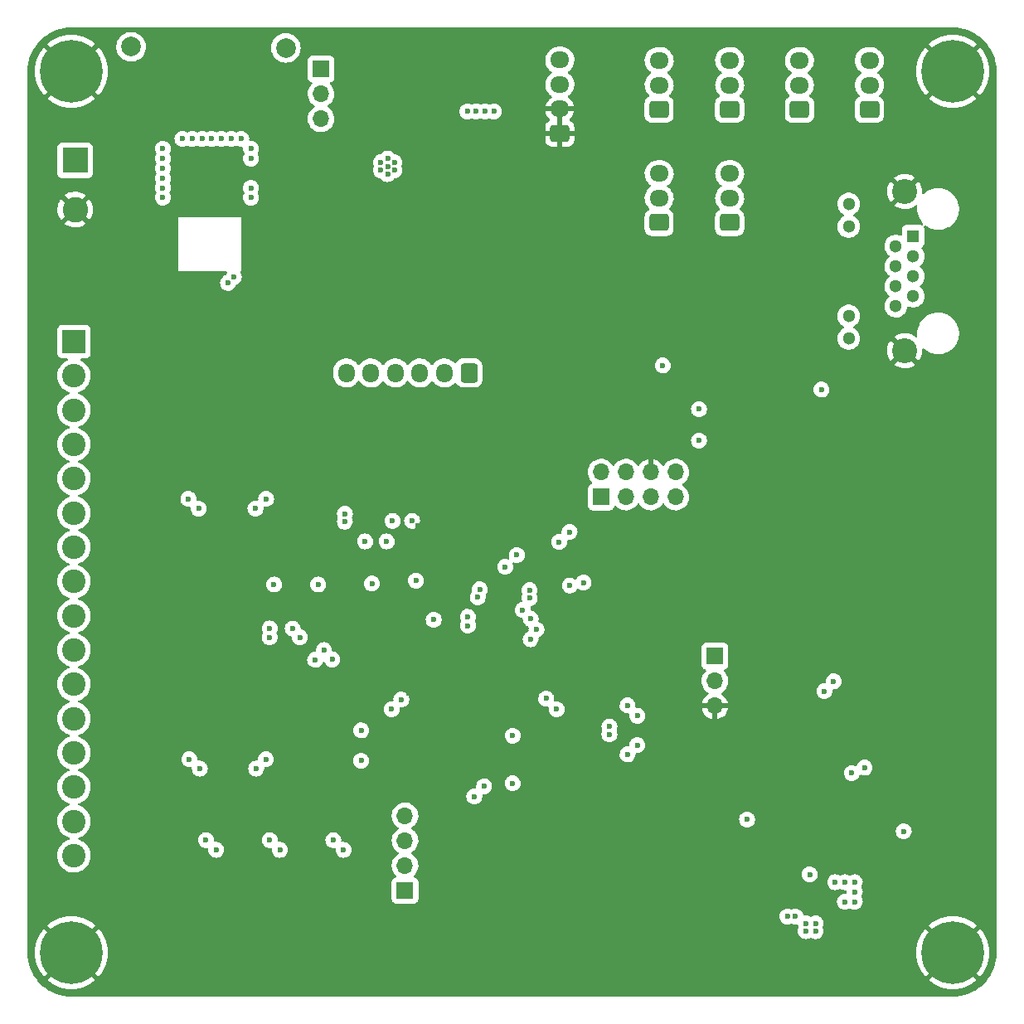
<source format=gbr>
%TF.GenerationSoftware,KiCad,Pcbnew,(6.0.0)*%
%TF.CreationDate,2022-01-23T23:40:48+07:00*%
%TF.ProjectId,NarwhelMainV2,4e617277-6865-46c4-9d61-696e56322e6b,rev?*%
%TF.SameCoordinates,Original*%
%TF.FileFunction,Copper,L3,Inr*%
%TF.FilePolarity,Positive*%
%FSLAX46Y46*%
G04 Gerber Fmt 4.6, Leading zero omitted, Abs format (unit mm)*
G04 Created by KiCad (PCBNEW (6.0.0)) date 2022-01-23 23:40:48*
%MOMM*%
%LPD*%
G01*
G04 APERTURE LIST*
G04 Aperture macros list*
%AMRoundRect*
0 Rectangle with rounded corners*
0 $1 Rounding radius*
0 $2 $3 $4 $5 $6 $7 $8 $9 X,Y pos of 4 corners*
0 Add a 4 corners polygon primitive as box body*
4,1,4,$2,$3,$4,$5,$6,$7,$8,$9,$2,$3,0*
0 Add four circle primitives for the rounded corners*
1,1,$1+$1,$2,$3*
1,1,$1+$1,$4,$5*
1,1,$1+$1,$6,$7*
1,1,$1+$1,$8,$9*
0 Add four rect primitives between the rounded corners*
20,1,$1+$1,$2,$3,$4,$5,0*
20,1,$1+$1,$4,$5,$6,$7,0*
20,1,$1+$1,$6,$7,$8,$9,0*
20,1,$1+$1,$8,$9,$2,$3,0*%
G04 Aperture macros list end*
%TA.AperFunction,ComponentPad*%
%ADD10RoundRect,0.250000X0.725000X-0.600000X0.725000X0.600000X-0.725000X0.600000X-0.725000X-0.600000X0*%
%TD*%
%TA.AperFunction,ComponentPad*%
%ADD11O,1.950000X1.700000*%
%TD*%
%TA.AperFunction,ComponentPad*%
%ADD12R,1.700000X1.700000*%
%TD*%
%TA.AperFunction,ComponentPad*%
%ADD13O,1.700000X1.700000*%
%TD*%
%TA.AperFunction,ComponentPad*%
%ADD14C,0.800000*%
%TD*%
%TA.AperFunction,ComponentPad*%
%ADD15C,6.400000*%
%TD*%
%TA.AperFunction,ComponentPad*%
%ADD16R,2.400000X2.400000*%
%TD*%
%TA.AperFunction,ComponentPad*%
%ADD17C,2.400000*%
%TD*%
%TA.AperFunction,ComponentPad*%
%ADD18R,2.600000X2.600000*%
%TD*%
%TA.AperFunction,ComponentPad*%
%ADD19C,2.600000*%
%TD*%
%TA.AperFunction,ComponentPad*%
%ADD20R,1.300000X1.300000*%
%TD*%
%TA.AperFunction,ComponentPad*%
%ADD21C,1.300000*%
%TD*%
%TA.AperFunction,ComponentPad*%
%ADD22C,2.550000*%
%TD*%
%TA.AperFunction,ComponentPad*%
%ADD23RoundRect,0.250000X0.600000X0.725000X-0.600000X0.725000X-0.600000X-0.725000X0.600000X-0.725000X0*%
%TD*%
%TA.AperFunction,ComponentPad*%
%ADD24O,1.700000X1.950000*%
%TD*%
%TA.AperFunction,ComponentPad*%
%ADD25C,2.000000*%
%TD*%
%TA.AperFunction,ViaPad*%
%ADD26C,0.600000*%
%TD*%
G04 APERTURE END LIST*
D10*
%TO.N,/Microcontroller/ENC_TImer5A*%
%TO.C,J8*%
X165025000Y-65450000D03*
D11*
%TO.N,unconnected-(J8-Pad2)*%
X165025000Y-62950000D03*
%TO.N,/Microcontroller/ENC_TImer5B*%
X165025000Y-60450000D03*
%TD*%
D12*
%TO.N,+5VD*%
%TO.C,J7*%
X130500000Y-49760000D03*
D13*
%TO.N,/Power Supply Unit/5V_Input*%
X130500000Y-52300000D03*
%TO.N,Net-(C26-Pad1)*%
X130500000Y-54840000D03*
%TD*%
D14*
%TO.N,GND*%
%TO.C,H1*%
X103302944Y-48302944D03*
X106697056Y-48302944D03*
D15*
X105000000Y-50000000D03*
D14*
X106697056Y-51697056D03*
X102600000Y-50000000D03*
X105000000Y-47600000D03*
X105000000Y-52400000D03*
X107400000Y-50000000D03*
X103302944Y-51697056D03*
%TD*%
D10*
%TO.N,/Microcontroller/ENC_TImer3A*%
%TO.C,J12*%
X179350000Y-53900000D03*
D11*
%TO.N,unconnected-(J12-Pad2)*%
X179350000Y-51400000D03*
%TO.N,/Microcontroller/ENC_TImer3B*%
X179350000Y-48900000D03*
%TD*%
D16*
%TO.N,/Microcontroller/Logic Converter/5EN45*%
%TO.C,J4*%
X105275000Y-77600000D03*
D17*
%TO.N,/Microcontroller/Logic Converter/5EN123*%
X105275000Y-81100000D03*
%TO.N,/Microcontroller/Logic Converter/5STEP4*%
X105275000Y-84600000D03*
%TO.N,/Microcontroller/Logic Converter/5STEP5*%
X105275000Y-88100000D03*
%TO.N,/Microcontroller/Logic Converter/5DIR1*%
X105275000Y-91600000D03*
%TO.N,/Microcontroller/Logic Converter/5DIR2*%
X105275000Y-95100000D03*
%TO.N,/Microcontroller/Logic Converter/5DIR3*%
X105275000Y-98600000D03*
%TO.N,/Microcontroller/Logic Converter/5DIR4*%
X105275000Y-102100000D03*
%TO.N,/Microcontroller/Logic Converter/5DIR5*%
X105275000Y-105600000D03*
%TO.N,/Microcontroller/Logic Converter/5STEP3*%
X105275000Y-109100000D03*
%TO.N,/Microcontroller/Logic Converter/5STEP1*%
X105275000Y-112600000D03*
%TO.N,/Microcontroller/Logic Converter/5STEP2*%
X105275000Y-116100000D03*
%TO.N,/Microcontroller/Logic Converter/5Grpier0*%
X105275000Y-119600000D03*
%TO.N,/Microcontroller/Logic Converter/5Grpier1*%
X105275000Y-123100000D03*
%TO.N,/Microcontroller/Logic Converter/5Grpier2*%
X105275000Y-126600000D03*
%TO.N,/Microcontroller/Logic Converter/5EMSw0*%
X105275000Y-130100000D03*
%TD*%
D18*
%TO.N,Net-(J6-Pad1)*%
%TO.C,J6*%
X105395000Y-59100000D03*
D19*
%TO.N,GND*%
X105395000Y-64100000D03*
%TD*%
D12*
%TO.N,/Microcontroller/EMSW4*%
%TO.C,J5*%
X139075000Y-133650000D03*
D13*
%TO.N,/Microcontroller/EMSW3*%
X139075000Y-131110000D03*
%TO.N,/Microcontroller/EMSW2*%
X139075000Y-128570000D03*
%TO.N,/Microcontroller/EMSW1*%
X139075000Y-126030000D03*
%TD*%
D14*
%TO.N,GND*%
%TO.C,H3*%
X103302944Y-141697056D03*
X103302944Y-138302944D03*
X107400000Y-140000000D03*
X105000000Y-137600000D03*
X105000000Y-142400000D03*
X106697056Y-141697056D03*
X102600000Y-140000000D03*
X106697056Y-138302944D03*
D15*
X105000000Y-140000000D03*
%TD*%
D10*
%TO.N,/Microcontroller/ENC_TImer1A*%
%TO.C,J11*%
X172225000Y-53900000D03*
D11*
%TO.N,unconnected-(J11-Pad2)*%
X172225000Y-51400000D03*
%TO.N,/Microcontroller/ENC_TImer1B*%
X172225000Y-48900000D03*
%TD*%
D20*
%TO.N,MISO_D-*%
%TO.C,J3*%
X190975000Y-66835000D03*
D21*
%TO.N,MISO_D+*%
X189195000Y-67855000D03*
%TO.N,MOSI_D-*%
X190975000Y-68875000D03*
%TO.N,SCK_D+*%
X189195000Y-69895000D03*
%TO.N,SCK_D-*%
X190975000Y-70915000D03*
%TO.N,MOSI_D+*%
X189195000Y-71935000D03*
%TO.N,unconnected-(J3-Pad7)*%
X190975000Y-72955000D03*
%TO.N,unconnected-(J3-Pad8)*%
X189195000Y-73975000D03*
%TO.N,unconnected-(J3-Pad9)*%
X184375000Y-63545000D03*
%TO.N,unconnected-(J3-Pad10)*%
X184375000Y-65835000D03*
%TO.N,unconnected-(J3-Pad11)*%
X184375000Y-74975000D03*
%TO.N,unconnected-(J3-Pad12)*%
X184375000Y-77265000D03*
D22*
%TO.N,GND*%
X190085000Y-62280000D03*
X190085000Y-78530000D03*
%TD*%
D12*
%TO.N,/Microcontroller/RX1*%
%TO.C,J1*%
X170725000Y-109725000D03*
D13*
%TO.N,/Microcontroller/TX1*%
X170725000Y-112265000D03*
%TO.N,GND*%
X170725000Y-114805000D03*
%TD*%
D23*
%TO.N,/Microcontroller/SS_ENC6*%
%TO.C,J16*%
X145600000Y-80800000D03*
D24*
%TO.N,/Microcontroller/SS_ENC5*%
X143100000Y-80800000D03*
%TO.N,/Microcontroller/SS_ENC4*%
X140600000Y-80800000D03*
%TO.N,/Microcontroller/SS_ENC3*%
X138100000Y-80800000D03*
%TO.N,/Microcontroller/SS_ENC2*%
X135600000Y-80800000D03*
%TO.N,/Microcontroller/SS_ENC1*%
X133100000Y-80800000D03*
%TD*%
D25*
%TO.N,Net-(J6-Pad1)*%
%TO.C,TP1*%
X111100000Y-47500000D03*
%TD*%
D14*
%TO.N,GND*%
%TO.C,H4*%
X193302944Y-138302944D03*
X196697056Y-141697056D03*
X196697056Y-138302944D03*
D15*
X195000000Y-140000000D03*
D14*
X195000000Y-137600000D03*
X195000000Y-142400000D03*
X192600000Y-140000000D03*
X197400000Y-140000000D03*
X193302944Y-141697056D03*
%TD*%
D25*
%TO.N,/Power Supply Unit/5V_in*%
%TO.C,TP2*%
X126900000Y-47600000D03*
%TD*%
D10*
%TO.N,/Microcontroller/ENC_TImer4A*%
%TO.C,J9*%
X172225000Y-65450000D03*
D11*
%TO.N,unconnected-(J9-Pad2)*%
X172225000Y-62950000D03*
%TO.N,/Microcontroller/ENC_TImer4B*%
X172225000Y-60450000D03*
%TD*%
D10*
%TO.N,GND*%
%TO.C,J15*%
X154875000Y-56350000D03*
D11*
X154875000Y-53850000D03*
%TO.N,Net-(J15-Pad3)*%
X154875000Y-51350000D03*
X154875000Y-48850000D03*
%TD*%
D10*
%TO.N,/Microcontroller/ENC_TImer2A*%
%TO.C,J13*%
X186500000Y-53900000D03*
D11*
%TO.N,/Microcontroller/ENC_TImer2I*%
X186500000Y-51400000D03*
%TO.N,/Microcontroller/ENC_TImer2B*%
X186500000Y-48900000D03*
%TD*%
D14*
%TO.N,GND*%
%TO.C,H2*%
X193302944Y-51697056D03*
X197400000Y-50000000D03*
X195000000Y-47600000D03*
X196697056Y-51697056D03*
X195000000Y-52400000D03*
X196697056Y-48302944D03*
D15*
X195000000Y-50000000D03*
D14*
X193302944Y-48302944D03*
X192600000Y-50000000D03*
%TD*%
D12*
%TO.N,/Microcontroller/SWCLK*%
%TO.C,J2*%
X159100000Y-93475000D03*
D13*
%TO.N,+3V3*%
X159100000Y-90935000D03*
%TO.N,/Microcontroller/SWDIO*%
X161640000Y-93475000D03*
%TO.N,/Microcontroller/NRST*%
X161640000Y-90935000D03*
%TO.N,/Microcontroller/RX3*%
X164180000Y-93475000D03*
%TO.N,GND*%
X164180000Y-90935000D03*
%TO.N,/Microcontroller/TX3*%
X166720000Y-93475000D03*
%TO.N,unconnected-(J2-Pad8)*%
X166720000Y-90935000D03*
%TD*%
D10*
%TO.N,/Microcontroller/ENC_TImer8A*%
%TO.C,J10*%
X165025000Y-53900000D03*
D11*
%TO.N,unconnected-(J10-Pad2)*%
X165025000Y-51400000D03*
%TO.N,/Microcontroller/ENC_TImer8B*%
X165025000Y-48900000D03*
%TD*%
D26*
%TO.N,+3V3*%
X154550000Y-115150000D03*
X132935000Y-95982500D03*
X131650000Y-110050000D03*
X124900000Y-93650000D03*
X138700000Y-114150000D03*
X135700000Y-102300000D03*
X130800000Y-109100000D03*
X147150000Y-123000000D03*
X182850000Y-112300000D03*
X139800000Y-95900000D03*
X154825000Y-98050000D03*
X147250000Y-54100000D03*
X132935000Y-95182500D03*
X146150000Y-124050000D03*
X162800000Y-115800000D03*
X140200000Y-102000000D03*
X162800000Y-118800000D03*
X161800000Y-114750000D03*
X137700000Y-115150000D03*
X137800000Y-95900000D03*
X129900000Y-110100000D03*
X145450000Y-54100000D03*
X146350000Y-54100000D03*
X181600000Y-82500000D03*
X153500000Y-114050000D03*
X123875000Y-121200000D03*
X148150000Y-54100000D03*
X155875000Y-97050000D03*
X123800000Y-94650000D03*
X161800000Y-119750000D03*
X124875000Y-120250000D03*
X165400000Y-80037500D03*
X181900000Y-113300000D03*
%TO.N,GND*%
X140500000Y-73500000D03*
X119875000Y-121150000D03*
X176000000Y-138400000D03*
X118150000Y-111850000D03*
X130050000Y-130450000D03*
X139448911Y-113500000D03*
X180400000Y-135800000D03*
X135950000Y-104800000D03*
X195750000Y-86500000D03*
X128550000Y-138200000D03*
X142200000Y-64000000D03*
X138750000Y-74250000D03*
X195250000Y-69750000D03*
X158575000Y-98000000D03*
X113000000Y-67000000D03*
X175825000Y-92750000D03*
X141250000Y-72750000D03*
X143500000Y-70500000D03*
X154500000Y-116850000D03*
X122500000Y-129500000D03*
X140417398Y-96407961D03*
X143000000Y-64000000D03*
X129575000Y-104300000D03*
X119750000Y-94650000D03*
X197750000Y-75500000D03*
X185000000Y-137600000D03*
X136750000Y-74250000D03*
X192000000Y-83750000D03*
X197500000Y-81000000D03*
X174325000Y-97950000D03*
X139800000Y-94150000D03*
X178250000Y-86250000D03*
X189000000Y-83750000D03*
X132750000Y-74250000D03*
X143000000Y-61800000D03*
X139750000Y-74250000D03*
X140200000Y-108500000D03*
X195250000Y-83250000D03*
X124200000Y-98800000D03*
X186000000Y-86500000D03*
X176000000Y-137600000D03*
X141800000Y-83300000D03*
X177000000Y-138400000D03*
X183800000Y-138600000D03*
X139300000Y-83300000D03*
X130750000Y-74250000D03*
X122125000Y-121150000D03*
X189000000Y-86500000D03*
X166150000Y-104740000D03*
X193500000Y-69500000D03*
X129000000Y-129500000D03*
X181600000Y-126800000D03*
X187500000Y-86500000D03*
X190500000Y-83750000D03*
X143000000Y-60800000D03*
X122050000Y-94650000D03*
X184500000Y-86500000D03*
X136650000Y-108200000D03*
X149000000Y-107500000D03*
X193500000Y-83750000D03*
X186500000Y-130100000D03*
X168200000Y-120800000D03*
X137750000Y-74250000D03*
X153500000Y-117950000D03*
X187500000Y-83750000D03*
X122800000Y-109400000D03*
X131500000Y-113500000D03*
X152582718Y-100030540D03*
X139750000Y-116850000D03*
X170750000Y-79278815D03*
X152150000Y-118450000D03*
X198000000Y-84250000D03*
X142750000Y-71250000D03*
X181400000Y-131400000D03*
X135000000Y-53200000D03*
X115550000Y-138200000D03*
X185200000Y-129100000D03*
X194000000Y-86500000D03*
X117050000Y-130500000D03*
X136800000Y-83300000D03*
X133750000Y-74250000D03*
X114000000Y-67000000D03*
X132950000Y-103200000D03*
X132562500Y-112637500D03*
X177000000Y-137600000D03*
X197750000Y-77250000D03*
X133950000Y-102250000D03*
X142000000Y-72000000D03*
X159075000Y-99150000D03*
X199000000Y-83250000D03*
X197500000Y-71750000D03*
X118050000Y-84850000D03*
X186000000Y-83750000D03*
X197000000Y-85250000D03*
X196250000Y-82250000D03*
X128635000Y-95182500D03*
X114000000Y-68000000D03*
X197750000Y-79000000D03*
X113000000Y-68000000D03*
X137800000Y-94100000D03*
X157575000Y-97050000D03*
X173400500Y-128889459D03*
X146900000Y-83300000D03*
X190500000Y-86500000D03*
X131750000Y-74250000D03*
X140200000Y-104000000D03*
X174625000Y-91650000D03*
X128635000Y-95982500D03*
X132025000Y-106350000D03*
X171425000Y-97950000D03*
X122050000Y-138200000D03*
X177000000Y-85000000D03*
X197750000Y-73500000D03*
X156500000Y-92000000D03*
X166150000Y-106440000D03*
X140700000Y-99250000D03*
X181900000Y-115050000D03*
X130800000Y-112900000D03*
X184500000Y-83750000D03*
X123550000Y-130450000D03*
X182850000Y-116100000D03*
X192250000Y-86500000D03*
X129575000Y-108200000D03*
X166150000Y-102970000D03*
X134000000Y-49000000D03*
X177025000Y-91650000D03*
X135750000Y-74250000D03*
X155450000Y-99700000D03*
X152000000Y-115300000D03*
X134750000Y-74250000D03*
X165400000Y-81762500D03*
X147150000Y-126800000D03*
X196500000Y-70500000D03*
X146150000Y-125750000D03*
X132200000Y-116500000D03*
X116000000Y-129500000D03*
X131687500Y-111812500D03*
X178800000Y-125000000D03*
X141500000Y-53500000D03*
X126700000Y-117400000D03*
X144400000Y-83300000D03*
X137700000Y-116850000D03*
%TO.N,+5V*%
X117050000Y-120250000D03*
X126300000Y-129500000D03*
X137300000Y-59700000D03*
X118125000Y-121200000D03*
X132800000Y-129500000D03*
X138000000Y-60100000D03*
X116950000Y-93650000D03*
X136600000Y-59300000D03*
X138000000Y-59300000D03*
X137300000Y-58900000D03*
X131750000Y-128500000D03*
X118750000Y-128500000D03*
X118000000Y-94650000D03*
X137300000Y-60500000D03*
X136600000Y-60100000D03*
X119800000Y-129500000D03*
X125250000Y-128500000D03*
%TO.N,/Microcontroller/NRST*%
X157300000Y-102200000D03*
X142000000Y-106000000D03*
%TO.N,Net-(C26-Pad1)*%
X119350000Y-56900000D03*
X123350000Y-57900000D03*
X114350000Y-61900000D03*
X114350000Y-59900000D03*
X114350000Y-57900000D03*
X114350000Y-60900000D03*
X117350000Y-56900000D03*
X123350000Y-58900000D03*
X123350000Y-62900000D03*
X120350000Y-56900000D03*
X114350000Y-62900000D03*
X122350000Y-56900000D03*
X116350000Y-56900000D03*
X123350000Y-61900000D03*
X114350000Y-58900000D03*
X118350000Y-56900000D03*
X121350000Y-56900000D03*
%TO.N,+5VD*%
X185000000Y-132800000D03*
X183000000Y-132800000D03*
X185000000Y-133800000D03*
X185000000Y-134800000D03*
X184000000Y-134800000D03*
X184000000Y-132800000D03*
%TO.N,/Microcontroller/OE*%
X130200000Y-102400000D03*
X125700000Y-102400000D03*
%TO.N,/EERAM/HOLD_EERAM*%
X150075000Y-117850000D03*
X150075000Y-122700000D03*
%TO.N,/Microcontroller/SCL*%
X121000000Y-71600000D03*
X159950000Y-116900000D03*
X186000000Y-121100000D03*
%TO.N,/Microcontroller/SDA*%
X159950000Y-117700000D03*
X121600000Y-71000000D03*
X184700000Y-121650000D03*
%TO.N,/Low-Voltage Differential Signal/EN_LVDS*%
X169100000Y-84500000D03*
X169100000Y-87700000D03*
%TO.N,/Microcontroller/BOOT0*%
X135000000Y-98000000D03*
X137200000Y-98000000D03*
%TO.N,/UART_to_USB/3.3V_USB*%
X180400000Y-132000000D03*
X174000000Y-126400000D03*
X190000000Y-127600000D03*
%TO.N,/UART_to_USB/D+*%
X178123400Y-136300000D03*
%TO.N,/UART_to_USB/D-*%
X178926600Y-136300000D03*
%TO.N,Net-(C34-Pad1)*%
X180000000Y-137800000D03*
X180000000Y-137000000D03*
X181000000Y-137800000D03*
X181000000Y-137000000D03*
%TO.N,/Microcontroller/ENC_TImer1A*%
X151800000Y-103800000D03*
X134600000Y-117300000D03*
X134600000Y-120400000D03*
%TO.N,/Microcontroller/ENC_TImer1B*%
X151791560Y-102985932D03*
%TO.N,/Microcontroller/ENC_TImer4A*%
X151900000Y-108000000D03*
%TO.N,/Microcontroller/ENC_TImer4B*%
X152500000Y-107000000D03*
%TO.N,/Microcontroller/ENC_TImer8A*%
X151900000Y-105900000D03*
%TO.N,/Microcontroller/ENC_TImer8B*%
X151100000Y-105000000D03*
%TO.N,/Microcontroller/ENC_TImer2I*%
X155900000Y-102500000D03*
%TO.N,/Microcontroller/ENC_TImer2A*%
X150499500Y-99400000D03*
%TO.N,/Microcontroller/ENC_TImer2B*%
X149300000Y-100600000D03*
%TO.N,/Microcontroller/ENC_TImer3A*%
X146700000Y-102900000D03*
%TO.N,/Microcontroller/ENC_TImer3B*%
X146500000Y-103700000D03*
%TO.N,/Microcontroller/ENC_TImer5B*%
X145500000Y-106600000D03*
X125256922Y-106893078D03*
X127600000Y-106900000D03*
%TO.N,/Microcontroller/ENC_TImer5A*%
X145500000Y-105700000D03*
X128346185Y-107786845D03*
X125250000Y-107800000D03*
%TD*%
%TA.AperFunction,Conductor*%
%TO.N,GND*%
G36*
X194970057Y-45509500D02*
G01*
X194984858Y-45511805D01*
X194984861Y-45511805D01*
X194993730Y-45513186D01*
X195014158Y-45510515D01*
X195035983Y-45509571D01*
X195386007Y-45524853D01*
X195396958Y-45525811D01*
X195774579Y-45575527D01*
X195785403Y-45577436D01*
X196157243Y-45659870D01*
X196167860Y-45662715D01*
X196531110Y-45777248D01*
X196541425Y-45781001D01*
X196893334Y-45926766D01*
X196903269Y-45931399D01*
X197241128Y-46107278D01*
X197250635Y-46112767D01*
X197311842Y-46151760D01*
X197571860Y-46317410D01*
X197580864Y-46323714D01*
X197883043Y-46555583D01*
X197891460Y-46562647D01*
X198169706Y-46817611D01*
X198172268Y-46819959D01*
X198180037Y-46827728D01*
X198367590Y-47032406D01*
X198437351Y-47108537D01*
X198444417Y-47116957D01*
X198676286Y-47419136D01*
X198682590Y-47428140D01*
X198887232Y-47749363D01*
X198892722Y-47758872D01*
X199068601Y-48096731D01*
X199073234Y-48106666D01*
X199218847Y-48458209D01*
X199218996Y-48458568D01*
X199222752Y-48468890D01*
X199287164Y-48673177D01*
X199337285Y-48832139D01*
X199340130Y-48842756D01*
X199341625Y-48849502D01*
X199422564Y-49214597D01*
X199424473Y-49225421D01*
X199474189Y-49603042D01*
X199475147Y-49613993D01*
X199483231Y-49799146D01*
X199490104Y-49956583D01*
X199488724Y-49981461D01*
X199486814Y-49993730D01*
X199489901Y-50017335D01*
X199490936Y-50025251D01*
X199492000Y-50041589D01*
X199492000Y-139950672D01*
X199490500Y-139970056D01*
X199486814Y-139993730D01*
X199489485Y-140014158D01*
X199490429Y-140035983D01*
X199476090Y-140364408D01*
X199475147Y-140386007D01*
X199474189Y-140396958D01*
X199424473Y-140774579D01*
X199422564Y-140785403D01*
X199340130Y-141157243D01*
X199337285Y-141167861D01*
X199222755Y-141531103D01*
X199218996Y-141541432D01*
X199073238Y-141893325D01*
X199068601Y-141903269D01*
X198892722Y-142241128D01*
X198887232Y-142250637D01*
X198682590Y-142571860D01*
X198676286Y-142580864D01*
X198444417Y-142883043D01*
X198437351Y-142891463D01*
X198180041Y-143172268D01*
X198172272Y-143180037D01*
X197947529Y-143385976D01*
X197891463Y-143437351D01*
X197883043Y-143444417D01*
X197580864Y-143676286D01*
X197571860Y-143682590D01*
X197250637Y-143887232D01*
X197241128Y-143892722D01*
X196903269Y-144068601D01*
X196893334Y-144073234D01*
X196541425Y-144218999D01*
X196531110Y-144222752D01*
X196167861Y-144337285D01*
X196157243Y-144340130D01*
X195785403Y-144422564D01*
X195774579Y-144424473D01*
X195396958Y-144474189D01*
X195386007Y-144475147D01*
X195043417Y-144490104D01*
X195018539Y-144488724D01*
X195018160Y-144488665D01*
X195006270Y-144486814D01*
X194974749Y-144490936D01*
X194958411Y-144492000D01*
X105049328Y-144492000D01*
X105029943Y-144490500D01*
X105015142Y-144488195D01*
X105015139Y-144488195D01*
X105006270Y-144486814D01*
X104985842Y-144489485D01*
X104964017Y-144490429D01*
X104613993Y-144475147D01*
X104603042Y-144474189D01*
X104225421Y-144424473D01*
X104214597Y-144422564D01*
X103842757Y-144340130D01*
X103832139Y-144337285D01*
X103468890Y-144222752D01*
X103458575Y-144218999D01*
X103106666Y-144073234D01*
X103096731Y-144068601D01*
X102758872Y-143892722D01*
X102749363Y-143887232D01*
X102428140Y-143682590D01*
X102419136Y-143676286D01*
X102116957Y-143444417D01*
X102108537Y-143437351D01*
X102052471Y-143385976D01*
X101827728Y-143180037D01*
X101819959Y-143172268D01*
X101562649Y-142891463D01*
X101555583Y-142883043D01*
X101489856Y-142797386D01*
X102567759Y-142797386D01*
X102575216Y-142807753D01*
X102814935Y-143001874D01*
X102820272Y-143005751D01*
X103140685Y-143213830D01*
X103146394Y-143217127D01*
X103486811Y-143390578D01*
X103492836Y-143393260D01*
X103849502Y-143530171D01*
X103855784Y-143532212D01*
X104224816Y-143631094D01*
X104231266Y-143632465D01*
X104608629Y-143692234D01*
X104615167Y-143692920D01*
X104996699Y-143712916D01*
X105003301Y-143712916D01*
X105384833Y-143692920D01*
X105391371Y-143692234D01*
X105768734Y-143632465D01*
X105775184Y-143631094D01*
X106144216Y-143532212D01*
X106150498Y-143530171D01*
X106507164Y-143393260D01*
X106513189Y-143390578D01*
X106853606Y-143217127D01*
X106859315Y-143213830D01*
X107179728Y-143005751D01*
X107185065Y-143001874D01*
X107423835Y-142808522D01*
X107431527Y-142797386D01*
X192567759Y-142797386D01*
X192575216Y-142807753D01*
X192814935Y-143001874D01*
X192820272Y-143005751D01*
X193140685Y-143213830D01*
X193146394Y-143217127D01*
X193486811Y-143390578D01*
X193492836Y-143393260D01*
X193849502Y-143530171D01*
X193855784Y-143532212D01*
X194224816Y-143631094D01*
X194231266Y-143632465D01*
X194608629Y-143692234D01*
X194615167Y-143692920D01*
X194996699Y-143712916D01*
X195003301Y-143712916D01*
X195384833Y-143692920D01*
X195391371Y-143692234D01*
X195768734Y-143632465D01*
X195775184Y-143631094D01*
X196144216Y-143532212D01*
X196150498Y-143530171D01*
X196507164Y-143393260D01*
X196513189Y-143390578D01*
X196853606Y-143217127D01*
X196859315Y-143213830D01*
X197179728Y-143005751D01*
X197185065Y-143001874D01*
X197423835Y-142808522D01*
X197432300Y-142796267D01*
X197425966Y-142785176D01*
X195012812Y-140372022D01*
X194998868Y-140364408D01*
X194997035Y-140364539D01*
X194990420Y-140368790D01*
X192574900Y-142784310D01*
X192567759Y-142797386D01*
X107431527Y-142797386D01*
X107432300Y-142796267D01*
X107425966Y-142785176D01*
X105012812Y-140372022D01*
X104998868Y-140364408D01*
X104997035Y-140364539D01*
X104990420Y-140368790D01*
X102574900Y-142784310D01*
X102567759Y-142797386D01*
X101489856Y-142797386D01*
X101323714Y-142580864D01*
X101317410Y-142571860D01*
X101112768Y-142250637D01*
X101107278Y-142241128D01*
X100931399Y-141903269D01*
X100926762Y-141893325D01*
X100781004Y-141541432D01*
X100777245Y-141531103D01*
X100662715Y-141167861D01*
X100659870Y-141157243D01*
X100577436Y-140785403D01*
X100575527Y-140774579D01*
X100525811Y-140396957D01*
X100524853Y-140386006D01*
X100510059Y-140047173D01*
X100511686Y-140020769D01*
X100512263Y-140017342D01*
X100512263Y-140017340D01*
X100513071Y-140012539D01*
X100513184Y-140003301D01*
X101287084Y-140003301D01*
X101307080Y-140384833D01*
X101307766Y-140391371D01*
X101367535Y-140768734D01*
X101368906Y-140775184D01*
X101467788Y-141144216D01*
X101469829Y-141150498D01*
X101606740Y-141507164D01*
X101609422Y-141513189D01*
X101782872Y-141853603D01*
X101786169Y-141859313D01*
X101994253Y-142179735D01*
X101998123Y-142185061D01*
X102191478Y-142423835D01*
X102203733Y-142432300D01*
X102214824Y-142425966D01*
X104627978Y-140012812D01*
X104634356Y-140001132D01*
X105364408Y-140001132D01*
X105364539Y-140002965D01*
X105368790Y-140009580D01*
X107784310Y-142425100D01*
X107797386Y-142432241D01*
X107807753Y-142424784D01*
X108001877Y-142185061D01*
X108005747Y-142179735D01*
X108213831Y-141859313D01*
X108217128Y-141853603D01*
X108390578Y-141513189D01*
X108393260Y-141507164D01*
X108530171Y-141150498D01*
X108532212Y-141144216D01*
X108631094Y-140775184D01*
X108632465Y-140768734D01*
X108692234Y-140391371D01*
X108692920Y-140384833D01*
X108712916Y-140003301D01*
X191287084Y-140003301D01*
X191307080Y-140384833D01*
X191307766Y-140391371D01*
X191367535Y-140768734D01*
X191368906Y-140775184D01*
X191467788Y-141144216D01*
X191469829Y-141150498D01*
X191606740Y-141507164D01*
X191609422Y-141513189D01*
X191782872Y-141853603D01*
X191786169Y-141859313D01*
X191994253Y-142179735D01*
X191998123Y-142185061D01*
X192191478Y-142423835D01*
X192203733Y-142432300D01*
X192214824Y-142425966D01*
X194627978Y-140012812D01*
X194634356Y-140001132D01*
X195364408Y-140001132D01*
X195364539Y-140002965D01*
X195368790Y-140009580D01*
X197784310Y-142425100D01*
X197797386Y-142432241D01*
X197807753Y-142424784D01*
X198001877Y-142185061D01*
X198005747Y-142179735D01*
X198213831Y-141859313D01*
X198217128Y-141853603D01*
X198390578Y-141513189D01*
X198393260Y-141507164D01*
X198530171Y-141150498D01*
X198532212Y-141144216D01*
X198631094Y-140775184D01*
X198632465Y-140768734D01*
X198692234Y-140391371D01*
X198692920Y-140384833D01*
X198712916Y-140003301D01*
X198712916Y-139996699D01*
X198692920Y-139615167D01*
X198692234Y-139608629D01*
X198632465Y-139231266D01*
X198631094Y-139224816D01*
X198532212Y-138855784D01*
X198530171Y-138849502D01*
X198393260Y-138492836D01*
X198390578Y-138486811D01*
X198217128Y-138146397D01*
X198213831Y-138140687D01*
X198005747Y-137820265D01*
X198001877Y-137814939D01*
X197808522Y-137576165D01*
X197796267Y-137567700D01*
X197785176Y-137574034D01*
X195372022Y-139987188D01*
X195364408Y-140001132D01*
X194634356Y-140001132D01*
X194635592Y-139998868D01*
X194635461Y-139997035D01*
X194631210Y-139990420D01*
X192215690Y-137574900D01*
X192202614Y-137567759D01*
X192192247Y-137575216D01*
X191998123Y-137814939D01*
X191994253Y-137820265D01*
X191786169Y-138140687D01*
X191782872Y-138146397D01*
X191609422Y-138486811D01*
X191606740Y-138492836D01*
X191469829Y-138849502D01*
X191467788Y-138855784D01*
X191368906Y-139224816D01*
X191367535Y-139231266D01*
X191307766Y-139608629D01*
X191307080Y-139615167D01*
X191287084Y-139996699D01*
X191287084Y-140003301D01*
X108712916Y-140003301D01*
X108712916Y-139996699D01*
X108692920Y-139615167D01*
X108692234Y-139608629D01*
X108632465Y-139231266D01*
X108631094Y-139224816D01*
X108532212Y-138855784D01*
X108530171Y-138849502D01*
X108393260Y-138492836D01*
X108390578Y-138486811D01*
X108217128Y-138146397D01*
X108213831Y-138140687D01*
X108005747Y-137820265D01*
X108001877Y-137814939D01*
X107808522Y-137576165D01*
X107796267Y-137567700D01*
X107785176Y-137574034D01*
X105372022Y-139987188D01*
X105364408Y-140001132D01*
X104634356Y-140001132D01*
X104635592Y-139998868D01*
X104635461Y-139997035D01*
X104631210Y-139990420D01*
X102215690Y-137574900D01*
X102202614Y-137567759D01*
X102192247Y-137575216D01*
X101998123Y-137814939D01*
X101994253Y-137820265D01*
X101786169Y-138140687D01*
X101782872Y-138146397D01*
X101609422Y-138486811D01*
X101606740Y-138492836D01*
X101469829Y-138849502D01*
X101467788Y-138855784D01*
X101368906Y-139224816D01*
X101367535Y-139231266D01*
X101307766Y-139608629D01*
X101307080Y-139615167D01*
X101287084Y-139996699D01*
X101287084Y-140003301D01*
X100513184Y-140003301D01*
X100513224Y-140000000D01*
X100509273Y-139972412D01*
X100508000Y-139954549D01*
X100508000Y-137203733D01*
X102567700Y-137203733D01*
X102574034Y-137214824D01*
X104987188Y-139627978D01*
X105001132Y-139635592D01*
X105002965Y-139635461D01*
X105009580Y-139631210D01*
X107425100Y-137215690D01*
X107432241Y-137202614D01*
X107424784Y-137192247D01*
X107185065Y-136998126D01*
X107179728Y-136994249D01*
X106859315Y-136786170D01*
X106853606Y-136782873D01*
X106513189Y-136609422D01*
X106507164Y-136606740D01*
X106150498Y-136469829D01*
X106144216Y-136467788D01*
X105775184Y-136368906D01*
X105768734Y-136367535D01*
X105391371Y-136307766D01*
X105384833Y-136307080D01*
X105032990Y-136288640D01*
X177309863Y-136288640D01*
X177327563Y-136469160D01*
X177384818Y-136641273D01*
X177388465Y-136647295D01*
X177388466Y-136647297D01*
X177470573Y-136782872D01*
X177478780Y-136796424D01*
X177604782Y-136926902D01*
X177610678Y-136930760D01*
X177750309Y-137022132D01*
X177756559Y-137026222D01*
X177763163Y-137028678D01*
X177763165Y-137028679D01*
X177919958Y-137086990D01*
X177919960Y-137086990D01*
X177926568Y-137089448D01*
X178010395Y-137100633D01*
X178099380Y-137112507D01*
X178099384Y-137112507D01*
X178106361Y-137113438D01*
X178113372Y-137112800D01*
X178113376Y-137112800D01*
X178255859Y-137099832D01*
X178287000Y-137096998D01*
X178293702Y-137094820D01*
X178293704Y-137094820D01*
X178452809Y-137043124D01*
X178452812Y-137043123D01*
X178459508Y-137040947D01*
X178465558Y-137037341D01*
X178471974Y-137034430D01*
X178473058Y-137036820D01*
X178530162Y-137022132D01*
X178569818Y-137029963D01*
X178723158Y-137086990D01*
X178723160Y-137086990D01*
X178729768Y-137089448D01*
X178813595Y-137100633D01*
X178902580Y-137112507D01*
X178902584Y-137112507D01*
X178909561Y-137113438D01*
X178916572Y-137112800D01*
X178916576Y-137112800D01*
X179078059Y-137098103D01*
X179147712Y-137111848D01*
X179198877Y-137161069D01*
X179209037Y-137183812D01*
X179219354Y-137214824D01*
X179261418Y-137341273D01*
X179265071Y-137347305D01*
X179265249Y-137347690D01*
X179275665Y-137417919D01*
X179269270Y-137443636D01*
X179209197Y-137608685D01*
X179186463Y-137788640D01*
X179204163Y-137969160D01*
X179261418Y-138141273D01*
X179265065Y-138147295D01*
X179265066Y-138147297D01*
X179275978Y-138165314D01*
X179355380Y-138296424D01*
X179481382Y-138426902D01*
X179633159Y-138526222D01*
X179639763Y-138528678D01*
X179639765Y-138528679D01*
X179796558Y-138586990D01*
X179796560Y-138586990D01*
X179803168Y-138589448D01*
X179886995Y-138600633D01*
X179975980Y-138612507D01*
X179975984Y-138612507D01*
X179982961Y-138613438D01*
X179989972Y-138612800D01*
X179989976Y-138612800D01*
X180132459Y-138599832D01*
X180163600Y-138596998D01*
X180170302Y-138594820D01*
X180170304Y-138594820D01*
X180329409Y-138543124D01*
X180329412Y-138543123D01*
X180336108Y-138540947D01*
X180435701Y-138481577D01*
X180504454Y-138463878D01*
X180569211Y-138484375D01*
X180633159Y-138526222D01*
X180639763Y-138528678D01*
X180639765Y-138528679D01*
X180796558Y-138586990D01*
X180796560Y-138586990D01*
X180803168Y-138589448D01*
X180886995Y-138600633D01*
X180975980Y-138612507D01*
X180975984Y-138612507D01*
X180982961Y-138613438D01*
X180989972Y-138612800D01*
X180989976Y-138612800D01*
X181132459Y-138599832D01*
X181163600Y-138596998D01*
X181170302Y-138594820D01*
X181170304Y-138594820D01*
X181329409Y-138543124D01*
X181329412Y-138543123D01*
X181336108Y-138540947D01*
X181491912Y-138448069D01*
X181623266Y-138322982D01*
X181723643Y-138171902D01*
X181788055Y-138002338D01*
X181789035Y-137995366D01*
X181812748Y-137826639D01*
X181812748Y-137826636D01*
X181813299Y-137822717D01*
X181813616Y-137800000D01*
X181793397Y-137619745D01*
X181789546Y-137608685D01*
X181777479Y-137574034D01*
X181733745Y-137448448D01*
X181734150Y-137448307D01*
X181723446Y-137382476D01*
X181730684Y-137353367D01*
X181785555Y-137208920D01*
X181785556Y-137208918D01*
X181787525Y-137203733D01*
X192567700Y-137203733D01*
X192574034Y-137214824D01*
X194987188Y-139627978D01*
X195001132Y-139635592D01*
X195002965Y-139635461D01*
X195009580Y-139631210D01*
X197425100Y-137215690D01*
X197432241Y-137202614D01*
X197424784Y-137192247D01*
X197185065Y-136998126D01*
X197179728Y-136994249D01*
X196859315Y-136786170D01*
X196853606Y-136782873D01*
X196513189Y-136609422D01*
X196507164Y-136606740D01*
X196150498Y-136469829D01*
X196144216Y-136467788D01*
X195775184Y-136368906D01*
X195768734Y-136367535D01*
X195391371Y-136307766D01*
X195384833Y-136307080D01*
X195003301Y-136287084D01*
X194996699Y-136287084D01*
X194615167Y-136307080D01*
X194608629Y-136307766D01*
X194231266Y-136367535D01*
X194224816Y-136368906D01*
X193855784Y-136467788D01*
X193849502Y-136469829D01*
X193492836Y-136606740D01*
X193486811Y-136609422D01*
X193146397Y-136782872D01*
X193140687Y-136786169D01*
X192820265Y-136994253D01*
X192814939Y-136998123D01*
X192576165Y-137191478D01*
X192567700Y-137203733D01*
X181787525Y-137203733D01*
X181788055Y-137202338D01*
X181800680Y-137112507D01*
X181812748Y-137026639D01*
X181812748Y-137026636D01*
X181813299Y-137022717D01*
X181813616Y-137000000D01*
X181793397Y-136819745D01*
X181785276Y-136796424D01*
X181736064Y-136655106D01*
X181736062Y-136655103D01*
X181733745Y-136648448D01*
X181637626Y-136494624D01*
X181618977Y-136475844D01*
X181514778Y-136370915D01*
X181514774Y-136370912D01*
X181509815Y-136365918D01*
X181498935Y-136359013D01*
X181450538Y-136328300D01*
X181356666Y-136268727D01*
X181327463Y-136258328D01*
X181192425Y-136210243D01*
X181192420Y-136210242D01*
X181185790Y-136207881D01*
X181178802Y-136207048D01*
X181178799Y-136207047D01*
X181055698Y-136192368D01*
X181005680Y-136186404D01*
X180998677Y-136187140D01*
X180998676Y-136187140D01*
X180832288Y-136204628D01*
X180832286Y-136204629D01*
X180825288Y-136205364D01*
X180653579Y-136263818D01*
X180565946Y-136317731D01*
X180497447Y-136336388D01*
X180432412Y-136316797D01*
X180362620Y-136272505D01*
X180362616Y-136272503D01*
X180356666Y-136268727D01*
X180327463Y-136258328D01*
X180192425Y-136210243D01*
X180192420Y-136210242D01*
X180185790Y-136207881D01*
X180178802Y-136207048D01*
X180178799Y-136207047D01*
X180055698Y-136192368D01*
X180005680Y-136186404D01*
X179998677Y-136187140D01*
X179998676Y-136187140D01*
X179937726Y-136193546D01*
X179851796Y-136202578D01*
X179781958Y-136189806D01*
X179730112Y-136141304D01*
X179719635Y-136118705D01*
X179662664Y-135955106D01*
X179662662Y-135955103D01*
X179660345Y-135948448D01*
X179564226Y-135794624D01*
X179550541Y-135780843D01*
X179441378Y-135670915D01*
X179441374Y-135670912D01*
X179436415Y-135665918D01*
X179425297Y-135658862D01*
X179328821Y-135597637D01*
X179283266Y-135568727D01*
X179254063Y-135558328D01*
X179119025Y-135510243D01*
X179119020Y-135510242D01*
X179112390Y-135507881D01*
X179105402Y-135507048D01*
X179105399Y-135507047D01*
X178982298Y-135492368D01*
X178932280Y-135486404D01*
X178925277Y-135487140D01*
X178925276Y-135487140D01*
X178758888Y-135504628D01*
X178758886Y-135504629D01*
X178751888Y-135505364D01*
X178683400Y-135528679D01*
X178586846Y-135561548D01*
X178586843Y-135561549D01*
X178580179Y-135563818D01*
X178577293Y-135565593D01*
X178508570Y-135576279D01*
X178480398Y-135567794D01*
X178480066Y-135568727D01*
X178315825Y-135510243D01*
X178315820Y-135510242D01*
X178309190Y-135507881D01*
X178302202Y-135507048D01*
X178302199Y-135507047D01*
X178179098Y-135492368D01*
X178129080Y-135486404D01*
X178122077Y-135487140D01*
X178122076Y-135487140D01*
X177955688Y-135504628D01*
X177955686Y-135504629D01*
X177948688Y-135505364D01*
X177776979Y-135563818D01*
X177769000Y-135568727D01*
X177628495Y-135655166D01*
X177628492Y-135655168D01*
X177622488Y-135658862D01*
X177617453Y-135663793D01*
X177617450Y-135663795D01*
X177497925Y-135780843D01*
X177492893Y-135785771D01*
X177394635Y-135938238D01*
X177392226Y-135944858D01*
X177392224Y-135944861D01*
X177335006Y-136102066D01*
X177332597Y-136108685D01*
X177309863Y-136288640D01*
X105032990Y-136288640D01*
X105003301Y-136287084D01*
X104996699Y-136287084D01*
X104615167Y-136307080D01*
X104608629Y-136307766D01*
X104231266Y-136367535D01*
X104224816Y-136368906D01*
X103855784Y-136467788D01*
X103849502Y-136469829D01*
X103492836Y-136606740D01*
X103486811Y-136609422D01*
X103146397Y-136782872D01*
X103140687Y-136786169D01*
X102820265Y-136994253D01*
X102814939Y-136998123D01*
X102576165Y-137191478D01*
X102567700Y-137203733D01*
X100508000Y-137203733D01*
X100508000Y-130055151D01*
X103562296Y-130055151D01*
X103562520Y-130059817D01*
X103562520Y-130059822D01*
X103565928Y-130130760D01*
X103574480Y-130308798D01*
X103624021Y-130557857D01*
X103625600Y-130562255D01*
X103625602Y-130562262D01*
X103670022Y-130685980D01*
X103709831Y-130796858D01*
X103830025Y-131020551D01*
X103832820Y-131024294D01*
X103832822Y-131024297D01*
X103979171Y-131220282D01*
X103979176Y-131220288D01*
X103981963Y-131224020D01*
X103985272Y-131227300D01*
X103985277Y-131227306D01*
X104158990Y-131399509D01*
X104162307Y-131402797D01*
X104166069Y-131405555D01*
X104166072Y-131405558D01*
X104268748Y-131480843D01*
X104367094Y-131552953D01*
X104371229Y-131555129D01*
X104371233Y-131555131D01*
X104469548Y-131606857D01*
X104591827Y-131671191D01*
X104831568Y-131754912D01*
X105081050Y-131802278D01*
X105201532Y-131807011D01*
X105330125Y-131812064D01*
X105330130Y-131812064D01*
X105334793Y-131812247D01*
X105433774Y-131801407D01*
X105582569Y-131785112D01*
X105582575Y-131785111D01*
X105587222Y-131784602D01*
X105696680Y-131755784D01*
X105828273Y-131721138D01*
X105832793Y-131719948D01*
X105983718Y-131655106D01*
X106061807Y-131621557D01*
X106061810Y-131621555D01*
X106066110Y-131619708D01*
X106070090Y-131617245D01*
X106070094Y-131617243D01*
X106278064Y-131488547D01*
X106278066Y-131488545D01*
X106282047Y-131486082D01*
X106380428Y-131402797D01*
X106472289Y-131325031D01*
X106472291Y-131325029D01*
X106475862Y-131322006D01*
X106643295Y-131131084D01*
X106654693Y-131113365D01*
X106678280Y-131076695D01*
X137712251Y-131076695D01*
X137712548Y-131081848D01*
X137712548Y-131081851D01*
X137720935Y-131227306D01*
X137725110Y-131299715D01*
X137726247Y-131304761D01*
X137726248Y-131304767D01*
X137741156Y-131370915D01*
X137774222Y-131517639D01*
X137858266Y-131724616D01*
X137974987Y-131915088D01*
X138121250Y-132083938D01*
X138125230Y-132087242D01*
X138129981Y-132091187D01*
X138169616Y-132150090D01*
X138171113Y-132221071D01*
X138133997Y-132281593D01*
X138093725Y-132306112D01*
X137999934Y-132341273D01*
X137978295Y-132349385D01*
X137861739Y-132436739D01*
X137774385Y-132553295D01*
X137723255Y-132689684D01*
X137716500Y-132751866D01*
X137716500Y-134548134D01*
X137723255Y-134610316D01*
X137774385Y-134746705D01*
X137861739Y-134863261D01*
X137978295Y-134950615D01*
X138114684Y-135001745D01*
X138176866Y-135008500D01*
X139973134Y-135008500D01*
X140035316Y-135001745D01*
X140171705Y-134950615D01*
X140288261Y-134863261D01*
X140375615Y-134746705D01*
X140426745Y-134610316D01*
X140433500Y-134548134D01*
X140433500Y-132751866D01*
X140426745Y-132689684D01*
X140375615Y-132553295D01*
X140288261Y-132436739D01*
X140171705Y-132349385D01*
X140150066Y-132341273D01*
X140053203Y-132304960D01*
X139996439Y-132262318D01*
X139971739Y-132195756D01*
X139986947Y-132126408D01*
X140008493Y-132097727D01*
X140033803Y-132072505D01*
X140113096Y-131993489D01*
X140116581Y-131988640D01*
X179586463Y-131988640D01*
X179604163Y-132169160D01*
X179661418Y-132341273D01*
X179665065Y-132347295D01*
X179665066Y-132347297D01*
X179724153Y-132444861D01*
X179755380Y-132496424D01*
X179760269Y-132501487D01*
X179760270Y-132501488D01*
X179810300Y-132553295D01*
X179881382Y-132626902D01*
X180033159Y-132726222D01*
X180039763Y-132728678D01*
X180039765Y-132728679D01*
X180196558Y-132786990D01*
X180196560Y-132786990D01*
X180203168Y-132789448D01*
X180282250Y-132800000D01*
X180375980Y-132812507D01*
X180375984Y-132812507D01*
X180382961Y-132813438D01*
X180389972Y-132812800D01*
X180389976Y-132812800D01*
X180532459Y-132799832D01*
X180563600Y-132796998D01*
X180570302Y-132794820D01*
X180570304Y-132794820D01*
X180589324Y-132788640D01*
X182186463Y-132788640D01*
X182204163Y-132969160D01*
X182261418Y-133141273D01*
X182265065Y-133147295D01*
X182265066Y-133147297D01*
X182275978Y-133165314D01*
X182355380Y-133296424D01*
X182481382Y-133426902D01*
X182633159Y-133526222D01*
X182639763Y-133528678D01*
X182639765Y-133528679D01*
X182796558Y-133586990D01*
X182796560Y-133586990D01*
X182803168Y-133589448D01*
X182886995Y-133600633D01*
X182975980Y-133612507D01*
X182975984Y-133612507D01*
X182982961Y-133613438D01*
X182989972Y-133612800D01*
X182989976Y-133612800D01*
X183132459Y-133599832D01*
X183163600Y-133596998D01*
X183170302Y-133594820D01*
X183170304Y-133594820D01*
X183329409Y-133543124D01*
X183329412Y-133543123D01*
X183336108Y-133540947D01*
X183435701Y-133481577D01*
X183504454Y-133463878D01*
X183569211Y-133484375D01*
X183633159Y-133526222D01*
X183639763Y-133528678D01*
X183639765Y-133528679D01*
X183796558Y-133586990D01*
X183796560Y-133586990D01*
X183803168Y-133589448D01*
X183886995Y-133600633D01*
X183975980Y-133612507D01*
X183975984Y-133612507D01*
X183982961Y-133613438D01*
X183989972Y-133612800D01*
X183989976Y-133612800D01*
X184055153Y-133606868D01*
X184124806Y-133620613D01*
X184175971Y-133669834D01*
X184192402Y-133738903D01*
X184191581Y-133748125D01*
X184186463Y-133788640D01*
X184192930Y-133854592D01*
X184179671Y-133924337D01*
X184130809Y-133975844D01*
X184061856Y-133992758D01*
X184052613Y-133992000D01*
X184012674Y-133987238D01*
X184005680Y-133986404D01*
X183998677Y-133987140D01*
X183998676Y-133987140D01*
X183832288Y-134004628D01*
X183832286Y-134004629D01*
X183825288Y-134005364D01*
X183653579Y-134063818D01*
X183647575Y-134067512D01*
X183505095Y-134155166D01*
X183505092Y-134155168D01*
X183499088Y-134158862D01*
X183494053Y-134163793D01*
X183494050Y-134163795D01*
X183374525Y-134280843D01*
X183369493Y-134285771D01*
X183271235Y-134438238D01*
X183268826Y-134444858D01*
X183268824Y-134444861D01*
X183231236Y-134548134D01*
X183209197Y-134608685D01*
X183186463Y-134788640D01*
X183204163Y-134969160D01*
X183261418Y-135141273D01*
X183265065Y-135147295D01*
X183265066Y-135147297D01*
X183275978Y-135165314D01*
X183355380Y-135296424D01*
X183481382Y-135426902D01*
X183506305Y-135443211D01*
X183608741Y-135510243D01*
X183633159Y-135526222D01*
X183639763Y-135528678D01*
X183639765Y-135528679D01*
X183796558Y-135586990D01*
X183796560Y-135586990D01*
X183803168Y-135589448D01*
X183886995Y-135600633D01*
X183975980Y-135612507D01*
X183975984Y-135612507D01*
X183982961Y-135613438D01*
X183989972Y-135612800D01*
X183989976Y-135612800D01*
X184132459Y-135599832D01*
X184163600Y-135596998D01*
X184170302Y-135594820D01*
X184170304Y-135594820D01*
X184329409Y-135543124D01*
X184329412Y-135543123D01*
X184336108Y-135540947D01*
X184435701Y-135481577D01*
X184504454Y-135463878D01*
X184569210Y-135484375D01*
X184608741Y-135510243D01*
X184633159Y-135526222D01*
X184639763Y-135528678D01*
X184639765Y-135528679D01*
X184796558Y-135586990D01*
X184796560Y-135586990D01*
X184803168Y-135589448D01*
X184886995Y-135600633D01*
X184975980Y-135612507D01*
X184975984Y-135612507D01*
X184982961Y-135613438D01*
X184989972Y-135612800D01*
X184989976Y-135612800D01*
X185132459Y-135599832D01*
X185163600Y-135596998D01*
X185170302Y-135594820D01*
X185170304Y-135594820D01*
X185329409Y-135543124D01*
X185329412Y-135543123D01*
X185336108Y-135540947D01*
X185491912Y-135448069D01*
X185623266Y-135322982D01*
X185723643Y-135171902D01*
X185788055Y-135002338D01*
X185789035Y-134995366D01*
X185812748Y-134826639D01*
X185812748Y-134826636D01*
X185813299Y-134822717D01*
X185813616Y-134800000D01*
X185793397Y-134619745D01*
X185791080Y-134613091D01*
X185736064Y-134455106D01*
X185736062Y-134455103D01*
X185733745Y-134448448D01*
X185682826Y-134366960D01*
X185663691Y-134298594D01*
X185684732Y-134230468D01*
X185723643Y-134171902D01*
X185788055Y-134002338D01*
X185789035Y-133995366D01*
X185812748Y-133826639D01*
X185812748Y-133826636D01*
X185813299Y-133822717D01*
X185813616Y-133800000D01*
X185793397Y-133619745D01*
X185791080Y-133613091D01*
X185736064Y-133455106D01*
X185736062Y-133455103D01*
X185733745Y-133448448D01*
X185682826Y-133366960D01*
X185663691Y-133298594D01*
X185684732Y-133230468D01*
X185723643Y-133171902D01*
X185788055Y-133002338D01*
X185789035Y-132995366D01*
X185812748Y-132826639D01*
X185812748Y-132826636D01*
X185813299Y-132822717D01*
X185813616Y-132800000D01*
X185793397Y-132619745D01*
X185791080Y-132613091D01*
X185736064Y-132455106D01*
X185736062Y-132455103D01*
X185733745Y-132448448D01*
X185727365Y-132438238D01*
X185641359Y-132300598D01*
X185637626Y-132294624D01*
X185624686Y-132281593D01*
X185514778Y-132170915D01*
X185514774Y-132170912D01*
X185509815Y-132165918D01*
X185498935Y-132159013D01*
X185447557Y-132126408D01*
X185356666Y-132068727D01*
X185327463Y-132058328D01*
X185192425Y-132010243D01*
X185192420Y-132010242D01*
X185185790Y-132007881D01*
X185178802Y-132007048D01*
X185178799Y-132007047D01*
X185024431Y-131988640D01*
X185005680Y-131986404D01*
X184998677Y-131987140D01*
X184998676Y-131987140D01*
X184832288Y-132004628D01*
X184832286Y-132004629D01*
X184825288Y-132005364D01*
X184653579Y-132063818D01*
X184565946Y-132117731D01*
X184497447Y-132136388D01*
X184432412Y-132116797D01*
X184362620Y-132072505D01*
X184362616Y-132072503D01*
X184356666Y-132068727D01*
X184327463Y-132058328D01*
X184192425Y-132010243D01*
X184192420Y-132010242D01*
X184185790Y-132007881D01*
X184178802Y-132007048D01*
X184178799Y-132007047D01*
X184024431Y-131988640D01*
X184005680Y-131986404D01*
X183998677Y-131987140D01*
X183998676Y-131987140D01*
X183832288Y-132004628D01*
X183832286Y-132004629D01*
X183825288Y-132005364D01*
X183653579Y-132063818D01*
X183565946Y-132117731D01*
X183497447Y-132136388D01*
X183432412Y-132116797D01*
X183362620Y-132072505D01*
X183362616Y-132072503D01*
X183356666Y-132068727D01*
X183327463Y-132058328D01*
X183192425Y-132010243D01*
X183192420Y-132010242D01*
X183185790Y-132007881D01*
X183178802Y-132007048D01*
X183178799Y-132007047D01*
X183024431Y-131988640D01*
X183005680Y-131986404D01*
X182998677Y-131987140D01*
X182998676Y-131987140D01*
X182832288Y-132004628D01*
X182832286Y-132004629D01*
X182825288Y-132005364D01*
X182653579Y-132063818D01*
X182620875Y-132083938D01*
X182505095Y-132155166D01*
X182505092Y-132155168D01*
X182499088Y-132158862D01*
X182494053Y-132163793D01*
X182494050Y-132163795D01*
X182393442Y-132262318D01*
X182369493Y-132285771D01*
X182271235Y-132438238D01*
X182268826Y-132444858D01*
X182268824Y-132444861D01*
X182238622Y-132527841D01*
X182209197Y-132608685D01*
X182186463Y-132788640D01*
X180589324Y-132788640D01*
X180729409Y-132743124D01*
X180729412Y-132743123D01*
X180736108Y-132740947D01*
X180891912Y-132648069D01*
X181023266Y-132522982D01*
X181123643Y-132371902D01*
X181165423Y-132261917D01*
X181185555Y-132208920D01*
X181185556Y-132208918D01*
X181188055Y-132202338D01*
X181189035Y-132195366D01*
X181212748Y-132026639D01*
X181212748Y-132026636D01*
X181213299Y-132022717D01*
X181213506Y-132007881D01*
X181213561Y-132003962D01*
X181213561Y-132003957D01*
X181213616Y-132000000D01*
X181193397Y-131819745D01*
X181190609Y-131811738D01*
X181136064Y-131655106D01*
X181136062Y-131655103D01*
X181133745Y-131648448D01*
X181114246Y-131617243D01*
X181041359Y-131500598D01*
X181037626Y-131494624D01*
X181032664Y-131489627D01*
X180914778Y-131370915D01*
X180914774Y-131370912D01*
X180909815Y-131365918D01*
X180898697Y-131358862D01*
X180845387Y-131325031D01*
X180756666Y-131268727D01*
X180727463Y-131258328D01*
X180592425Y-131210243D01*
X180592420Y-131210242D01*
X180585790Y-131207881D01*
X180578802Y-131207048D01*
X180578799Y-131207047D01*
X180455698Y-131192368D01*
X180405680Y-131186404D01*
X180398677Y-131187140D01*
X180398676Y-131187140D01*
X180232288Y-131204628D01*
X180232286Y-131204629D01*
X180225288Y-131205364D01*
X180053579Y-131263818D01*
X180047575Y-131267512D01*
X179905095Y-131355166D01*
X179905092Y-131355168D01*
X179899088Y-131358862D01*
X179894053Y-131363793D01*
X179894050Y-131363795D01*
X179774525Y-131480843D01*
X179769493Y-131485771D01*
X179671235Y-131638238D01*
X179668826Y-131644858D01*
X179668824Y-131644861D01*
X179617777Y-131785112D01*
X179609197Y-131808685D01*
X179586463Y-131988640D01*
X140116581Y-131988640D01*
X140240435Y-131816277D01*
X140243453Y-131812077D01*
X140248206Y-131802461D01*
X140340136Y-131616453D01*
X140340137Y-131616451D01*
X140342430Y-131611811D01*
X140380724Y-131485771D01*
X140405865Y-131403023D01*
X140405865Y-131403021D01*
X140407370Y-131398069D01*
X140436529Y-131176590D01*
X140438156Y-131110000D01*
X140419852Y-130887361D01*
X140365431Y-130670702D01*
X140276354Y-130465840D01*
X140177348Y-130312800D01*
X140157822Y-130282617D01*
X140157820Y-130282614D01*
X140155014Y-130278277D01*
X140004670Y-130113051D01*
X140000619Y-130109852D01*
X140000615Y-130109848D01*
X139833414Y-129977800D01*
X139833410Y-129977798D01*
X139829359Y-129974598D01*
X139788053Y-129951796D01*
X139738084Y-129901364D01*
X139723312Y-129831921D01*
X139748428Y-129765516D01*
X139775780Y-129738909D01*
X139836825Y-129695366D01*
X139954860Y-129611173D01*
X139962421Y-129603639D01*
X140043626Y-129522717D01*
X140113096Y-129453489D01*
X140172594Y-129370689D01*
X140240435Y-129276277D01*
X140243453Y-129272077D01*
X140249322Y-129260203D01*
X140340136Y-129076453D01*
X140340137Y-129076451D01*
X140342430Y-129071811D01*
X140407370Y-128858069D01*
X140436529Y-128636590D01*
X140436842Y-128623779D01*
X140438074Y-128573365D01*
X140438074Y-128573361D01*
X140438156Y-128570000D01*
X140419852Y-128347361D01*
X140365431Y-128130702D01*
X140276354Y-127925840D01*
X140155014Y-127738277D01*
X140018855Y-127588640D01*
X189186463Y-127588640D01*
X189204163Y-127769160D01*
X189261418Y-127941273D01*
X189265065Y-127947295D01*
X189265066Y-127947297D01*
X189327379Y-128050188D01*
X189355380Y-128096424D01*
X189360269Y-128101487D01*
X189360270Y-128101488D01*
X189399845Y-128142469D01*
X189481382Y-128226902D01*
X189487278Y-128230760D01*
X189613093Y-128313091D01*
X189633159Y-128326222D01*
X189639763Y-128328678D01*
X189639765Y-128328679D01*
X189796558Y-128386990D01*
X189796560Y-128386990D01*
X189803168Y-128389448D01*
X189886995Y-128400633D01*
X189975980Y-128412507D01*
X189975984Y-128412507D01*
X189982961Y-128413438D01*
X189989972Y-128412800D01*
X189989976Y-128412800D01*
X190132459Y-128399832D01*
X190163600Y-128396998D01*
X190170302Y-128394820D01*
X190170304Y-128394820D01*
X190329409Y-128343124D01*
X190329412Y-128343123D01*
X190336108Y-128340947D01*
X190491912Y-128248069D01*
X190623266Y-128122982D01*
X190723643Y-127971902D01*
X190788055Y-127802338D01*
X190789035Y-127795366D01*
X190812748Y-127626639D01*
X190812748Y-127626636D01*
X190813299Y-127622717D01*
X190813616Y-127600000D01*
X190793397Y-127419745D01*
X190790013Y-127410027D01*
X190736064Y-127255106D01*
X190736062Y-127255103D01*
X190733745Y-127248448D01*
X190711287Y-127212507D01*
X190641359Y-127100598D01*
X190637626Y-127094624D01*
X190623941Y-127080843D01*
X190514778Y-126970915D01*
X190514774Y-126970912D01*
X190509815Y-126965918D01*
X190498697Y-126958862D01*
X190408289Y-126901488D01*
X190356666Y-126868727D01*
X190273155Y-126838990D01*
X190192425Y-126810243D01*
X190192420Y-126810242D01*
X190185790Y-126807881D01*
X190178802Y-126807048D01*
X190178799Y-126807047D01*
X190055698Y-126792368D01*
X190005680Y-126786404D01*
X189998677Y-126787140D01*
X189998676Y-126787140D01*
X189832288Y-126804628D01*
X189832286Y-126804629D01*
X189825288Y-126805364D01*
X189653579Y-126863818D01*
X189647575Y-126867512D01*
X189505095Y-126955166D01*
X189505092Y-126955168D01*
X189499088Y-126958862D01*
X189494053Y-126963793D01*
X189494050Y-126963795D01*
X189374525Y-127080843D01*
X189369493Y-127085771D01*
X189271235Y-127238238D01*
X189268826Y-127244858D01*
X189268824Y-127244861D01*
X189220850Y-127376669D01*
X189209197Y-127408685D01*
X189186463Y-127588640D01*
X140018855Y-127588640D01*
X140004670Y-127573051D01*
X140000619Y-127569852D01*
X140000615Y-127569848D01*
X139833414Y-127437800D01*
X139833410Y-127437798D01*
X139829359Y-127434598D01*
X139788053Y-127411796D01*
X139738084Y-127361364D01*
X139723312Y-127291921D01*
X139748428Y-127225516D01*
X139775780Y-127198909D01*
X139819603Y-127167650D01*
X139954860Y-127071173D01*
X139995415Y-127030760D01*
X140109435Y-126917137D01*
X140113096Y-126913489D01*
X140125359Y-126896424D01*
X140240435Y-126736277D01*
X140243453Y-126732077D01*
X140265974Y-126686510D01*
X140340136Y-126536453D01*
X140340137Y-126536451D01*
X140342430Y-126531811D01*
X140385929Y-126388640D01*
X173186463Y-126388640D01*
X173204163Y-126569160D01*
X173261418Y-126741273D01*
X173265065Y-126747295D01*
X173265066Y-126747297D01*
X173315570Y-126830689D01*
X173355380Y-126896424D01*
X173360269Y-126901487D01*
X173360270Y-126901488D01*
X173420440Y-126963795D01*
X173481382Y-127026902D01*
X173633159Y-127126222D01*
X173639763Y-127128678D01*
X173639765Y-127128679D01*
X173796558Y-127186990D01*
X173796560Y-127186990D01*
X173803168Y-127189448D01*
X173886995Y-127200633D01*
X173975980Y-127212507D01*
X173975984Y-127212507D01*
X173982961Y-127213438D01*
X173989972Y-127212800D01*
X173989976Y-127212800D01*
X174142602Y-127198909D01*
X174163600Y-127196998D01*
X174170302Y-127194820D01*
X174170304Y-127194820D01*
X174329409Y-127143124D01*
X174329412Y-127143123D01*
X174336108Y-127140947D01*
X174491912Y-127048069D01*
X174623266Y-126922982D01*
X174723643Y-126771902D01*
X174788055Y-126602338D01*
X174789035Y-126595366D01*
X174812748Y-126426639D01*
X174812748Y-126426636D01*
X174813299Y-126422717D01*
X174813616Y-126400000D01*
X174793397Y-126219745D01*
X174791080Y-126213091D01*
X174736064Y-126055106D01*
X174736062Y-126055103D01*
X174733745Y-126048448D01*
X174704628Y-126001851D01*
X174641359Y-125900598D01*
X174637626Y-125894624D01*
X174605635Y-125862409D01*
X174514778Y-125770915D01*
X174514774Y-125770912D01*
X174509815Y-125765918D01*
X174498697Y-125758862D01*
X174450538Y-125728300D01*
X174356666Y-125668727D01*
X174292833Y-125645997D01*
X174192425Y-125610243D01*
X174192420Y-125610242D01*
X174185790Y-125607881D01*
X174178802Y-125607048D01*
X174178799Y-125607047D01*
X174055698Y-125592368D01*
X174005680Y-125586404D01*
X173998677Y-125587140D01*
X173998676Y-125587140D01*
X173832288Y-125604628D01*
X173832286Y-125604629D01*
X173825288Y-125605364D01*
X173653579Y-125663818D01*
X173647575Y-125667512D01*
X173505095Y-125755166D01*
X173505092Y-125755168D01*
X173499088Y-125758862D01*
X173494053Y-125763793D01*
X173494050Y-125763795D01*
X173430020Y-125826498D01*
X173369493Y-125885771D01*
X173365677Y-125891693D01*
X173278706Y-126026646D01*
X173271235Y-126038238D01*
X173268826Y-126044858D01*
X173268824Y-126044861D01*
X173250674Y-126094728D01*
X173209197Y-126208685D01*
X173186463Y-126388640D01*
X140385929Y-126388640D01*
X140407370Y-126318069D01*
X140436529Y-126096590D01*
X140437793Y-126044861D01*
X140438074Y-126033365D01*
X140438074Y-126033361D01*
X140438156Y-126030000D01*
X140419852Y-125807361D01*
X140365431Y-125590702D01*
X140276354Y-125385840D01*
X140155014Y-125198277D01*
X140004670Y-125033051D01*
X140000619Y-125029852D01*
X140000615Y-125029848D01*
X139833414Y-124897800D01*
X139833410Y-124897798D01*
X139829359Y-124894598D01*
X139633789Y-124786638D01*
X139628920Y-124784914D01*
X139628916Y-124784912D01*
X139428087Y-124713795D01*
X139428083Y-124713794D01*
X139423212Y-124712069D01*
X139418119Y-124711162D01*
X139418116Y-124711161D01*
X139208373Y-124673800D01*
X139208367Y-124673799D01*
X139203284Y-124672894D01*
X139129452Y-124671992D01*
X138985081Y-124670228D01*
X138985079Y-124670228D01*
X138979911Y-124670165D01*
X138759091Y-124703955D01*
X138546756Y-124773357D01*
X138519895Y-124787340D01*
X138419797Y-124839448D01*
X138348607Y-124876507D01*
X138344474Y-124879610D01*
X138344471Y-124879612D01*
X138187900Y-124997169D01*
X138169965Y-125010635D01*
X138015629Y-125172138D01*
X137889743Y-125356680D01*
X137795688Y-125559305D01*
X137735989Y-125774570D01*
X137712251Y-125996695D01*
X137712548Y-126001848D01*
X137712548Y-126001851D01*
X137717903Y-126094728D01*
X137725110Y-126219715D01*
X137726247Y-126224761D01*
X137726248Y-126224767D01*
X137726694Y-126226744D01*
X137774222Y-126437639D01*
X137858266Y-126644616D01*
X137860965Y-126649020D01*
X137958877Y-126808798D01*
X137974987Y-126835088D01*
X138121250Y-127003938D01*
X138224463Y-127089627D01*
X138288901Y-127143124D01*
X138293126Y-127146632D01*
X138352744Y-127181470D01*
X138366445Y-127189476D01*
X138415169Y-127241114D01*
X138428240Y-127310897D01*
X138401509Y-127376669D01*
X138361055Y-127410027D01*
X138348607Y-127416507D01*
X138344474Y-127419610D01*
X138344471Y-127419612D01*
X138174100Y-127547530D01*
X138169965Y-127550635D01*
X138015629Y-127712138D01*
X138012715Y-127716410D01*
X138012714Y-127716411D01*
X138007524Y-127724020D01*
X137889743Y-127896680D01*
X137795688Y-128099305D01*
X137735989Y-128314570D01*
X137712251Y-128536695D01*
X137712548Y-128541848D01*
X137712548Y-128541851D01*
X137724812Y-128754547D01*
X137725110Y-128759715D01*
X137726247Y-128764761D01*
X137726248Y-128764767D01*
X137741984Y-128834590D01*
X137774222Y-128977639D01*
X137812461Y-129071811D01*
X137842585Y-129145997D01*
X137858266Y-129184616D01*
X137860965Y-129189020D01*
X137930361Y-129302264D01*
X137974987Y-129375088D01*
X138121250Y-129543938D01*
X138293126Y-129686632D01*
X138363595Y-129727811D01*
X138366445Y-129729476D01*
X138415169Y-129781114D01*
X138428240Y-129850897D01*
X138401509Y-129916669D01*
X138361055Y-129950027D01*
X138348607Y-129956507D01*
X138344474Y-129959610D01*
X138344471Y-129959612D01*
X138217225Y-130055151D01*
X138169965Y-130090635D01*
X138015629Y-130252138D01*
X138012715Y-130256410D01*
X138012714Y-130256411D01*
X137984592Y-130297637D01*
X137889743Y-130436680D01*
X137795688Y-130639305D01*
X137735989Y-130854570D01*
X137712251Y-131076695D01*
X106678280Y-131076695D01*
X106778141Y-130921442D01*
X106780669Y-130917512D01*
X106884967Y-130685980D01*
X106953896Y-130441575D01*
X106978471Y-130248401D01*
X106985545Y-130192798D01*
X106985545Y-130192792D01*
X106985943Y-130189667D01*
X106987160Y-130143211D01*
X106987264Y-130139233D01*
X106988291Y-130100000D01*
X106980594Y-129996424D01*
X106969818Y-129851411D01*
X106969817Y-129851407D01*
X106969472Y-129846759D01*
X106968350Y-129841797D01*
X106914459Y-129603639D01*
X106913428Y-129599082D01*
X106891984Y-129543938D01*
X106823084Y-129366762D01*
X106823083Y-129366760D01*
X106821391Y-129362409D01*
X106800866Y-129326498D01*
X106697702Y-129145997D01*
X106697700Y-129145995D01*
X106695383Y-129141940D01*
X106538171Y-128942517D01*
X106353209Y-128768523D01*
X106163028Y-128636590D01*
X106148393Y-128626437D01*
X106148390Y-128626435D01*
X106144561Y-128623779D01*
X106140384Y-128621719D01*
X106140377Y-128621715D01*
X105920996Y-128513528D01*
X105920992Y-128513527D01*
X105916810Y-128511464D01*
X105845508Y-128488640D01*
X117936463Y-128488640D01*
X117954163Y-128669160D01*
X118011418Y-128841273D01*
X118015065Y-128847295D01*
X118015066Y-128847297D01*
X118101264Y-128989627D01*
X118105380Y-128996424D01*
X118231382Y-129126902D01*
X118383159Y-129226222D01*
X118389763Y-129228678D01*
X118389765Y-129228679D01*
X118546558Y-129286990D01*
X118546560Y-129286990D01*
X118553168Y-129289448D01*
X118636995Y-129300633D01*
X118725980Y-129312507D01*
X118725984Y-129312507D01*
X118732961Y-129313438D01*
X118739972Y-129312800D01*
X118739976Y-129312800D01*
X118807875Y-129306620D01*
X118855736Y-129302264D01*
X118925388Y-129316009D01*
X118976553Y-129365230D01*
X118992984Y-129434299D01*
X118992161Y-129443535D01*
X118986463Y-129488640D01*
X119004163Y-129669160D01*
X119061418Y-129841273D01*
X119065065Y-129847295D01*
X119065066Y-129847297D01*
X119142162Y-129974598D01*
X119155380Y-129996424D01*
X119281382Y-130126902D01*
X119433159Y-130226222D01*
X119439763Y-130228678D01*
X119439765Y-130228679D01*
X119596558Y-130286990D01*
X119596560Y-130286990D01*
X119603168Y-130289448D01*
X119686995Y-130300633D01*
X119775980Y-130312507D01*
X119775984Y-130312507D01*
X119782961Y-130313438D01*
X119789972Y-130312800D01*
X119789976Y-130312800D01*
X119932459Y-130299832D01*
X119963600Y-130296998D01*
X119970302Y-130294820D01*
X119970304Y-130294820D01*
X120129409Y-130243124D01*
X120129412Y-130243123D01*
X120136108Y-130240947D01*
X120291912Y-130148069D01*
X120423266Y-130022982D01*
X120523643Y-129871902D01*
X120588055Y-129702338D01*
X120590727Y-129683327D01*
X120612748Y-129526639D01*
X120612748Y-129526636D01*
X120613299Y-129522717D01*
X120613616Y-129500000D01*
X120593397Y-129319745D01*
X120591080Y-129313091D01*
X120536064Y-129155106D01*
X120536062Y-129155103D01*
X120533745Y-129148448D01*
X120437626Y-128994624D01*
X120420759Y-128977639D01*
X120314778Y-128870915D01*
X120314774Y-128870912D01*
X120309815Y-128865918D01*
X120289364Y-128852939D01*
X120250538Y-128828300D01*
X120156666Y-128768727D01*
X120086865Y-128743872D01*
X119992425Y-128710243D01*
X119992420Y-128710242D01*
X119985790Y-128707881D01*
X119978802Y-128707048D01*
X119978799Y-128707047D01*
X119855698Y-128692368D01*
X119805680Y-128686404D01*
X119798677Y-128687140D01*
X119798676Y-128687140D01*
X119759590Y-128691248D01*
X119696704Y-128697858D01*
X119626867Y-128685086D01*
X119575020Y-128636584D01*
X119557625Y-128567751D01*
X119558760Y-128555011D01*
X119561335Y-128536695D01*
X119563299Y-128522717D01*
X119563616Y-128500000D01*
X119562342Y-128488640D01*
X124436463Y-128488640D01*
X124454163Y-128669160D01*
X124511418Y-128841273D01*
X124515065Y-128847295D01*
X124515066Y-128847297D01*
X124601264Y-128989627D01*
X124605380Y-128996424D01*
X124731382Y-129126902D01*
X124883159Y-129226222D01*
X124889763Y-129228678D01*
X124889765Y-129228679D01*
X125046558Y-129286990D01*
X125046560Y-129286990D01*
X125053168Y-129289448D01*
X125136995Y-129300633D01*
X125225980Y-129312507D01*
X125225984Y-129312507D01*
X125232961Y-129313438D01*
X125239972Y-129312800D01*
X125239976Y-129312800D01*
X125307875Y-129306620D01*
X125355736Y-129302264D01*
X125425388Y-129316009D01*
X125476553Y-129365230D01*
X125492984Y-129434299D01*
X125492161Y-129443535D01*
X125486463Y-129488640D01*
X125504163Y-129669160D01*
X125561418Y-129841273D01*
X125565065Y-129847295D01*
X125565066Y-129847297D01*
X125642162Y-129974598D01*
X125655380Y-129996424D01*
X125781382Y-130126902D01*
X125933159Y-130226222D01*
X125939763Y-130228678D01*
X125939765Y-130228679D01*
X126096558Y-130286990D01*
X126096560Y-130286990D01*
X126103168Y-130289448D01*
X126186995Y-130300633D01*
X126275980Y-130312507D01*
X126275984Y-130312507D01*
X126282961Y-130313438D01*
X126289972Y-130312800D01*
X126289976Y-130312800D01*
X126432459Y-130299832D01*
X126463600Y-130296998D01*
X126470302Y-130294820D01*
X126470304Y-130294820D01*
X126629409Y-130243124D01*
X126629412Y-130243123D01*
X126636108Y-130240947D01*
X126791912Y-130148069D01*
X126923266Y-130022982D01*
X127023643Y-129871902D01*
X127088055Y-129702338D01*
X127090727Y-129683327D01*
X127112748Y-129526639D01*
X127112748Y-129526636D01*
X127113299Y-129522717D01*
X127113616Y-129500000D01*
X127093397Y-129319745D01*
X127091080Y-129313091D01*
X127036064Y-129155106D01*
X127036062Y-129155103D01*
X127033745Y-129148448D01*
X126937626Y-128994624D01*
X126920759Y-128977639D01*
X126814778Y-128870915D01*
X126814774Y-128870912D01*
X126809815Y-128865918D01*
X126789364Y-128852939D01*
X126750538Y-128828300D01*
X126656666Y-128768727D01*
X126586865Y-128743872D01*
X126492425Y-128710243D01*
X126492420Y-128710242D01*
X126485790Y-128707881D01*
X126478802Y-128707048D01*
X126478799Y-128707047D01*
X126355698Y-128692368D01*
X126305680Y-128686404D01*
X126298677Y-128687140D01*
X126298676Y-128687140D01*
X126259590Y-128691248D01*
X126196704Y-128697858D01*
X126126867Y-128685086D01*
X126075020Y-128636584D01*
X126057625Y-128567751D01*
X126058760Y-128555011D01*
X126061335Y-128536695D01*
X126063299Y-128522717D01*
X126063616Y-128500000D01*
X126062342Y-128488640D01*
X130936463Y-128488640D01*
X130954163Y-128669160D01*
X131011418Y-128841273D01*
X131015065Y-128847295D01*
X131015066Y-128847297D01*
X131101264Y-128989627D01*
X131105380Y-128996424D01*
X131231382Y-129126902D01*
X131383159Y-129226222D01*
X131389763Y-129228678D01*
X131389765Y-129228679D01*
X131546558Y-129286990D01*
X131546560Y-129286990D01*
X131553168Y-129289448D01*
X131636995Y-129300633D01*
X131725980Y-129312507D01*
X131725984Y-129312507D01*
X131732961Y-129313438D01*
X131739972Y-129312800D01*
X131739976Y-129312800D01*
X131807875Y-129306620D01*
X131855736Y-129302264D01*
X131925388Y-129316009D01*
X131976553Y-129365230D01*
X131992984Y-129434299D01*
X131992161Y-129443535D01*
X131986463Y-129488640D01*
X132004163Y-129669160D01*
X132061418Y-129841273D01*
X132065065Y-129847295D01*
X132065066Y-129847297D01*
X132142162Y-129974598D01*
X132155380Y-129996424D01*
X132281382Y-130126902D01*
X132433159Y-130226222D01*
X132439763Y-130228678D01*
X132439765Y-130228679D01*
X132596558Y-130286990D01*
X132596560Y-130286990D01*
X132603168Y-130289448D01*
X132686995Y-130300633D01*
X132775980Y-130312507D01*
X132775984Y-130312507D01*
X132782961Y-130313438D01*
X132789972Y-130312800D01*
X132789976Y-130312800D01*
X132932459Y-130299832D01*
X132963600Y-130296998D01*
X132970302Y-130294820D01*
X132970304Y-130294820D01*
X133129409Y-130243124D01*
X133129412Y-130243123D01*
X133136108Y-130240947D01*
X133291912Y-130148069D01*
X133423266Y-130022982D01*
X133523643Y-129871902D01*
X133588055Y-129702338D01*
X133590727Y-129683327D01*
X133612748Y-129526639D01*
X133612748Y-129526636D01*
X133613299Y-129522717D01*
X133613616Y-129500000D01*
X133593397Y-129319745D01*
X133591080Y-129313091D01*
X133536064Y-129155106D01*
X133536062Y-129155103D01*
X133533745Y-129148448D01*
X133437626Y-128994624D01*
X133420759Y-128977639D01*
X133314778Y-128870915D01*
X133314774Y-128870912D01*
X133309815Y-128865918D01*
X133289364Y-128852939D01*
X133250538Y-128828300D01*
X133156666Y-128768727D01*
X133086865Y-128743872D01*
X132992425Y-128710243D01*
X132992420Y-128710242D01*
X132985790Y-128707881D01*
X132978802Y-128707048D01*
X132978799Y-128707047D01*
X132855698Y-128692368D01*
X132805680Y-128686404D01*
X132798677Y-128687140D01*
X132798676Y-128687140D01*
X132759590Y-128691248D01*
X132696704Y-128697858D01*
X132626867Y-128685086D01*
X132575020Y-128636584D01*
X132557625Y-128567751D01*
X132558760Y-128555011D01*
X132561335Y-128536695D01*
X132563299Y-128522717D01*
X132563616Y-128500000D01*
X132543397Y-128319745D01*
X132539860Y-128309588D01*
X132486064Y-128155106D01*
X132486062Y-128155103D01*
X132483745Y-128148448D01*
X132387626Y-127994624D01*
X132382664Y-127989627D01*
X132264778Y-127870915D01*
X132264774Y-127870912D01*
X132259815Y-127865918D01*
X132248697Y-127858862D01*
X132195387Y-127825031D01*
X132106666Y-127768727D01*
X132077463Y-127758328D01*
X131942425Y-127710243D01*
X131942420Y-127710242D01*
X131935790Y-127707881D01*
X131928802Y-127707048D01*
X131928799Y-127707047D01*
X131805698Y-127692368D01*
X131755680Y-127686404D01*
X131748677Y-127687140D01*
X131748676Y-127687140D01*
X131582288Y-127704628D01*
X131582286Y-127704629D01*
X131575288Y-127705364D01*
X131403579Y-127763818D01*
X131397575Y-127767512D01*
X131255095Y-127855166D01*
X131255092Y-127855168D01*
X131249088Y-127858862D01*
X131244053Y-127863793D01*
X131244050Y-127863795D01*
X131127660Y-127977773D01*
X131119493Y-127985771D01*
X131021235Y-128138238D01*
X131018826Y-128144858D01*
X131018824Y-128144861D01*
X130963793Y-128296058D01*
X130959197Y-128308685D01*
X130936463Y-128488640D01*
X126062342Y-128488640D01*
X126043397Y-128319745D01*
X126039860Y-128309588D01*
X125986064Y-128155106D01*
X125986062Y-128155103D01*
X125983745Y-128148448D01*
X125887626Y-127994624D01*
X125882664Y-127989627D01*
X125764778Y-127870915D01*
X125764774Y-127870912D01*
X125759815Y-127865918D01*
X125748697Y-127858862D01*
X125695387Y-127825031D01*
X125606666Y-127768727D01*
X125577463Y-127758328D01*
X125442425Y-127710243D01*
X125442420Y-127710242D01*
X125435790Y-127707881D01*
X125428802Y-127707048D01*
X125428799Y-127707047D01*
X125305698Y-127692368D01*
X125255680Y-127686404D01*
X125248677Y-127687140D01*
X125248676Y-127687140D01*
X125082288Y-127704628D01*
X125082286Y-127704629D01*
X125075288Y-127705364D01*
X124903579Y-127763818D01*
X124897575Y-127767512D01*
X124755095Y-127855166D01*
X124755092Y-127855168D01*
X124749088Y-127858862D01*
X124744053Y-127863793D01*
X124744050Y-127863795D01*
X124627660Y-127977773D01*
X124619493Y-127985771D01*
X124521235Y-128138238D01*
X124518826Y-128144858D01*
X124518824Y-128144861D01*
X124463793Y-128296058D01*
X124459197Y-128308685D01*
X124436463Y-128488640D01*
X119562342Y-128488640D01*
X119543397Y-128319745D01*
X119539860Y-128309588D01*
X119486064Y-128155106D01*
X119486062Y-128155103D01*
X119483745Y-128148448D01*
X119387626Y-127994624D01*
X119382664Y-127989627D01*
X119264778Y-127870915D01*
X119264774Y-127870912D01*
X119259815Y-127865918D01*
X119248697Y-127858862D01*
X119195387Y-127825031D01*
X119106666Y-127768727D01*
X119077463Y-127758328D01*
X118942425Y-127710243D01*
X118942420Y-127710242D01*
X118935790Y-127707881D01*
X118928802Y-127707048D01*
X118928799Y-127707047D01*
X118805698Y-127692368D01*
X118755680Y-127686404D01*
X118748677Y-127687140D01*
X118748676Y-127687140D01*
X118582288Y-127704628D01*
X118582286Y-127704629D01*
X118575288Y-127705364D01*
X118403579Y-127763818D01*
X118397575Y-127767512D01*
X118255095Y-127855166D01*
X118255092Y-127855168D01*
X118249088Y-127858862D01*
X118244053Y-127863793D01*
X118244050Y-127863795D01*
X118127660Y-127977773D01*
X118119493Y-127985771D01*
X118021235Y-128138238D01*
X118018826Y-128144858D01*
X118018824Y-128144861D01*
X117963793Y-128296058D01*
X117959197Y-128308685D01*
X117936463Y-128488640D01*
X105845508Y-128488640D01*
X105790901Y-128471160D01*
X105732121Y-128431342D01*
X105704199Y-128366067D01*
X105716000Y-128296058D01*
X105763778Y-128243543D01*
X105797234Y-128229310D01*
X105806380Y-128226902D01*
X105832793Y-128219948D01*
X105983718Y-128155106D01*
X106061807Y-128121557D01*
X106061810Y-128121555D01*
X106066110Y-128119708D01*
X106070090Y-128117245D01*
X106070094Y-128117243D01*
X106278064Y-127988547D01*
X106278066Y-127988545D01*
X106282047Y-127986082D01*
X106382107Y-127901375D01*
X106472289Y-127825031D01*
X106472291Y-127825029D01*
X106475862Y-127822006D01*
X106643295Y-127631084D01*
X106646155Y-127626639D01*
X106778141Y-127421442D01*
X106780669Y-127417512D01*
X106884967Y-127185980D01*
X106953896Y-126941575D01*
X106973543Y-126787140D01*
X106985545Y-126692798D01*
X106985545Y-126692792D01*
X106985943Y-126689667D01*
X106988291Y-126600000D01*
X106975117Y-126422717D01*
X106969818Y-126351411D01*
X106969817Y-126351407D01*
X106969472Y-126346759D01*
X106961820Y-126312939D01*
X106914459Y-126103639D01*
X106913428Y-126099082D01*
X106892343Y-126044861D01*
X106823084Y-125866762D01*
X106823083Y-125866760D01*
X106821391Y-125862409D01*
X106800866Y-125826498D01*
X106697702Y-125645997D01*
X106697700Y-125645995D01*
X106695383Y-125641940D01*
X106538171Y-125442517D01*
X106353209Y-125268523D01*
X106220430Y-125176411D01*
X106148393Y-125126437D01*
X106148390Y-125126435D01*
X106144561Y-125123779D01*
X106140384Y-125121719D01*
X106140377Y-125121715D01*
X105920996Y-125013528D01*
X105920992Y-125013527D01*
X105916810Y-125011464D01*
X105790901Y-124971160D01*
X105732121Y-124931342D01*
X105704199Y-124866067D01*
X105716000Y-124796058D01*
X105763778Y-124743543D01*
X105797234Y-124729310D01*
X105798929Y-124728864D01*
X105832793Y-124719948D01*
X105951353Y-124669011D01*
X106061807Y-124621557D01*
X106061810Y-124621555D01*
X106066110Y-124619708D01*
X106070090Y-124617245D01*
X106070094Y-124617243D01*
X106278064Y-124488547D01*
X106278066Y-124488545D01*
X106282047Y-124486082D01*
X106380428Y-124402797D01*
X106472289Y-124325031D01*
X106472291Y-124325029D01*
X106475862Y-124322006D01*
X106643295Y-124131084D01*
X106692902Y-124053962D01*
X106702757Y-124038640D01*
X145336463Y-124038640D01*
X145354163Y-124219160D01*
X145411418Y-124391273D01*
X145415065Y-124397295D01*
X145415066Y-124397297D01*
X145470329Y-124488547D01*
X145505380Y-124546424D01*
X145631382Y-124676902D01*
X145783159Y-124776222D01*
X145789763Y-124778678D01*
X145789765Y-124778679D01*
X145946558Y-124836990D01*
X145946560Y-124836990D01*
X145953168Y-124839448D01*
X146036995Y-124850633D01*
X146125980Y-124862507D01*
X146125984Y-124862507D01*
X146132961Y-124863438D01*
X146139972Y-124862800D01*
X146139976Y-124862800D01*
X146282459Y-124849832D01*
X146313600Y-124846998D01*
X146320302Y-124844820D01*
X146320304Y-124844820D01*
X146479409Y-124793124D01*
X146479412Y-124793123D01*
X146486108Y-124790947D01*
X146589505Y-124729310D01*
X146635860Y-124701677D01*
X146635862Y-124701676D01*
X146641912Y-124698069D01*
X146773266Y-124572982D01*
X146873643Y-124421902D01*
X146938055Y-124252338D01*
X146941573Y-124227306D01*
X146962748Y-124076639D01*
X146962748Y-124076636D01*
X146963299Y-124072717D01*
X146963616Y-124050000D01*
X146952082Y-123947172D01*
X146964366Y-123877246D01*
X147012505Y-123825062D01*
X147081215Y-123807188D01*
X147093954Y-123808233D01*
X147115567Y-123811117D01*
X147125982Y-123812507D01*
X147125984Y-123812507D01*
X147132961Y-123813438D01*
X147139972Y-123812800D01*
X147139976Y-123812800D01*
X147282459Y-123799832D01*
X147313600Y-123796998D01*
X147320302Y-123794820D01*
X147320304Y-123794820D01*
X147479409Y-123743124D01*
X147479412Y-123743123D01*
X147486108Y-123740947D01*
X147641912Y-123648069D01*
X147773266Y-123522982D01*
X147873643Y-123371902D01*
X147924835Y-123237140D01*
X147935555Y-123208920D01*
X147935556Y-123208918D01*
X147938055Y-123202338D01*
X147939836Y-123189667D01*
X147962748Y-123026639D01*
X147962748Y-123026636D01*
X147963299Y-123022717D01*
X147963616Y-123000000D01*
X147943397Y-122819745D01*
X147941080Y-122813091D01*
X147897742Y-122688640D01*
X149261463Y-122688640D01*
X149279163Y-122869160D01*
X149336418Y-123041273D01*
X149340065Y-123047295D01*
X149340066Y-123047297D01*
X149426288Y-123189667D01*
X149430380Y-123196424D01*
X149435269Y-123201487D01*
X149435270Y-123201488D01*
X149469699Y-123237140D01*
X149556382Y-123326902D01*
X149562278Y-123330760D01*
X149689169Y-123413795D01*
X149708159Y-123426222D01*
X149714763Y-123428678D01*
X149714765Y-123428679D01*
X149871558Y-123486990D01*
X149871560Y-123486990D01*
X149878168Y-123489448D01*
X149961995Y-123500633D01*
X150050980Y-123512507D01*
X150050984Y-123512507D01*
X150057961Y-123513438D01*
X150064972Y-123512800D01*
X150064976Y-123512800D01*
X150207459Y-123499832D01*
X150238600Y-123496998D01*
X150245302Y-123494820D01*
X150245304Y-123494820D01*
X150404409Y-123443124D01*
X150404412Y-123443123D01*
X150411108Y-123440947D01*
X150526932Y-123371902D01*
X150560860Y-123351677D01*
X150560862Y-123351676D01*
X150566912Y-123348069D01*
X150698266Y-123222982D01*
X150798643Y-123071902D01*
X150863055Y-122902338D01*
X150864035Y-122895366D01*
X150887748Y-122726639D01*
X150887748Y-122726636D01*
X150888299Y-122722717D01*
X150888616Y-122700000D01*
X150868397Y-122519745D01*
X150866080Y-122513091D01*
X150811064Y-122355106D01*
X150811062Y-122355103D01*
X150808745Y-122348448D01*
X150758171Y-122267512D01*
X150716359Y-122200598D01*
X150712626Y-122194624D01*
X150707664Y-122189627D01*
X150589778Y-122070915D01*
X150589774Y-122070912D01*
X150584815Y-122065918D01*
X150573697Y-122058862D01*
X150515457Y-122021902D01*
X150431666Y-121968727D01*
X150402463Y-121958328D01*
X150267425Y-121910243D01*
X150267420Y-121910242D01*
X150260790Y-121907881D01*
X150253802Y-121907048D01*
X150253799Y-121907047D01*
X150114023Y-121890380D01*
X150080680Y-121886404D01*
X150073677Y-121887140D01*
X150073676Y-121887140D01*
X149907288Y-121904628D01*
X149907286Y-121904629D01*
X149900288Y-121905364D01*
X149728579Y-121963818D01*
X149722575Y-121967512D01*
X149580095Y-122055166D01*
X149580092Y-122055168D01*
X149574088Y-122058862D01*
X149569053Y-122063793D01*
X149569050Y-122063795D01*
X149452591Y-122177841D01*
X149444493Y-122185771D01*
X149346235Y-122338238D01*
X149343826Y-122344858D01*
X149343824Y-122344861D01*
X149289315Y-122494624D01*
X149284197Y-122508685D01*
X149261463Y-122688640D01*
X147897742Y-122688640D01*
X147886064Y-122655106D01*
X147886062Y-122655103D01*
X147883745Y-122648448D01*
X147873662Y-122632312D01*
X147791359Y-122500598D01*
X147787626Y-122494624D01*
X147756657Y-122463438D01*
X147664778Y-122370915D01*
X147664774Y-122370912D01*
X147659815Y-122365918D01*
X147648697Y-122358862D01*
X147558587Y-122301677D01*
X147506666Y-122268727D01*
X147477463Y-122258328D01*
X147342425Y-122210243D01*
X147342420Y-122210242D01*
X147335790Y-122207881D01*
X147328802Y-122207048D01*
X147328799Y-122207047D01*
X147205698Y-122192368D01*
X147155680Y-122186404D01*
X147148677Y-122187140D01*
X147148676Y-122187140D01*
X146982288Y-122204628D01*
X146982286Y-122204629D01*
X146975288Y-122205364D01*
X146803579Y-122263818D01*
X146755802Y-122293211D01*
X146655095Y-122355166D01*
X146655092Y-122355168D01*
X146649088Y-122358862D01*
X146644053Y-122363793D01*
X146644050Y-122363795D01*
X146524525Y-122480843D01*
X146519493Y-122485771D01*
X146421235Y-122638238D01*
X146418826Y-122644858D01*
X146418824Y-122644861D01*
X146398755Y-122700000D01*
X146359197Y-122808685D01*
X146336463Y-122988640D01*
X146346622Y-123092248D01*
X146347890Y-123105183D01*
X146334630Y-123174930D01*
X146285768Y-123226437D01*
X146216815Y-123243350D01*
X146207580Y-123242593D01*
X146155680Y-123236404D01*
X146148677Y-123237140D01*
X146148676Y-123237140D01*
X145982288Y-123254628D01*
X145982286Y-123254629D01*
X145975288Y-123255364D01*
X145803579Y-123313818D01*
X145755802Y-123343211D01*
X145655095Y-123405166D01*
X145655092Y-123405168D01*
X145649088Y-123408862D01*
X145644053Y-123413793D01*
X145644050Y-123413795D01*
X145527591Y-123527841D01*
X145519493Y-123535771D01*
X145421235Y-123688238D01*
X145418826Y-123694858D01*
X145418824Y-123694861D01*
X145371435Y-123825062D01*
X145359197Y-123858685D01*
X145336463Y-124038640D01*
X106702757Y-124038640D01*
X106778141Y-123921442D01*
X106780669Y-123917512D01*
X106884967Y-123685980D01*
X106953896Y-123441575D01*
X106984439Y-123201488D01*
X106985545Y-123192798D01*
X106985545Y-123192792D01*
X106985943Y-123189667D01*
X106988291Y-123100000D01*
X106979496Y-122981646D01*
X106969818Y-122851411D01*
X106969817Y-122851407D01*
X106969472Y-122846759D01*
X106963360Y-122819745D01*
X106923787Y-122644861D01*
X106913428Y-122599082D01*
X106895138Y-122552050D01*
X106823084Y-122366762D01*
X106823083Y-122366760D01*
X106821391Y-122362409D01*
X106811362Y-122344861D01*
X106697702Y-122145997D01*
X106697700Y-122145995D01*
X106695383Y-122141940D01*
X106538171Y-121942517D01*
X106478521Y-121886404D01*
X106356610Y-121771722D01*
X106356608Y-121771720D01*
X106353209Y-121768523D01*
X106249279Y-121696424D01*
X106148393Y-121626437D01*
X106148390Y-121626435D01*
X106144561Y-121623779D01*
X106140384Y-121621719D01*
X106140377Y-121621715D01*
X105920996Y-121513528D01*
X105920992Y-121513527D01*
X105916810Y-121511464D01*
X105790901Y-121471160D01*
X105732121Y-121431342D01*
X105704199Y-121366067D01*
X105716000Y-121296058D01*
X105763778Y-121243543D01*
X105797234Y-121229310D01*
X105807379Y-121226639D01*
X105832793Y-121219948D01*
X105951353Y-121169011D01*
X106061807Y-121121557D01*
X106061810Y-121121555D01*
X106066110Y-121119708D01*
X106070090Y-121117245D01*
X106070094Y-121117243D01*
X106278064Y-120988547D01*
X106278066Y-120988545D01*
X106282047Y-120986082D01*
X106293694Y-120976222D01*
X106472289Y-120825031D01*
X106472291Y-120825029D01*
X106475862Y-120822006D01*
X106643295Y-120631084D01*
X106657552Y-120608920D01*
X106752345Y-120461547D01*
X106780669Y-120417512D01*
X106861245Y-120238640D01*
X116236463Y-120238640D01*
X116254163Y-120419160D01*
X116311418Y-120591273D01*
X116315065Y-120597295D01*
X116315066Y-120597297D01*
X116396834Y-120732312D01*
X116405380Y-120746424D01*
X116410269Y-120751487D01*
X116410270Y-120751488D01*
X116435719Y-120777841D01*
X116531382Y-120876902D01*
X116683159Y-120976222D01*
X116689763Y-120978678D01*
X116689765Y-120978679D01*
X116846558Y-121036990D01*
X116846560Y-121036990D01*
X116853168Y-121039448D01*
X116933659Y-121050188D01*
X117025980Y-121062507D01*
X117025984Y-121062507D01*
X117032961Y-121063438D01*
X117039972Y-121062800D01*
X117039976Y-121062800D01*
X117174993Y-121050512D01*
X117244646Y-121064257D01*
X117295811Y-121113478D01*
X117312401Y-121177756D01*
X117312347Y-121181645D01*
X117311463Y-121188640D01*
X117329163Y-121369160D01*
X117386418Y-121541273D01*
X117390065Y-121547295D01*
X117390066Y-121547297D01*
X117437995Y-121626437D01*
X117480380Y-121696424D01*
X117485269Y-121701487D01*
X117485270Y-121701488D01*
X117547438Y-121765864D01*
X117606382Y-121826902D01*
X117682270Y-121876562D01*
X117738637Y-121913447D01*
X117758159Y-121926222D01*
X117764763Y-121928678D01*
X117764765Y-121928679D01*
X117921558Y-121986990D01*
X117921560Y-121986990D01*
X117928168Y-121989448D01*
X118011995Y-122000633D01*
X118100980Y-122012507D01*
X118100984Y-122012507D01*
X118107961Y-122013438D01*
X118114972Y-122012800D01*
X118114976Y-122012800D01*
X118257459Y-121999832D01*
X118288600Y-121996998D01*
X118295302Y-121994820D01*
X118295304Y-121994820D01*
X118454409Y-121943124D01*
X118454412Y-121943123D01*
X118461108Y-121940947D01*
X118616912Y-121848069D01*
X118748266Y-121722982D01*
X118848643Y-121571902D01*
X118913055Y-121402338D01*
X118914802Y-121389905D01*
X118937748Y-121226639D01*
X118937748Y-121226636D01*
X118938299Y-121222717D01*
X118938616Y-121200000D01*
X118937342Y-121188640D01*
X123061463Y-121188640D01*
X123079163Y-121369160D01*
X123136418Y-121541273D01*
X123140065Y-121547295D01*
X123140066Y-121547297D01*
X123187995Y-121626437D01*
X123230380Y-121696424D01*
X123235269Y-121701487D01*
X123235270Y-121701488D01*
X123297438Y-121765864D01*
X123356382Y-121826902D01*
X123432270Y-121876562D01*
X123488637Y-121913447D01*
X123508159Y-121926222D01*
X123514763Y-121928678D01*
X123514765Y-121928679D01*
X123671558Y-121986990D01*
X123671560Y-121986990D01*
X123678168Y-121989448D01*
X123761995Y-122000633D01*
X123850980Y-122012507D01*
X123850984Y-122012507D01*
X123857961Y-122013438D01*
X123864972Y-122012800D01*
X123864976Y-122012800D01*
X124007459Y-121999832D01*
X124038600Y-121996998D01*
X124045302Y-121994820D01*
X124045304Y-121994820D01*
X124204409Y-121943124D01*
X124204412Y-121943123D01*
X124211108Y-121940947D01*
X124366912Y-121848069D01*
X124498266Y-121722982D01*
X124554303Y-121638640D01*
X183886463Y-121638640D01*
X183904163Y-121819160D01*
X183961418Y-121991273D01*
X183965065Y-121997295D01*
X183965066Y-121997297D01*
X184030346Y-122105087D01*
X184055380Y-122146424D01*
X184060269Y-122151487D01*
X184060270Y-122151488D01*
X184111587Y-122204628D01*
X184181382Y-122276902D01*
X184187278Y-122280760D01*
X184318703Y-122366762D01*
X184333159Y-122376222D01*
X184339763Y-122378678D01*
X184339765Y-122378679D01*
X184496558Y-122436990D01*
X184496560Y-122436990D01*
X184503168Y-122439448D01*
X184586995Y-122450633D01*
X184675980Y-122462507D01*
X184675984Y-122462507D01*
X184682961Y-122463438D01*
X184689972Y-122462800D01*
X184689976Y-122462800D01*
X184832459Y-122449832D01*
X184863600Y-122446998D01*
X184870302Y-122444820D01*
X184870304Y-122444820D01*
X185029409Y-122393124D01*
X185029412Y-122393123D01*
X185036108Y-122390947D01*
X185191912Y-122298069D01*
X185323266Y-122172982D01*
X185423643Y-122021902D01*
X185470327Y-121899007D01*
X185513216Y-121842429D01*
X185579885Y-121818020D01*
X185632237Y-121828701D01*
X185633159Y-121826222D01*
X185796558Y-121886990D01*
X185796560Y-121886990D01*
X185803168Y-121889448D01*
X185874808Y-121899007D01*
X185975980Y-121912507D01*
X185975984Y-121912507D01*
X185982961Y-121913438D01*
X185989972Y-121912800D01*
X185989976Y-121912800D01*
X186132459Y-121899832D01*
X186163600Y-121896998D01*
X186170302Y-121894820D01*
X186170304Y-121894820D01*
X186329409Y-121843124D01*
X186329412Y-121843123D01*
X186336108Y-121840947D01*
X186491912Y-121748069D01*
X186623266Y-121622982D01*
X186723643Y-121471902D01*
X186788055Y-121302338D01*
X186790548Y-121284602D01*
X186812748Y-121126639D01*
X186812748Y-121126636D01*
X186813299Y-121122717D01*
X186813616Y-121100000D01*
X186793397Y-120919745D01*
X186790542Y-120911547D01*
X186736064Y-120755106D01*
X186736062Y-120755103D01*
X186733745Y-120748448D01*
X186637626Y-120594624D01*
X186609120Y-120565918D01*
X186514778Y-120470915D01*
X186514774Y-120470912D01*
X186509815Y-120465918D01*
X186502928Y-120461547D01*
X186413237Y-120404628D01*
X186356666Y-120368727D01*
X186327463Y-120358328D01*
X186192425Y-120310243D01*
X186192420Y-120310242D01*
X186185790Y-120307881D01*
X186178802Y-120307048D01*
X186178799Y-120307047D01*
X186055698Y-120292368D01*
X186005680Y-120286404D01*
X185998677Y-120287140D01*
X185998676Y-120287140D01*
X185832288Y-120304628D01*
X185832286Y-120304629D01*
X185825288Y-120305364D01*
X185653579Y-120363818D01*
X185624600Y-120381646D01*
X185505095Y-120455166D01*
X185505092Y-120455168D01*
X185499088Y-120458862D01*
X185494053Y-120463793D01*
X185494050Y-120463795D01*
X185384663Y-120570915D01*
X185369493Y-120585771D01*
X185271235Y-120738238D01*
X185268826Y-120744858D01*
X185268824Y-120744861D01*
X185230689Y-120849637D01*
X185188595Y-120906808D01*
X185122273Y-120932146D01*
X185058888Y-120920137D01*
X185056666Y-120918727D01*
X185028465Y-120908685D01*
X184892425Y-120860243D01*
X184892420Y-120860242D01*
X184885790Y-120857881D01*
X184878802Y-120857048D01*
X184878799Y-120857047D01*
X184755698Y-120842368D01*
X184705680Y-120836404D01*
X184698677Y-120837140D01*
X184698676Y-120837140D01*
X184532288Y-120854628D01*
X184532286Y-120854629D01*
X184525288Y-120855364D01*
X184353579Y-120913818D01*
X184291109Y-120952250D01*
X184205095Y-121005166D01*
X184205092Y-121005168D01*
X184199088Y-121008862D01*
X184194053Y-121013793D01*
X184194050Y-121013795D01*
X184074525Y-121130843D01*
X184069493Y-121135771D01*
X183971235Y-121288238D01*
X183968826Y-121294858D01*
X183968824Y-121294861D01*
X183911606Y-121452066D01*
X183909197Y-121458685D01*
X183886463Y-121638640D01*
X124554303Y-121638640D01*
X124598643Y-121571902D01*
X124663055Y-121402338D01*
X124664802Y-121389905D01*
X124687748Y-121226639D01*
X124687748Y-121226636D01*
X124688299Y-121222717D01*
X124688616Y-121200000D01*
X124688174Y-121196062D01*
X124687981Y-121192111D01*
X124689646Y-121192030D01*
X124700741Y-121128791D01*
X124748869Y-121076596D01*
X124817575Y-121058707D01*
X124830347Y-121059754D01*
X124847479Y-121062039D01*
X124857961Y-121063438D01*
X124864972Y-121062800D01*
X124864976Y-121062800D01*
X125007459Y-121049832D01*
X125038600Y-121046998D01*
X125045302Y-121044820D01*
X125045304Y-121044820D01*
X125204409Y-120993124D01*
X125204412Y-120993123D01*
X125211108Y-120990947D01*
X125325120Y-120922982D01*
X125360860Y-120901677D01*
X125360862Y-120901676D01*
X125366912Y-120898069D01*
X125498266Y-120772982D01*
X125598643Y-120621902D01*
X125655998Y-120470915D01*
X125660555Y-120458920D01*
X125660556Y-120458918D01*
X125663055Y-120452338D01*
X125666667Y-120426639D01*
X125672007Y-120388640D01*
X133786463Y-120388640D01*
X133804163Y-120569160D01*
X133861418Y-120741273D01*
X133865065Y-120747295D01*
X133865066Y-120747297D01*
X133945894Y-120880760D01*
X133955380Y-120896424D01*
X133960269Y-120901487D01*
X133960270Y-120901488D01*
X134028715Y-120972364D01*
X134081382Y-121026902D01*
X134157271Y-121076562D01*
X134223205Y-121119708D01*
X134233159Y-121126222D01*
X134239763Y-121128678D01*
X134239765Y-121128679D01*
X134396558Y-121186990D01*
X134396560Y-121186990D01*
X134403168Y-121189448D01*
X134482250Y-121200000D01*
X134575980Y-121212507D01*
X134575984Y-121212507D01*
X134582961Y-121213438D01*
X134589972Y-121212800D01*
X134589976Y-121212800D01*
X134732459Y-121199832D01*
X134763600Y-121196998D01*
X134770302Y-121194820D01*
X134770304Y-121194820D01*
X134929409Y-121143124D01*
X134929412Y-121143123D01*
X134936108Y-121140947D01*
X135044058Y-121076596D01*
X135085860Y-121051677D01*
X135085862Y-121051676D01*
X135091912Y-121048069D01*
X135223266Y-120922982D01*
X135323643Y-120771902D01*
X135378393Y-120627773D01*
X135385555Y-120608920D01*
X135385556Y-120608918D01*
X135388055Y-120602338D01*
X135389610Y-120591273D01*
X135412748Y-120426639D01*
X135412748Y-120426636D01*
X135413299Y-120422717D01*
X135413506Y-120407881D01*
X135413561Y-120403962D01*
X135413561Y-120403957D01*
X135413616Y-120400000D01*
X135393397Y-120219745D01*
X135391080Y-120213091D01*
X135336064Y-120055106D01*
X135336062Y-120055103D01*
X135333745Y-120048448D01*
X135237626Y-119894624D01*
X135232664Y-119889627D01*
X135114778Y-119770915D01*
X135114774Y-119770912D01*
X135109815Y-119765918D01*
X135098697Y-119758862D01*
X135066832Y-119738640D01*
X160986463Y-119738640D01*
X161004163Y-119919160D01*
X161061418Y-120091273D01*
X161065065Y-120097295D01*
X161065066Y-120097297D01*
X161139223Y-120219745D01*
X161155380Y-120246424D01*
X161160269Y-120251487D01*
X161160270Y-120251488D01*
X161194699Y-120287140D01*
X161281382Y-120376902D01*
X161335248Y-120412151D01*
X161419849Y-120467512D01*
X161433159Y-120476222D01*
X161439763Y-120478678D01*
X161439765Y-120478679D01*
X161596558Y-120536990D01*
X161596560Y-120536990D01*
X161603168Y-120539448D01*
X161686995Y-120550633D01*
X161775980Y-120562507D01*
X161775984Y-120562507D01*
X161782961Y-120563438D01*
X161789972Y-120562800D01*
X161789976Y-120562800D01*
X161932459Y-120549832D01*
X161963600Y-120546998D01*
X161970302Y-120544820D01*
X161970304Y-120544820D01*
X162129409Y-120493124D01*
X162129412Y-120493123D01*
X162136108Y-120490947D01*
X162232513Y-120433478D01*
X162285860Y-120401677D01*
X162285862Y-120401676D01*
X162291912Y-120398069D01*
X162423266Y-120272982D01*
X162523643Y-120121902D01*
X162588055Y-119952338D01*
X162589568Y-119941575D01*
X162612748Y-119776639D01*
X162612748Y-119776636D01*
X162613299Y-119772717D01*
X162613616Y-119750000D01*
X162613174Y-119746063D01*
X162612981Y-119742111D01*
X162614646Y-119742030D01*
X162625741Y-119678791D01*
X162673869Y-119626596D01*
X162742575Y-119608707D01*
X162755347Y-119609754D01*
X162772479Y-119612039D01*
X162782961Y-119613438D01*
X162789972Y-119612800D01*
X162789976Y-119612800D01*
X162932459Y-119599832D01*
X162963600Y-119596998D01*
X162970302Y-119594820D01*
X162970304Y-119594820D01*
X163129409Y-119543124D01*
X163129412Y-119543123D01*
X163136108Y-119540947D01*
X163271490Y-119460243D01*
X163285860Y-119451677D01*
X163285862Y-119451676D01*
X163291912Y-119448069D01*
X163423266Y-119322982D01*
X163523643Y-119171902D01*
X163588055Y-119002338D01*
X163594760Y-118954628D01*
X163612748Y-118826639D01*
X163612748Y-118826636D01*
X163613299Y-118822717D01*
X163613616Y-118800000D01*
X163593397Y-118619745D01*
X163591080Y-118613091D01*
X163536064Y-118455106D01*
X163536062Y-118455103D01*
X163533745Y-118448448D01*
X163486589Y-118372982D01*
X163441359Y-118300598D01*
X163437626Y-118294624D01*
X163423941Y-118280843D01*
X163314778Y-118170915D01*
X163314774Y-118170912D01*
X163309815Y-118165918D01*
X163298697Y-118158862D01*
X163212381Y-118104085D01*
X163156666Y-118068727D01*
X163110640Y-118052338D01*
X162992425Y-118010243D01*
X162992420Y-118010242D01*
X162985790Y-118007881D01*
X162978802Y-118007048D01*
X162978799Y-118007047D01*
X162855698Y-117992368D01*
X162805680Y-117986404D01*
X162798677Y-117987140D01*
X162798676Y-117987140D01*
X162632288Y-118004628D01*
X162632286Y-118004629D01*
X162625288Y-118005364D01*
X162453579Y-118063818D01*
X162447575Y-118067512D01*
X162305095Y-118155166D01*
X162305092Y-118155168D01*
X162299088Y-118158862D01*
X162294053Y-118163793D01*
X162294050Y-118163795D01*
X162189821Y-118265864D01*
X162169493Y-118285771D01*
X162071235Y-118438238D01*
X162068826Y-118444858D01*
X162068824Y-118444861D01*
X162020118Y-118578679D01*
X162009197Y-118608685D01*
X161986463Y-118788640D01*
X161987151Y-118795652D01*
X161987969Y-118803999D01*
X161974710Y-118873747D01*
X161925847Y-118925254D01*
X161856895Y-118942167D01*
X161847659Y-118941410D01*
X161805680Y-118936404D01*
X161798677Y-118937140D01*
X161798676Y-118937140D01*
X161632288Y-118954628D01*
X161632286Y-118954629D01*
X161625288Y-118955364D01*
X161453579Y-119013818D01*
X161447575Y-119017512D01*
X161305095Y-119105166D01*
X161305092Y-119105168D01*
X161299088Y-119108862D01*
X161294053Y-119113793D01*
X161294050Y-119113795D01*
X161174525Y-119230843D01*
X161169493Y-119235771D01*
X161071235Y-119388238D01*
X161068826Y-119394858D01*
X161068824Y-119394861D01*
X161022365Y-119522506D01*
X161009197Y-119558685D01*
X160986463Y-119738640D01*
X135066832Y-119738640D01*
X135050538Y-119728300D01*
X134956666Y-119668727D01*
X134927463Y-119658328D01*
X134792425Y-119610243D01*
X134792420Y-119610242D01*
X134785790Y-119607881D01*
X134778802Y-119607048D01*
X134778799Y-119607047D01*
X134655698Y-119592368D01*
X134605680Y-119586404D01*
X134598677Y-119587140D01*
X134598676Y-119587140D01*
X134432288Y-119604628D01*
X134432286Y-119604629D01*
X134425288Y-119605364D01*
X134253579Y-119663818D01*
X134247575Y-119667512D01*
X134105095Y-119755166D01*
X134105092Y-119755168D01*
X134099088Y-119758862D01*
X134094053Y-119763793D01*
X134094050Y-119763795D01*
X134052866Y-119804126D01*
X133969493Y-119885771D01*
X133871235Y-120038238D01*
X133868826Y-120044858D01*
X133868824Y-120044861D01*
X133811606Y-120202066D01*
X133809197Y-120208685D01*
X133786463Y-120388640D01*
X125672007Y-120388640D01*
X125687748Y-120276639D01*
X125687748Y-120276636D01*
X125688299Y-120272717D01*
X125688616Y-120250000D01*
X125668397Y-120069745D01*
X125665791Y-120062262D01*
X125611064Y-119905106D01*
X125611062Y-119905103D01*
X125608745Y-119898448D01*
X125512626Y-119744624D01*
X125503835Y-119735771D01*
X125389778Y-119620915D01*
X125389774Y-119620912D01*
X125384815Y-119615918D01*
X125373697Y-119608862D01*
X125305644Y-119565675D01*
X125231666Y-119518727D01*
X125202463Y-119508328D01*
X125067425Y-119460243D01*
X125067420Y-119460242D01*
X125060790Y-119457881D01*
X125053802Y-119457048D01*
X125053799Y-119457047D01*
X124930698Y-119442368D01*
X124880680Y-119436404D01*
X124873677Y-119437140D01*
X124873676Y-119437140D01*
X124707288Y-119454628D01*
X124707286Y-119454629D01*
X124700288Y-119455364D01*
X124528579Y-119513818D01*
X124522575Y-119517512D01*
X124380095Y-119605166D01*
X124380092Y-119605168D01*
X124374088Y-119608862D01*
X124369053Y-119613793D01*
X124369050Y-119613795D01*
X124249525Y-119730843D01*
X124244493Y-119735771D01*
X124146235Y-119888238D01*
X124143826Y-119894858D01*
X124143824Y-119894861D01*
X124087923Y-120048448D01*
X124084197Y-120058685D01*
X124061463Y-120238640D01*
X124062577Y-120250000D01*
X124062969Y-120253999D01*
X124049710Y-120323747D01*
X124000847Y-120375254D01*
X123931895Y-120392167D01*
X123922659Y-120391410D01*
X123880680Y-120386404D01*
X123873677Y-120387140D01*
X123873676Y-120387140D01*
X123707288Y-120404628D01*
X123707286Y-120404629D01*
X123700288Y-120405364D01*
X123528579Y-120463818D01*
X123522575Y-120467512D01*
X123380095Y-120555166D01*
X123380092Y-120555168D01*
X123374088Y-120558862D01*
X123369053Y-120563793D01*
X123369050Y-120563795D01*
X123300337Y-120631084D01*
X123244493Y-120685771D01*
X123146235Y-120838238D01*
X123143826Y-120844858D01*
X123143824Y-120844861D01*
X123095118Y-120978679D01*
X123084197Y-121008685D01*
X123061463Y-121188640D01*
X118937342Y-121188640D01*
X118918397Y-121019745D01*
X118914607Y-121008862D01*
X118861064Y-120855106D01*
X118861062Y-120855103D01*
X118858745Y-120848448D01*
X118810914Y-120771902D01*
X118766359Y-120700598D01*
X118762626Y-120694624D01*
X118748941Y-120680843D01*
X118639778Y-120570915D01*
X118639774Y-120570912D01*
X118634815Y-120565918D01*
X118623697Y-120558862D01*
X118556836Y-120516431D01*
X118481666Y-120468727D01*
X118435640Y-120452338D01*
X118317425Y-120410243D01*
X118317420Y-120410242D01*
X118310790Y-120407881D01*
X118303802Y-120407048D01*
X118303799Y-120407047D01*
X118149431Y-120388640D01*
X118130680Y-120386404D01*
X118123677Y-120387140D01*
X118123675Y-120387140D01*
X118002450Y-120399881D01*
X117932612Y-120387109D01*
X117880765Y-120338607D01*
X117865333Y-120272745D01*
X117863299Y-120272717D01*
X117863561Y-120253962D01*
X117863561Y-120253957D01*
X117863616Y-120250000D01*
X117843397Y-120069745D01*
X117840791Y-120062262D01*
X117786064Y-119905106D01*
X117786062Y-119905103D01*
X117783745Y-119898448D01*
X117687626Y-119744624D01*
X117678835Y-119735771D01*
X117564778Y-119620915D01*
X117564774Y-119620912D01*
X117559815Y-119615918D01*
X117548697Y-119608862D01*
X117480644Y-119565675D01*
X117406666Y-119518727D01*
X117377463Y-119508328D01*
X117242425Y-119460243D01*
X117242420Y-119460242D01*
X117235790Y-119457881D01*
X117228802Y-119457048D01*
X117228799Y-119457047D01*
X117105698Y-119442368D01*
X117055680Y-119436404D01*
X117048677Y-119437140D01*
X117048676Y-119437140D01*
X116882288Y-119454628D01*
X116882286Y-119454629D01*
X116875288Y-119455364D01*
X116703579Y-119513818D01*
X116697575Y-119517512D01*
X116555095Y-119605166D01*
X116555092Y-119605168D01*
X116549088Y-119608862D01*
X116544053Y-119613793D01*
X116544050Y-119613795D01*
X116424525Y-119730843D01*
X116419493Y-119735771D01*
X116321235Y-119888238D01*
X116318826Y-119894858D01*
X116318824Y-119894861D01*
X116262923Y-120048448D01*
X116259197Y-120058685D01*
X116236463Y-120238640D01*
X106861245Y-120238640D01*
X106884967Y-120185980D01*
X106953896Y-119941575D01*
X106975607Y-119770915D01*
X106985545Y-119692798D01*
X106985545Y-119692792D01*
X106985943Y-119689667D01*
X106986393Y-119672506D01*
X106987264Y-119639233D01*
X106988291Y-119600000D01*
X106977730Y-119457881D01*
X106969818Y-119351411D01*
X106969817Y-119351407D01*
X106969472Y-119346759D01*
X106965192Y-119327841D01*
X106914459Y-119103639D01*
X106913428Y-119099082D01*
X106878366Y-119008920D01*
X106823084Y-118866762D01*
X106823083Y-118866760D01*
X106821391Y-118862409D01*
X106798705Y-118822717D01*
X106697702Y-118645997D01*
X106697700Y-118645995D01*
X106695383Y-118641940D01*
X106538171Y-118442517D01*
X106387306Y-118300598D01*
X106356610Y-118271722D01*
X106356608Y-118271720D01*
X106353209Y-118268523D01*
X106279099Y-118217111D01*
X106148393Y-118126437D01*
X106148390Y-118126435D01*
X106144561Y-118123779D01*
X106140384Y-118121719D01*
X106140377Y-118121715D01*
X105920996Y-118013528D01*
X105920992Y-118013527D01*
X105916810Y-118011464D01*
X105790901Y-117971160D01*
X105732121Y-117931342D01*
X105704199Y-117866067D01*
X105716000Y-117796058D01*
X105763778Y-117743543D01*
X105797234Y-117729310D01*
X105807379Y-117726639D01*
X105832793Y-117719948D01*
X105959958Y-117665314D01*
X106061807Y-117621557D01*
X106061810Y-117621555D01*
X106066110Y-117619708D01*
X106070090Y-117617245D01*
X106070094Y-117617243D01*
X106278064Y-117488547D01*
X106278066Y-117488545D01*
X106282047Y-117486082D01*
X106380428Y-117402797D01*
X106472289Y-117325031D01*
X106472291Y-117325029D01*
X106475862Y-117322006D01*
X106505123Y-117288640D01*
X133786463Y-117288640D01*
X133804163Y-117469160D01*
X133861418Y-117641273D01*
X133865065Y-117647295D01*
X133865066Y-117647297D01*
X133930240Y-117754912D01*
X133955380Y-117796424D01*
X134081382Y-117926902D01*
X134087278Y-117930760D01*
X134213761Y-118013528D01*
X134233159Y-118026222D01*
X134239763Y-118028678D01*
X134239765Y-118028679D01*
X134396558Y-118086990D01*
X134396560Y-118086990D01*
X134403168Y-118089448D01*
X134478990Y-118099565D01*
X134575980Y-118112507D01*
X134575984Y-118112507D01*
X134582961Y-118113438D01*
X134589972Y-118112800D01*
X134589976Y-118112800D01*
X134735394Y-118099565D01*
X134763600Y-118096998D01*
X134770302Y-118094820D01*
X134770304Y-118094820D01*
X134929409Y-118043124D01*
X134929412Y-118043123D01*
X134936108Y-118040947D01*
X135053177Y-117971160D01*
X135085860Y-117951677D01*
X135085862Y-117951676D01*
X135091912Y-117948069D01*
X135206824Y-117838640D01*
X149261463Y-117838640D01*
X149279163Y-118019160D01*
X149336418Y-118191273D01*
X149340065Y-118197295D01*
X149340066Y-118197297D01*
X149420894Y-118330760D01*
X149430380Y-118346424D01*
X149556382Y-118476902D01*
X149708159Y-118576222D01*
X149714763Y-118578678D01*
X149714765Y-118578679D01*
X149871558Y-118636990D01*
X149871560Y-118636990D01*
X149878168Y-118639448D01*
X149961995Y-118650633D01*
X150050980Y-118662507D01*
X150050984Y-118662507D01*
X150057961Y-118663438D01*
X150064972Y-118662800D01*
X150064976Y-118662800D01*
X150207459Y-118649832D01*
X150238600Y-118646998D01*
X150245302Y-118644820D01*
X150245304Y-118644820D01*
X150404409Y-118593124D01*
X150404412Y-118593123D01*
X150411108Y-118590947D01*
X150507513Y-118533478D01*
X150560860Y-118501677D01*
X150560862Y-118501676D01*
X150566912Y-118498069D01*
X150698266Y-118372982D01*
X150798643Y-118221902D01*
X150846090Y-118096998D01*
X150860555Y-118058920D01*
X150860556Y-118058918D01*
X150863055Y-118052338D01*
X150866380Y-118028679D01*
X150887748Y-117876639D01*
X150887748Y-117876636D01*
X150888299Y-117872717D01*
X150888616Y-117850000D01*
X150870516Y-117688640D01*
X159136463Y-117688640D01*
X159154163Y-117869160D01*
X159211418Y-118041273D01*
X159215065Y-118047295D01*
X159215066Y-118047297D01*
X159282632Y-118158862D01*
X159305380Y-118196424D01*
X159310269Y-118201487D01*
X159310270Y-118201488D01*
X159335719Y-118227841D01*
X159431382Y-118326902D01*
X159469242Y-118351677D01*
X159563637Y-118413447D01*
X159583159Y-118426222D01*
X159589763Y-118428678D01*
X159589765Y-118428679D01*
X159746558Y-118486990D01*
X159746560Y-118486990D01*
X159753168Y-118489448D01*
X159836995Y-118500633D01*
X159925980Y-118512507D01*
X159925984Y-118512507D01*
X159932961Y-118513438D01*
X159939972Y-118512800D01*
X159939976Y-118512800D01*
X160082459Y-118499832D01*
X160113600Y-118496998D01*
X160120302Y-118494820D01*
X160120304Y-118494820D01*
X160279409Y-118443124D01*
X160279412Y-118443123D01*
X160286108Y-118440947D01*
X160441912Y-118348069D01*
X160573266Y-118222982D01*
X160673643Y-118071902D01*
X160727037Y-117931342D01*
X160735555Y-117908920D01*
X160735556Y-117908918D01*
X160738055Y-117902338D01*
X160741667Y-117876639D01*
X160762748Y-117726639D01*
X160762748Y-117726636D01*
X160763299Y-117722717D01*
X160763616Y-117700000D01*
X160743397Y-117519745D01*
X160739546Y-117508685D01*
X160701526Y-117399509D01*
X160683745Y-117348448D01*
X160684150Y-117348307D01*
X160673446Y-117282476D01*
X160680684Y-117253367D01*
X160735555Y-117108920D01*
X160735556Y-117108918D01*
X160738055Y-117102338D01*
X160739035Y-117095366D01*
X160762748Y-116926639D01*
X160762748Y-116926636D01*
X160763299Y-116922717D01*
X160763616Y-116900000D01*
X160743397Y-116719745D01*
X160741080Y-116713091D01*
X160686064Y-116555106D01*
X160686062Y-116555103D01*
X160683745Y-116548448D01*
X160656823Y-116505364D01*
X160591359Y-116400598D01*
X160587626Y-116394624D01*
X160573941Y-116380843D01*
X160464778Y-116270915D01*
X160464774Y-116270912D01*
X160459815Y-116265918D01*
X160448697Y-116258862D01*
X160400538Y-116228300D01*
X160306666Y-116168727D01*
X160277463Y-116158328D01*
X160142425Y-116110243D01*
X160142420Y-116110242D01*
X160135790Y-116107881D01*
X160128802Y-116107048D01*
X160128799Y-116107047D01*
X160005698Y-116092368D01*
X159955680Y-116086404D01*
X159948677Y-116087140D01*
X159948676Y-116087140D01*
X159782288Y-116104628D01*
X159782286Y-116104629D01*
X159775288Y-116105364D01*
X159603579Y-116163818D01*
X159597575Y-116167512D01*
X159455095Y-116255166D01*
X159455092Y-116255168D01*
X159449088Y-116258862D01*
X159444053Y-116263793D01*
X159444050Y-116263795D01*
X159378649Y-116327841D01*
X159319493Y-116385771D01*
X159221235Y-116538238D01*
X159218826Y-116544858D01*
X159218824Y-116544861D01*
X159161606Y-116702066D01*
X159159197Y-116708685D01*
X159136463Y-116888640D01*
X159154163Y-117069160D01*
X159170248Y-117117512D01*
X159205679Y-117224020D01*
X159211418Y-117241273D01*
X159215071Y-117247305D01*
X159215249Y-117247690D01*
X159225665Y-117317919D01*
X159219270Y-117343637D01*
X159164229Y-117494861D01*
X159159197Y-117508685D01*
X159136463Y-117688640D01*
X150870516Y-117688640D01*
X150868397Y-117669745D01*
X150866080Y-117663091D01*
X150811064Y-117505106D01*
X150811062Y-117505103D01*
X150808745Y-117498448D01*
X150712626Y-117344624D01*
X150707664Y-117339627D01*
X150589778Y-117220915D01*
X150589774Y-117220912D01*
X150584815Y-117215918D01*
X150573697Y-117208862D01*
X150456673Y-117134597D01*
X150431666Y-117118727D01*
X150385640Y-117102338D01*
X150267425Y-117060243D01*
X150267420Y-117060242D01*
X150260790Y-117057881D01*
X150253802Y-117057048D01*
X150253799Y-117057047D01*
X150130698Y-117042368D01*
X150080680Y-117036404D01*
X150073677Y-117037140D01*
X150073676Y-117037140D01*
X149907288Y-117054628D01*
X149907286Y-117054629D01*
X149900288Y-117055364D01*
X149728579Y-117113818D01*
X149666109Y-117152250D01*
X149580095Y-117205166D01*
X149580092Y-117205168D01*
X149574088Y-117208862D01*
X149569053Y-117213793D01*
X149569050Y-117213795D01*
X149461867Y-117318757D01*
X149444493Y-117335771D01*
X149346235Y-117488238D01*
X149343826Y-117494858D01*
X149343824Y-117494861D01*
X149292967Y-117634590D01*
X149284197Y-117658685D01*
X149261463Y-117838640D01*
X135206824Y-117838640D01*
X135223266Y-117822982D01*
X135323643Y-117671902D01*
X135382989Y-117515675D01*
X135385555Y-117508920D01*
X135385556Y-117508918D01*
X135388055Y-117502338D01*
X135390765Y-117483054D01*
X135412748Y-117326639D01*
X135412748Y-117326636D01*
X135413299Y-117322717D01*
X135413616Y-117300000D01*
X135393397Y-117119745D01*
X135390542Y-117111547D01*
X135336064Y-116955106D01*
X135336062Y-116955103D01*
X135333745Y-116948448D01*
X135237626Y-116794624D01*
X135223941Y-116780843D01*
X135114778Y-116670915D01*
X135114774Y-116670912D01*
X135109815Y-116665918D01*
X135098697Y-116658862D01*
X134997782Y-116594820D01*
X134956666Y-116568727D01*
X134899716Y-116548448D01*
X134792425Y-116510243D01*
X134792420Y-116510242D01*
X134785790Y-116507881D01*
X134778802Y-116507048D01*
X134778799Y-116507047D01*
X134655698Y-116492368D01*
X134605680Y-116486404D01*
X134598677Y-116487140D01*
X134598676Y-116487140D01*
X134432288Y-116504628D01*
X134432286Y-116504629D01*
X134425288Y-116505364D01*
X134253579Y-116563818D01*
X134247575Y-116567512D01*
X134105095Y-116655166D01*
X134105092Y-116655168D01*
X134099088Y-116658862D01*
X134094053Y-116663793D01*
X134094050Y-116663795D01*
X134036916Y-116719745D01*
X133969493Y-116785771D01*
X133871235Y-116938238D01*
X133868826Y-116944858D01*
X133868824Y-116944861D01*
X133826134Y-117062151D01*
X133809197Y-117108685D01*
X133786463Y-117288640D01*
X106505123Y-117288640D01*
X106643295Y-117131084D01*
X106650589Y-117119745D01*
X106760770Y-116948448D01*
X106780669Y-116917512D01*
X106884967Y-116685980D01*
X106953896Y-116441575D01*
X106971382Y-116304126D01*
X106985545Y-116192798D01*
X106985545Y-116192792D01*
X106985943Y-116189667D01*
X106986255Y-116177773D01*
X106987909Y-116114579D01*
X106988291Y-116100000D01*
X106981523Y-116008920D01*
X106969818Y-115851411D01*
X106969817Y-115851407D01*
X106969472Y-115846759D01*
X106964920Y-115826639D01*
X106919687Y-115626744D01*
X106913428Y-115599082D01*
X106889282Y-115536990D01*
X106823084Y-115366762D01*
X106823083Y-115366760D01*
X106821391Y-115362409D01*
X106800866Y-115326498D01*
X106697702Y-115145997D01*
X106697700Y-115145995D01*
X106695383Y-115141940D01*
X106692781Y-115138640D01*
X136886463Y-115138640D01*
X136904163Y-115319160D01*
X136961418Y-115491273D01*
X136965065Y-115497295D01*
X136965066Y-115497297D01*
X137039223Y-115619745D01*
X137055380Y-115646424D01*
X137181382Y-115776902D01*
X137219242Y-115801677D01*
X137291242Y-115848792D01*
X137333159Y-115876222D01*
X137339763Y-115878678D01*
X137339765Y-115878679D01*
X137496558Y-115936990D01*
X137496560Y-115936990D01*
X137503168Y-115939448D01*
X137586995Y-115950633D01*
X137675980Y-115962507D01*
X137675984Y-115962507D01*
X137682961Y-115963438D01*
X137689972Y-115962800D01*
X137689976Y-115962800D01*
X137832459Y-115949832D01*
X137863600Y-115946998D01*
X137870302Y-115944820D01*
X137870304Y-115944820D01*
X138029409Y-115893124D01*
X138029412Y-115893123D01*
X138036108Y-115890947D01*
X138132513Y-115833478D01*
X138185860Y-115801677D01*
X138185862Y-115801676D01*
X138191912Y-115798069D01*
X138323266Y-115672982D01*
X138423643Y-115521902D01*
X138465423Y-115411917D01*
X138485555Y-115358920D01*
X138485556Y-115358918D01*
X138488055Y-115352338D01*
X138491687Y-115326498D01*
X138512748Y-115176639D01*
X138512748Y-115176636D01*
X138513299Y-115172717D01*
X138513616Y-115150000D01*
X138512342Y-115138640D01*
X138507776Y-115097931D01*
X138520061Y-115028005D01*
X138568200Y-114975822D01*
X138636910Y-114957948D01*
X138649655Y-114958994D01*
X138653114Y-114959455D01*
X138675980Y-114962507D01*
X138675984Y-114962507D01*
X138682961Y-114963438D01*
X138689972Y-114962800D01*
X138689976Y-114962800D01*
X138832459Y-114949832D01*
X138863600Y-114946998D01*
X138870302Y-114944820D01*
X138870304Y-114944820D01*
X139029409Y-114893124D01*
X139029412Y-114893123D01*
X139036108Y-114890947D01*
X139132513Y-114833478D01*
X139185860Y-114801677D01*
X139185862Y-114801676D01*
X139191912Y-114798069D01*
X139323266Y-114672982D01*
X139423643Y-114521902D01*
X139470539Y-114398448D01*
X139485555Y-114358920D01*
X139485556Y-114358918D01*
X139488055Y-114352338D01*
X139489035Y-114345366D01*
X139512748Y-114176639D01*
X139512748Y-114176636D01*
X139513299Y-114172717D01*
X139513616Y-114150000D01*
X139501125Y-114038640D01*
X152686463Y-114038640D01*
X152704163Y-114219160D01*
X152761418Y-114391273D01*
X152765065Y-114397295D01*
X152765066Y-114397297D01*
X152850995Y-114539183D01*
X152855380Y-114546424D01*
X152860269Y-114551487D01*
X152860270Y-114551488D01*
X152877901Y-114569745D01*
X152981382Y-114676902D01*
X152987278Y-114680760D01*
X153121394Y-114768523D01*
X153133159Y-114776222D01*
X153139763Y-114778678D01*
X153139765Y-114778679D01*
X153296558Y-114836990D01*
X153296560Y-114836990D01*
X153303168Y-114839448D01*
X153385458Y-114850428D01*
X153475980Y-114862507D01*
X153475984Y-114862507D01*
X153482961Y-114863438D01*
X153489972Y-114862800D01*
X153489976Y-114862800D01*
X153578569Y-114854737D01*
X153618516Y-114851101D01*
X153688168Y-114864846D01*
X153739333Y-114914067D01*
X153755764Y-114983136D01*
X153754941Y-114992374D01*
X153736463Y-115138640D01*
X153754163Y-115319160D01*
X153811418Y-115491273D01*
X153815065Y-115497295D01*
X153815066Y-115497297D01*
X153889223Y-115619745D01*
X153905380Y-115646424D01*
X154031382Y-115776902D01*
X154069242Y-115801677D01*
X154141242Y-115848792D01*
X154183159Y-115876222D01*
X154189763Y-115878678D01*
X154189765Y-115878679D01*
X154346558Y-115936990D01*
X154346560Y-115936990D01*
X154353168Y-115939448D01*
X154436995Y-115950633D01*
X154525980Y-115962507D01*
X154525984Y-115962507D01*
X154532961Y-115963438D01*
X154539972Y-115962800D01*
X154539976Y-115962800D01*
X154682459Y-115949832D01*
X154713600Y-115946998D01*
X154720302Y-115944820D01*
X154720304Y-115944820D01*
X154879409Y-115893124D01*
X154879412Y-115893123D01*
X154886108Y-115890947D01*
X154982513Y-115833478D01*
X155035860Y-115801677D01*
X155035862Y-115801676D01*
X155041912Y-115798069D01*
X155173266Y-115672982D01*
X155273643Y-115521902D01*
X155315423Y-115411917D01*
X155335555Y-115358920D01*
X155335556Y-115358918D01*
X155338055Y-115352338D01*
X155341687Y-115326498D01*
X155362748Y-115176639D01*
X155362748Y-115176636D01*
X155363299Y-115172717D01*
X155363616Y-115150000D01*
X155343397Y-114969745D01*
X155341080Y-114963091D01*
X155286064Y-114805106D01*
X155286062Y-114805103D01*
X155283745Y-114798448D01*
X155265046Y-114768523D01*
X155246373Y-114738640D01*
X160986463Y-114738640D01*
X161004163Y-114919160D01*
X161061418Y-115091273D01*
X161065065Y-115097295D01*
X161065066Y-115097297D01*
X161109651Y-115170915D01*
X161155380Y-115246424D01*
X161160269Y-115251487D01*
X161160270Y-115251488D01*
X161208733Y-115301672D01*
X161281382Y-115376902D01*
X161433159Y-115476222D01*
X161439763Y-115478678D01*
X161439765Y-115478679D01*
X161596558Y-115536990D01*
X161596560Y-115536990D01*
X161603168Y-115539448D01*
X161686995Y-115550633D01*
X161775980Y-115562507D01*
X161775984Y-115562507D01*
X161782961Y-115563438D01*
X161789972Y-115562800D01*
X161789976Y-115562800D01*
X161836666Y-115558550D01*
X161861544Y-115556286D01*
X161931196Y-115570031D01*
X161982361Y-115619252D01*
X161998792Y-115688321D01*
X161997969Y-115697559D01*
X161986463Y-115788640D01*
X162004163Y-115969160D01*
X162061418Y-116141273D01*
X162065065Y-116147295D01*
X162065066Y-116147297D01*
X162132632Y-116258862D01*
X162155380Y-116296424D01*
X162160269Y-116301487D01*
X162160270Y-116301488D01*
X162171760Y-116313386D01*
X162281382Y-116426902D01*
X162313729Y-116448069D01*
X162408741Y-116510243D01*
X162433159Y-116526222D01*
X162439763Y-116528678D01*
X162439765Y-116528679D01*
X162596558Y-116586990D01*
X162596560Y-116586990D01*
X162603168Y-116589448D01*
X162686995Y-116600633D01*
X162775980Y-116612507D01*
X162775984Y-116612507D01*
X162782961Y-116613438D01*
X162789972Y-116612800D01*
X162789976Y-116612800D01*
X162932459Y-116599832D01*
X162963600Y-116596998D01*
X162970302Y-116594820D01*
X162970304Y-116594820D01*
X163129409Y-116543124D01*
X163129412Y-116543123D01*
X163136108Y-116540947D01*
X163291912Y-116448069D01*
X163423266Y-116322982D01*
X163523643Y-116171902D01*
X163588055Y-116002338D01*
X163591512Y-115977739D01*
X163612748Y-115826639D01*
X163612748Y-115826636D01*
X163613299Y-115822717D01*
X163613616Y-115800000D01*
X163593397Y-115619745D01*
X163591080Y-115613091D01*
X163536064Y-115455106D01*
X163536062Y-115455103D01*
X163533745Y-115448448D01*
X163518340Y-115423794D01*
X163441359Y-115300598D01*
X163437626Y-115294624D01*
X163394790Y-115251488D01*
X163314778Y-115170915D01*
X163314774Y-115170912D01*
X163309815Y-115165918D01*
X163290976Y-115153962D01*
X163250538Y-115128300D01*
X163163346Y-115072966D01*
X169393257Y-115072966D01*
X169423565Y-115207446D01*
X169426645Y-115217275D01*
X169506770Y-115414603D01*
X169511413Y-115423794D01*
X169622694Y-115605388D01*
X169628777Y-115613699D01*
X169768213Y-115774667D01*
X169775580Y-115781883D01*
X169939434Y-115917916D01*
X169947881Y-115923831D01*
X170131756Y-116031279D01*
X170141042Y-116035729D01*
X170340001Y-116111703D01*
X170349899Y-116114579D01*
X170453250Y-116135606D01*
X170467299Y-116134410D01*
X170471000Y-116124065D01*
X170471000Y-116123517D01*
X170979000Y-116123517D01*
X170983064Y-116137359D01*
X170996478Y-116139393D01*
X171003184Y-116138534D01*
X171013262Y-116136392D01*
X171217255Y-116075191D01*
X171226842Y-116071433D01*
X171418095Y-115977739D01*
X171426945Y-115972464D01*
X171600328Y-115848792D01*
X171608200Y-115842139D01*
X171759052Y-115691812D01*
X171765730Y-115683965D01*
X171890003Y-115511020D01*
X171895313Y-115502183D01*
X171989670Y-115311267D01*
X171993469Y-115301672D01*
X172055377Y-115097910D01*
X172057555Y-115087837D01*
X172058986Y-115076962D01*
X172056775Y-115062778D01*
X172043617Y-115059000D01*
X170997115Y-115059000D01*
X170981876Y-115063475D01*
X170980671Y-115064865D01*
X170979000Y-115072548D01*
X170979000Y-116123517D01*
X170471000Y-116123517D01*
X170471000Y-115077115D01*
X170466525Y-115061876D01*
X170465135Y-115060671D01*
X170457452Y-115059000D01*
X169408225Y-115059000D01*
X169394694Y-115062973D01*
X169393257Y-115072966D01*
X163163346Y-115072966D01*
X163156666Y-115068727D01*
X163127463Y-115058328D01*
X162992425Y-115010243D01*
X162992420Y-115010242D01*
X162985790Y-115007881D01*
X162978802Y-115007048D01*
X162978799Y-115007047D01*
X162855698Y-114992368D01*
X162805680Y-114986404D01*
X162798677Y-114987140D01*
X162798675Y-114987140D01*
X162740322Y-114993273D01*
X162670484Y-114980501D01*
X162618637Y-114931998D01*
X162601243Y-114863166D01*
X162602378Y-114850428D01*
X162612748Y-114776642D01*
X162612749Y-114776632D01*
X162613299Y-114772717D01*
X162613616Y-114750000D01*
X162593397Y-114569745D01*
X162591080Y-114563091D01*
X162536064Y-114405106D01*
X162536062Y-114405103D01*
X162533745Y-114398448D01*
X162506823Y-114355364D01*
X162441359Y-114250598D01*
X162437626Y-114244624D01*
X162423941Y-114230843D01*
X162314778Y-114120915D01*
X162314774Y-114120912D01*
X162309815Y-114115918D01*
X162298697Y-114108862D01*
X162235501Y-114068757D01*
X162156666Y-114018727D01*
X162127463Y-114008328D01*
X161992425Y-113960243D01*
X161992420Y-113960242D01*
X161985790Y-113957881D01*
X161978802Y-113957048D01*
X161978799Y-113957047D01*
X161855698Y-113942368D01*
X161805680Y-113936404D01*
X161798677Y-113937140D01*
X161798676Y-113937140D01*
X161632288Y-113954628D01*
X161632286Y-113954629D01*
X161625288Y-113955364D01*
X161453579Y-114013818D01*
X161447575Y-114017512D01*
X161305095Y-114105166D01*
X161305092Y-114105168D01*
X161299088Y-114108862D01*
X161294053Y-114113793D01*
X161294050Y-114113795D01*
X161174525Y-114230843D01*
X161169493Y-114235771D01*
X161071235Y-114388238D01*
X161068826Y-114394858D01*
X161068824Y-114394861D01*
X161011606Y-114552066D01*
X161009197Y-114558685D01*
X160986463Y-114738640D01*
X155246373Y-114738640D01*
X155191359Y-114650598D01*
X155187626Y-114644624D01*
X155173941Y-114630843D01*
X155064778Y-114520915D01*
X155064774Y-114520912D01*
X155059815Y-114515918D01*
X155050555Y-114510041D01*
X154989287Y-114471160D01*
X154906666Y-114418727D01*
X154868414Y-114405106D01*
X154742425Y-114360243D01*
X154742420Y-114360242D01*
X154735790Y-114357881D01*
X154728802Y-114357048D01*
X154728799Y-114357047D01*
X154602609Y-114342000D01*
X154555680Y-114336404D01*
X154548677Y-114337140D01*
X154548676Y-114337140D01*
X154432441Y-114349357D01*
X154362602Y-114336585D01*
X154310756Y-114288083D01*
X154293361Y-114219250D01*
X154294496Y-114206512D01*
X154312748Y-114076642D01*
X154312749Y-114076632D01*
X154313299Y-114072717D01*
X154313452Y-114061738D01*
X154313561Y-114053962D01*
X154313561Y-114053957D01*
X154313616Y-114050000D01*
X154293397Y-113869745D01*
X154291080Y-113863091D01*
X154236064Y-113705106D01*
X154236062Y-113705103D01*
X154233745Y-113698448D01*
X154193847Y-113634597D01*
X154141359Y-113550598D01*
X154137626Y-113544624D01*
X154120368Y-113527245D01*
X154014778Y-113420915D01*
X154014774Y-113420912D01*
X154009815Y-113415918D01*
X154002928Y-113411547D01*
X153913237Y-113354628D01*
X153856666Y-113318727D01*
X153806838Y-113300984D01*
X153692425Y-113260243D01*
X153692420Y-113260242D01*
X153685790Y-113257881D01*
X153678802Y-113257048D01*
X153678799Y-113257047D01*
X153554622Y-113242240D01*
X153505680Y-113236404D01*
X153498677Y-113237140D01*
X153498676Y-113237140D01*
X153332288Y-113254628D01*
X153332286Y-113254629D01*
X153325288Y-113255364D01*
X153153579Y-113313818D01*
X153147575Y-113317512D01*
X153005095Y-113405166D01*
X153005092Y-113405168D01*
X152999088Y-113408862D01*
X152994053Y-113413793D01*
X152994050Y-113413795D01*
X152896912Y-113508920D01*
X152869493Y-113535771D01*
X152771235Y-113688238D01*
X152768826Y-113694858D01*
X152768824Y-113694861D01*
X152722547Y-113822006D01*
X152709197Y-113858685D01*
X152686463Y-114038640D01*
X139501125Y-114038640D01*
X139493397Y-113969745D01*
X139490088Y-113960243D01*
X139436064Y-113805106D01*
X139436062Y-113805103D01*
X139433745Y-113798448D01*
X139337626Y-113644624D01*
X139323941Y-113630843D01*
X139214778Y-113520915D01*
X139214774Y-113520912D01*
X139209815Y-113515918D01*
X139198697Y-113508862D01*
X139083720Y-113435896D01*
X139056666Y-113418727D01*
X138959821Y-113384242D01*
X138892425Y-113360243D01*
X138892420Y-113360242D01*
X138885790Y-113357881D01*
X138878802Y-113357048D01*
X138878799Y-113357047D01*
X138755698Y-113342368D01*
X138705680Y-113336404D01*
X138698677Y-113337140D01*
X138698676Y-113337140D01*
X138532288Y-113354628D01*
X138532286Y-113354629D01*
X138525288Y-113355364D01*
X138353579Y-113413818D01*
X138320397Y-113434232D01*
X138205095Y-113505166D01*
X138205092Y-113505168D01*
X138199088Y-113508862D01*
X138194053Y-113513793D01*
X138194050Y-113513795D01*
X138087061Y-113618567D01*
X138069493Y-113635771D01*
X137971235Y-113788238D01*
X137968826Y-113794858D01*
X137968824Y-113794861D01*
X137911606Y-113952066D01*
X137909197Y-113958685D01*
X137886463Y-114138640D01*
X137892930Y-114204592D01*
X137879671Y-114274337D01*
X137830809Y-114325844D01*
X137761856Y-114342758D01*
X137752613Y-114342000D01*
X137712674Y-114337238D01*
X137705680Y-114336404D01*
X137698677Y-114337140D01*
X137698676Y-114337140D01*
X137532288Y-114354628D01*
X137532286Y-114354629D01*
X137525288Y-114355364D01*
X137353579Y-114413818D01*
X137291109Y-114452250D01*
X137205095Y-114505166D01*
X137205092Y-114505168D01*
X137199088Y-114508862D01*
X137194053Y-114513793D01*
X137194050Y-114513795D01*
X137074525Y-114630843D01*
X137069493Y-114635771D01*
X136971235Y-114788238D01*
X136968826Y-114794858D01*
X136968824Y-114794861D01*
X136933852Y-114890947D01*
X136909197Y-114958685D01*
X136886463Y-115138640D01*
X106692781Y-115138640D01*
X106538171Y-114942517D01*
X106388453Y-114801677D01*
X106356610Y-114771722D01*
X106356608Y-114771720D01*
X106353209Y-114768523D01*
X106167406Y-114639627D01*
X106148393Y-114626437D01*
X106148390Y-114626435D01*
X106144561Y-114623779D01*
X106140384Y-114621719D01*
X106140377Y-114621715D01*
X105920996Y-114513528D01*
X105920992Y-114513527D01*
X105916810Y-114511464D01*
X105790901Y-114471160D01*
X105732121Y-114431342D01*
X105704199Y-114366067D01*
X105716000Y-114296058D01*
X105763778Y-114243543D01*
X105797234Y-114229310D01*
X105798929Y-114228864D01*
X105832793Y-114219948D01*
X106004769Y-114146062D01*
X106061807Y-114121557D01*
X106061810Y-114121555D01*
X106066110Y-114119708D01*
X106070090Y-114117245D01*
X106070094Y-114117243D01*
X106278064Y-113988547D01*
X106278066Y-113988545D01*
X106282047Y-113986082D01*
X106309205Y-113963091D01*
X106472289Y-113825031D01*
X106472291Y-113825029D01*
X106475862Y-113822006D01*
X106643295Y-113631084D01*
X106651347Y-113618567D01*
X106778141Y-113421442D01*
X106780669Y-113417512D01*
X106884967Y-113185980D01*
X106953896Y-112941575D01*
X106974344Y-112780843D01*
X106985545Y-112692798D01*
X106985545Y-112692792D01*
X106985943Y-112689667D01*
X106986255Y-112677773D01*
X106988208Y-112603160D01*
X106988291Y-112600000D01*
X106985602Y-112563818D01*
X106969818Y-112351411D01*
X106969817Y-112351407D01*
X106969472Y-112346759D01*
X106966791Y-112334908D01*
X106943436Y-112231695D01*
X169362251Y-112231695D01*
X169362548Y-112236848D01*
X169362548Y-112236851D01*
X169368011Y-112331590D01*
X169375110Y-112454715D01*
X169376247Y-112459761D01*
X169376248Y-112459767D01*
X169398392Y-112558023D01*
X169424222Y-112672639D01*
X169477613Y-112804126D01*
X169487243Y-112827841D01*
X169508266Y-112879616D01*
X169624987Y-113070088D01*
X169771250Y-113238938D01*
X169943126Y-113381632D01*
X169983400Y-113405166D01*
X170016955Y-113424774D01*
X170065679Y-113476412D01*
X170078750Y-113546195D01*
X170052019Y-113611967D01*
X170011562Y-113645327D01*
X170003457Y-113649546D01*
X169994738Y-113655036D01*
X169824433Y-113782905D01*
X169816726Y-113789748D01*
X169669590Y-113943717D01*
X169663104Y-113951727D01*
X169543098Y-114127649D01*
X169538000Y-114136623D01*
X169448338Y-114329783D01*
X169444775Y-114339470D01*
X169389389Y-114539183D01*
X169390912Y-114547607D01*
X169403292Y-114551000D01*
X172043344Y-114551000D01*
X172056875Y-114547027D01*
X172058180Y-114537947D01*
X172016214Y-114370875D01*
X172012894Y-114361124D01*
X171927972Y-114165814D01*
X171923105Y-114156739D01*
X171807426Y-113977926D01*
X171801136Y-113969757D01*
X171657806Y-113812240D01*
X171650273Y-113805215D01*
X171483139Y-113673222D01*
X171474556Y-113667520D01*
X171437602Y-113647120D01*
X171387631Y-113596687D01*
X171372859Y-113527245D01*
X171397975Y-113460839D01*
X171425327Y-113434232D01*
X171466076Y-113405166D01*
X171604860Y-113306173D01*
X171615010Y-113296059D01*
X171622455Y-113288640D01*
X181086463Y-113288640D01*
X181104163Y-113469160D01*
X181161418Y-113641273D01*
X181165065Y-113647295D01*
X181165066Y-113647297D01*
X181247193Y-113782905D01*
X181255380Y-113796424D01*
X181260269Y-113801487D01*
X181260270Y-113801488D01*
X181285719Y-113827841D01*
X181381382Y-113926902D01*
X181436685Y-113963091D01*
X181519849Y-114017512D01*
X181533159Y-114026222D01*
X181539763Y-114028678D01*
X181539765Y-114028679D01*
X181696558Y-114086990D01*
X181696560Y-114086990D01*
X181703168Y-114089448D01*
X181786995Y-114100633D01*
X181875980Y-114112507D01*
X181875984Y-114112507D01*
X181882961Y-114113438D01*
X181889972Y-114112800D01*
X181889976Y-114112800D01*
X182032459Y-114099832D01*
X182063600Y-114096998D01*
X182070302Y-114094820D01*
X182070304Y-114094820D01*
X182229409Y-114043124D01*
X182229412Y-114043123D01*
X182236108Y-114040947D01*
X182362378Y-113965675D01*
X182385860Y-113951677D01*
X182385862Y-113951676D01*
X182391912Y-113948069D01*
X182523266Y-113822982D01*
X182623643Y-113671902D01*
X182678594Y-113527245D01*
X182685555Y-113508920D01*
X182685556Y-113508918D01*
X182688055Y-113502338D01*
X182691699Y-113476412D01*
X182712748Y-113326639D01*
X182712748Y-113326636D01*
X182713299Y-113322717D01*
X182713616Y-113300000D01*
X182708864Y-113257633D01*
X182708315Y-113252736D01*
X182720600Y-113182810D01*
X182768739Y-113130627D01*
X182832973Y-113113568D01*
X182832961Y-113113438D01*
X182833722Y-113113369D01*
X182833723Y-113113369D01*
X182839972Y-113112800D01*
X182839975Y-113112800D01*
X182977230Y-113100308D01*
X183013600Y-113096998D01*
X183020302Y-113094820D01*
X183020304Y-113094820D01*
X183179409Y-113043124D01*
X183179412Y-113043123D01*
X183186108Y-113040947D01*
X183341912Y-112948069D01*
X183473266Y-112822982D01*
X183573643Y-112671902D01*
X183638055Y-112502338D01*
X183640191Y-112487140D01*
X183662748Y-112326639D01*
X183662748Y-112326636D01*
X183663299Y-112322717D01*
X183663616Y-112300000D01*
X183643397Y-112119745D01*
X183641080Y-112113091D01*
X183586064Y-111955106D01*
X183586062Y-111955103D01*
X183583745Y-111948448D01*
X183487626Y-111794624D01*
X183473941Y-111780843D01*
X183364778Y-111670915D01*
X183364774Y-111670912D01*
X183359815Y-111665918D01*
X183348697Y-111658862D01*
X183281932Y-111616492D01*
X183206666Y-111568727D01*
X183177463Y-111558328D01*
X183042425Y-111510243D01*
X183042420Y-111510242D01*
X183035790Y-111507881D01*
X183028802Y-111507048D01*
X183028799Y-111507047D01*
X182905698Y-111492368D01*
X182855680Y-111486404D01*
X182848677Y-111487140D01*
X182848676Y-111487140D01*
X182682288Y-111504628D01*
X182682286Y-111504629D01*
X182675288Y-111505364D01*
X182503579Y-111563818D01*
X182497575Y-111567512D01*
X182355095Y-111655166D01*
X182355092Y-111655168D01*
X182349088Y-111658862D01*
X182344053Y-111663793D01*
X182344050Y-111663795D01*
X182224525Y-111780843D01*
X182219493Y-111785771D01*
X182121235Y-111938238D01*
X182118826Y-111944858D01*
X182118824Y-111944861D01*
X182078240Y-112056365D01*
X182059197Y-112108685D01*
X182036463Y-112288640D01*
X182038278Y-112307148D01*
X182042378Y-112348970D01*
X182029118Y-112418718D01*
X181980255Y-112470224D01*
X181916099Y-112487262D01*
X181912674Y-112487238D01*
X181905680Y-112486404D01*
X181898677Y-112487140D01*
X181898675Y-112487140D01*
X181732288Y-112504628D01*
X181732286Y-112504629D01*
X181725288Y-112505364D01*
X181553579Y-112563818D01*
X181547575Y-112567512D01*
X181405095Y-112655166D01*
X181405092Y-112655168D01*
X181399088Y-112658862D01*
X181394053Y-112663793D01*
X181394050Y-112663795D01*
X181293913Y-112761857D01*
X181269493Y-112785771D01*
X181171235Y-112938238D01*
X181168826Y-112944858D01*
X181168824Y-112944861D01*
X181124846Y-113065689D01*
X181109197Y-113108685D01*
X181086463Y-113288640D01*
X171622455Y-113288640D01*
X171728655Y-113182810D01*
X171763096Y-113148489D01*
X171788799Y-113112720D01*
X171890435Y-112971277D01*
X171893453Y-112967077D01*
X171902848Y-112948069D01*
X171990136Y-112771453D01*
X171990137Y-112771451D01*
X171992430Y-112766811D01*
X172057370Y-112553069D01*
X172086529Y-112331590D01*
X172087407Y-112295653D01*
X172088074Y-112268365D01*
X172088074Y-112268361D01*
X172088156Y-112265000D01*
X172069852Y-112042361D01*
X172015431Y-111825702D01*
X171926354Y-111620840D01*
X171839860Y-111487140D01*
X171807822Y-111437617D01*
X171807820Y-111437614D01*
X171805014Y-111433277D01*
X171786970Y-111413447D01*
X171657798Y-111271488D01*
X171626746Y-111207642D01*
X171635141Y-111137143D01*
X171680317Y-111082375D01*
X171706761Y-111068706D01*
X171813297Y-111028767D01*
X171821705Y-111025615D01*
X171938261Y-110938261D01*
X172025615Y-110821705D01*
X172076745Y-110685316D01*
X172083500Y-110623134D01*
X172083500Y-108826866D01*
X172076745Y-108764684D01*
X172025615Y-108628295D01*
X171938261Y-108511739D01*
X171821705Y-108424385D01*
X171685316Y-108373255D01*
X171623134Y-108366500D01*
X169826866Y-108366500D01*
X169764684Y-108373255D01*
X169628295Y-108424385D01*
X169511739Y-108511739D01*
X169424385Y-108628295D01*
X169373255Y-108764684D01*
X169366500Y-108826866D01*
X169366500Y-110623134D01*
X169373255Y-110685316D01*
X169424385Y-110821705D01*
X169511739Y-110938261D01*
X169628295Y-111025615D01*
X169636704Y-111028767D01*
X169636705Y-111028768D01*
X169745451Y-111069535D01*
X169802216Y-111112176D01*
X169826916Y-111178738D01*
X169811709Y-111248087D01*
X169792316Y-111274568D01*
X169665629Y-111407138D01*
X169539743Y-111591680D01*
X169445688Y-111794305D01*
X169385989Y-112009570D01*
X169362251Y-112231695D01*
X106943436Y-112231695D01*
X106919687Y-112126744D01*
X106913428Y-112099082D01*
X106895138Y-112052050D01*
X106823084Y-111866762D01*
X106823083Y-111866760D01*
X106821391Y-111862409D01*
X106800411Y-111825702D01*
X106697702Y-111645997D01*
X106697700Y-111645995D01*
X106695383Y-111641940D01*
X106538171Y-111442517D01*
X106353209Y-111268523D01*
X106265449Y-111207642D01*
X106148393Y-111126437D01*
X106148390Y-111126435D01*
X106144561Y-111123779D01*
X106140384Y-111121719D01*
X106140377Y-111121715D01*
X105920996Y-111013528D01*
X105920992Y-111013527D01*
X105916810Y-111011464D01*
X105790901Y-110971160D01*
X105732121Y-110931342D01*
X105704199Y-110866067D01*
X105716000Y-110796058D01*
X105763778Y-110743543D01*
X105797234Y-110729310D01*
X105806380Y-110726902D01*
X105832793Y-110719948D01*
X106047180Y-110627841D01*
X106061807Y-110621557D01*
X106061810Y-110621555D01*
X106066110Y-110619708D01*
X106070090Y-110617245D01*
X106070094Y-110617243D01*
X106278064Y-110488547D01*
X106278066Y-110488545D01*
X106282047Y-110486082D01*
X106380428Y-110402797D01*
X106472289Y-110325031D01*
X106472291Y-110325029D01*
X106475862Y-110322006D01*
X106643295Y-110131084D01*
X106670596Y-110088640D01*
X129086463Y-110088640D01*
X129104163Y-110269160D01*
X129161418Y-110441273D01*
X129165065Y-110447295D01*
X129165066Y-110447297D01*
X129244126Y-110577841D01*
X129255380Y-110596424D01*
X129381382Y-110726902D01*
X129387278Y-110730760D01*
X129513408Y-110813297D01*
X129533159Y-110826222D01*
X129539763Y-110828678D01*
X129539765Y-110828679D01*
X129696558Y-110886990D01*
X129696560Y-110886990D01*
X129703168Y-110889448D01*
X129786995Y-110900633D01*
X129875980Y-110912507D01*
X129875984Y-110912507D01*
X129882961Y-110913438D01*
X129889972Y-110912800D01*
X129889976Y-110912800D01*
X130032459Y-110899832D01*
X130063600Y-110896998D01*
X130070302Y-110894820D01*
X130070304Y-110894820D01*
X130229409Y-110843124D01*
X130229412Y-110843123D01*
X130236108Y-110840947D01*
X130391912Y-110748069D01*
X130523266Y-110622982D01*
X130623643Y-110471902D01*
X130626144Y-110465317D01*
X130626147Y-110465312D01*
X130665709Y-110361163D01*
X130708597Y-110304584D01*
X130775266Y-110280175D01*
X130844548Y-110295684D01*
X130894447Y-110346188D01*
X130903055Y-110366132D01*
X130911418Y-110391273D01*
X130915065Y-110397295D01*
X130915066Y-110397297D01*
X130970329Y-110488547D01*
X131005380Y-110546424D01*
X131131382Y-110676902D01*
X131283159Y-110776222D01*
X131289763Y-110778678D01*
X131289765Y-110778679D01*
X131446558Y-110836990D01*
X131446560Y-110836990D01*
X131453168Y-110839448D01*
X131536995Y-110850633D01*
X131625980Y-110862507D01*
X131625984Y-110862507D01*
X131632961Y-110863438D01*
X131639972Y-110862800D01*
X131639976Y-110862800D01*
X131782459Y-110849832D01*
X131813600Y-110846998D01*
X131820302Y-110844820D01*
X131820304Y-110844820D01*
X131979409Y-110793124D01*
X131979412Y-110793123D01*
X131986108Y-110790947D01*
X132102046Y-110721834D01*
X132135860Y-110701677D01*
X132135862Y-110701676D01*
X132141912Y-110698069D01*
X132273266Y-110572982D01*
X132373643Y-110421902D01*
X132431665Y-110269160D01*
X132435555Y-110258920D01*
X132435556Y-110258918D01*
X132438055Y-110252338D01*
X132442718Y-110219160D01*
X132462748Y-110076639D01*
X132462748Y-110076636D01*
X132463299Y-110072717D01*
X132463616Y-110050000D01*
X132443397Y-109869745D01*
X132399908Y-109744861D01*
X132386064Y-109705106D01*
X132386062Y-109705103D01*
X132383745Y-109698448D01*
X132287626Y-109544624D01*
X132282664Y-109539627D01*
X132164778Y-109420915D01*
X132164774Y-109420912D01*
X132159815Y-109415918D01*
X132006666Y-109318727D01*
X131967071Y-109304628D01*
X131842425Y-109260243D01*
X131842420Y-109260242D01*
X131835790Y-109257881D01*
X131828802Y-109257048D01*
X131828799Y-109257047D01*
X131724438Y-109244603D01*
X131659165Y-109216675D01*
X131619352Y-109157892D01*
X131613369Y-109117734D01*
X131613561Y-109103965D01*
X131613561Y-109103960D01*
X131613616Y-109100000D01*
X131593397Y-108919745D01*
X131591080Y-108913091D01*
X131536064Y-108755106D01*
X131536062Y-108755103D01*
X131533745Y-108748448D01*
X131437626Y-108594624D01*
X131420348Y-108577225D01*
X131314778Y-108470915D01*
X131314774Y-108470912D01*
X131309815Y-108465918D01*
X131298697Y-108458862D01*
X131244369Y-108424385D01*
X131156666Y-108368727D01*
X131127463Y-108358328D01*
X130992425Y-108310243D01*
X130992420Y-108310242D01*
X130985790Y-108307881D01*
X130978802Y-108307048D01*
X130978799Y-108307047D01*
X130855698Y-108292368D01*
X130805680Y-108286404D01*
X130798677Y-108287140D01*
X130798676Y-108287140D01*
X130632288Y-108304628D01*
X130632286Y-108304629D01*
X130625288Y-108305364D01*
X130453579Y-108363818D01*
X130430896Y-108377773D01*
X130305095Y-108455166D01*
X130305092Y-108455168D01*
X130299088Y-108458862D01*
X130294053Y-108463793D01*
X130294050Y-108463795D01*
X130178220Y-108577225D01*
X130169493Y-108585771D01*
X130071235Y-108738238D01*
X130068826Y-108744858D01*
X130068824Y-108744861D01*
X130044203Y-108812507D01*
X130009197Y-108908685D01*
X129986463Y-109088640D01*
X129987151Y-109095653D01*
X129992622Y-109151457D01*
X129979362Y-109221205D01*
X129930499Y-109272711D01*
X129880394Y-109289062D01*
X129794843Y-109298053D01*
X129732289Y-109304628D01*
X129732288Y-109304628D01*
X129725288Y-109305364D01*
X129553579Y-109363818D01*
X129547575Y-109367512D01*
X129405095Y-109455166D01*
X129405092Y-109455168D01*
X129399088Y-109458862D01*
X129394053Y-109463793D01*
X129394050Y-109463795D01*
X129274525Y-109580843D01*
X129269493Y-109585771D01*
X129171235Y-109738238D01*
X129168826Y-109744858D01*
X129168824Y-109744861D01*
X129112140Y-109900598D01*
X129109197Y-109908685D01*
X129086463Y-110088640D01*
X106670596Y-110088640D01*
X106692902Y-110053962D01*
X106778141Y-109921442D01*
X106780669Y-109917512D01*
X106884967Y-109685980D01*
X106953896Y-109441575D01*
X106973298Y-109289062D01*
X106985545Y-109192798D01*
X106985545Y-109192792D01*
X106985943Y-109189667D01*
X106988291Y-109100000D01*
X106974896Y-108919745D01*
X106969818Y-108851411D01*
X106969817Y-108851407D01*
X106969472Y-108846759D01*
X106961933Y-108813438D01*
X106914459Y-108603639D01*
X106913428Y-108599082D01*
X106911735Y-108594728D01*
X106823084Y-108366762D01*
X106823083Y-108366760D01*
X106821391Y-108362409D01*
X106798857Y-108322982D01*
X106697702Y-108145997D01*
X106697700Y-108145995D01*
X106695383Y-108141940D01*
X106538171Y-107942517D01*
X106454625Y-107863925D01*
X106374594Y-107788640D01*
X124436463Y-107788640D01*
X124454163Y-107969160D01*
X124511418Y-108141273D01*
X124515065Y-108147295D01*
X124515066Y-108147297D01*
X124599817Y-108287238D01*
X124605380Y-108296424D01*
X124610269Y-108301487D01*
X124610270Y-108301488D01*
X124668269Y-108361547D01*
X124731382Y-108426902D01*
X124791005Y-108465918D01*
X124866811Y-108515524D01*
X124883159Y-108526222D01*
X124889763Y-108528678D01*
X124889765Y-108528679D01*
X125046558Y-108586990D01*
X125046560Y-108586990D01*
X125053168Y-108589448D01*
X125134371Y-108600283D01*
X125225980Y-108612507D01*
X125225984Y-108612507D01*
X125232961Y-108613438D01*
X125239972Y-108612800D01*
X125239976Y-108612800D01*
X125390701Y-108599082D01*
X125413600Y-108596998D01*
X125420302Y-108594820D01*
X125420304Y-108594820D01*
X125579409Y-108543124D01*
X125579412Y-108543123D01*
X125586108Y-108540947D01*
X125711970Y-108465918D01*
X125735860Y-108451677D01*
X125735862Y-108451676D01*
X125741912Y-108448069D01*
X125873266Y-108322982D01*
X125973643Y-108171902D01*
X126038055Y-108002338D01*
X126040963Y-107981646D01*
X126062748Y-107826639D01*
X126062748Y-107826636D01*
X126063299Y-107822717D01*
X126063538Y-107805602D01*
X126063561Y-107803962D01*
X126063561Y-107803957D01*
X126063616Y-107800000D01*
X126043397Y-107619745D01*
X126041080Y-107613091D01*
X125986064Y-107455106D01*
X125986062Y-107455103D01*
X125983745Y-107448448D01*
X125966153Y-107420294D01*
X125947018Y-107351930D01*
X125968060Y-107283801D01*
X125980565Y-107264980D01*
X126044977Y-107095416D01*
X126048667Y-107069160D01*
X126069670Y-106919717D01*
X126069670Y-106919714D01*
X126070221Y-106915795D01*
X126070402Y-106902797D01*
X126070483Y-106897040D01*
X126070483Y-106897035D01*
X126070538Y-106893078D01*
X126070040Y-106888640D01*
X126786463Y-106888640D01*
X126804163Y-107069160D01*
X126861418Y-107241273D01*
X126865065Y-107247295D01*
X126865066Y-107247297D01*
X126951720Y-107390380D01*
X126955380Y-107396424D01*
X126960269Y-107401487D01*
X126960270Y-107401488D01*
X126999345Y-107441951D01*
X127081382Y-107526902D01*
X127087278Y-107530760D01*
X127226272Y-107621715D01*
X127233159Y-107626222D01*
X127239763Y-107628678D01*
X127239765Y-107628679D01*
X127396558Y-107686990D01*
X127396560Y-107686990D01*
X127403168Y-107689448D01*
X127426828Y-107692605D01*
X127491705Y-107721441D01*
X127530693Y-107780774D01*
X127535562Y-107805202D01*
X127550348Y-107956005D01*
X127607603Y-108128118D01*
X127611250Y-108134140D01*
X127611251Y-108134142D01*
X127636507Y-108175844D01*
X127701565Y-108283269D01*
X127706454Y-108288332D01*
X127706455Y-108288333D01*
X127774073Y-108358353D01*
X127827567Y-108413747D01*
X127852490Y-108430056D01*
X127969092Y-108506358D01*
X127979344Y-108513067D01*
X127985948Y-108515523D01*
X127985950Y-108515524D01*
X128142743Y-108573835D01*
X128142745Y-108573835D01*
X128149353Y-108576293D01*
X128220386Y-108585771D01*
X128322165Y-108599352D01*
X128322169Y-108599352D01*
X128329146Y-108600283D01*
X128336157Y-108599645D01*
X128336161Y-108599645D01*
X128478644Y-108586677D01*
X128509785Y-108583843D01*
X128516487Y-108581665D01*
X128516489Y-108581665D01*
X128675594Y-108529969D01*
X128675597Y-108529968D01*
X128682293Y-108527792D01*
X128809977Y-108451677D01*
X128832045Y-108438522D01*
X128832047Y-108438521D01*
X128838097Y-108434914D01*
X128969451Y-108309827D01*
X129069828Y-108158747D01*
X129120012Y-108026639D01*
X129131740Y-107995765D01*
X129131741Y-107995763D01*
X129134240Y-107989183D01*
X129137054Y-107969160D01*
X129158933Y-107813484D01*
X129158933Y-107813481D01*
X129159484Y-107809562D01*
X129159801Y-107786845D01*
X129139582Y-107606590D01*
X129108422Y-107517111D01*
X129082249Y-107441951D01*
X129082247Y-107441948D01*
X129079930Y-107435293D01*
X129062849Y-107407958D01*
X128987544Y-107287443D01*
X128983811Y-107281469D01*
X128964029Y-107261548D01*
X128860963Y-107157760D01*
X128860959Y-107157757D01*
X128856000Y-107152763D01*
X128803914Y-107119708D01*
X128775203Y-107101488D01*
X128702851Y-107055572D01*
X128673648Y-107045173D01*
X128538610Y-106997088D01*
X128538605Y-106997087D01*
X128531975Y-106994726D01*
X128524989Y-106993893D01*
X128524985Y-106993892D01*
X128521945Y-106993530D01*
X128520131Y-106992754D01*
X128518119Y-106992282D01*
X128518202Y-106991929D01*
X128456672Y-106965603D01*
X128416859Y-106906819D01*
X128411649Y-106882461D01*
X128394182Y-106726744D01*
X128393397Y-106719745D01*
X128389569Y-106708753D01*
X128336064Y-106555106D01*
X128336062Y-106555103D01*
X128333745Y-106548448D01*
X128237626Y-106394624D01*
X128205371Y-106362143D01*
X128114778Y-106270915D01*
X128114774Y-106270912D01*
X128109815Y-106265918D01*
X128098697Y-106258862D01*
X128018363Y-106207881D01*
X127956666Y-106168727D01*
X127909559Y-106151953D01*
X127792425Y-106110243D01*
X127792420Y-106110242D01*
X127785790Y-106107881D01*
X127778802Y-106107048D01*
X127778799Y-106107047D01*
X127655698Y-106092368D01*
X127605680Y-106086404D01*
X127598677Y-106087140D01*
X127598676Y-106087140D01*
X127432288Y-106104628D01*
X127432286Y-106104629D01*
X127425288Y-106105364D01*
X127253579Y-106163818D01*
X127210618Y-106190248D01*
X127105095Y-106255166D01*
X127105092Y-106255168D01*
X127099088Y-106258862D01*
X127094053Y-106263793D01*
X127094050Y-106263795D01*
X126974525Y-106380843D01*
X126969493Y-106385771D01*
X126871235Y-106538238D01*
X126868826Y-106544858D01*
X126868824Y-106544861D01*
X126813909Y-106695738D01*
X126809197Y-106708685D01*
X126786463Y-106888640D01*
X126070040Y-106888640D01*
X126050319Y-106712823D01*
X126046573Y-106702066D01*
X125992986Y-106548184D01*
X125992984Y-106548181D01*
X125990667Y-106541526D01*
X125978362Y-106521834D01*
X125898281Y-106393676D01*
X125894548Y-106387702D01*
X125877878Y-106370915D01*
X125771700Y-106263993D01*
X125771696Y-106263990D01*
X125766737Y-106258996D01*
X125760608Y-106255106D01*
X125700322Y-106216848D01*
X125613588Y-106161805D01*
X125579405Y-106149633D01*
X125449347Y-106103321D01*
X125449342Y-106103320D01*
X125442712Y-106100959D01*
X125435724Y-106100126D01*
X125435721Y-106100125D01*
X125294813Y-106083323D01*
X125262602Y-106079482D01*
X125255599Y-106080218D01*
X125255598Y-106080218D01*
X125089210Y-106097706D01*
X125089208Y-106097707D01*
X125082210Y-106098442D01*
X124910501Y-106156896D01*
X124879702Y-106175844D01*
X124762017Y-106248244D01*
X124762014Y-106248246D01*
X124756010Y-106251940D01*
X124750975Y-106256871D01*
X124750972Y-106256873D01*
X124634517Y-106370915D01*
X124626415Y-106378849D01*
X124528157Y-106531316D01*
X124525748Y-106537936D01*
X124525746Y-106537939D01*
X124487700Y-106642469D01*
X124466119Y-106701763D01*
X124443385Y-106881718D01*
X124461085Y-107062238D01*
X124518340Y-107234351D01*
X124521987Y-107240373D01*
X124542614Y-107274433D01*
X124560792Y-107343063D01*
X124540749Y-107407958D01*
X124521235Y-107438238D01*
X124518826Y-107444858D01*
X124518825Y-107444859D01*
X124462516Y-107599565D01*
X124459197Y-107608685D01*
X124436463Y-107788640D01*
X106374594Y-107788640D01*
X106356610Y-107771722D01*
X106356608Y-107771720D01*
X106353209Y-107768523D01*
X106308259Y-107737340D01*
X106148393Y-107626437D01*
X106148390Y-107626435D01*
X106144561Y-107623779D01*
X106140384Y-107621719D01*
X106140377Y-107621715D01*
X105920996Y-107513528D01*
X105920992Y-107513527D01*
X105916810Y-107511464D01*
X105790901Y-107471160D01*
X105732121Y-107431342D01*
X105704199Y-107366067D01*
X105716000Y-107296058D01*
X105763778Y-107243543D01*
X105797234Y-107229310D01*
X105798929Y-107228864D01*
X105832793Y-107219948D01*
X105989172Y-107152763D01*
X106061807Y-107121557D01*
X106061810Y-107121555D01*
X106066110Y-107119708D01*
X106070090Y-107117245D01*
X106070094Y-107117243D01*
X106278064Y-106988547D01*
X106278066Y-106988545D01*
X106282047Y-106986082D01*
X106365074Y-106915795D01*
X106472289Y-106825031D01*
X106472291Y-106825029D01*
X106475862Y-106822006D01*
X106643295Y-106631084D01*
X106646155Y-106626639D01*
X106778141Y-106421442D01*
X106780669Y-106417512D01*
X106884967Y-106185980D01*
X106890176Y-106167512D01*
X106907703Y-106105364D01*
X106940622Y-105988640D01*
X141186463Y-105988640D01*
X141204163Y-106169160D01*
X141261418Y-106341273D01*
X141265065Y-106347295D01*
X141265066Y-106347297D01*
X141351264Y-106489627D01*
X141355380Y-106496424D01*
X141360269Y-106501487D01*
X141360270Y-106501488D01*
X141398935Y-106541526D01*
X141481382Y-106626902D01*
X141505171Y-106642469D01*
X141624082Y-106720282D01*
X141633159Y-106726222D01*
X141639763Y-106728678D01*
X141639765Y-106728679D01*
X141796558Y-106786990D01*
X141796560Y-106786990D01*
X141803168Y-106789448D01*
X141886995Y-106800633D01*
X141975980Y-106812507D01*
X141975984Y-106812507D01*
X141982961Y-106813438D01*
X141989972Y-106812800D01*
X141989976Y-106812800D01*
X142132459Y-106799832D01*
X142163600Y-106796998D01*
X142170302Y-106794820D01*
X142170304Y-106794820D01*
X142329409Y-106743124D01*
X142329412Y-106743123D01*
X142336108Y-106740947D01*
X142432513Y-106683478D01*
X142485860Y-106651677D01*
X142485862Y-106651676D01*
X142491912Y-106648069D01*
X142554318Y-106588640D01*
X144686463Y-106588640D01*
X144704163Y-106769160D01*
X144761418Y-106941273D01*
X144765065Y-106947295D01*
X144765066Y-106947297D01*
X144834624Y-107062151D01*
X144855380Y-107096424D01*
X144981382Y-107226902D01*
X145006812Y-107243543D01*
X145087064Y-107296058D01*
X145133159Y-107326222D01*
X145139763Y-107328678D01*
X145139765Y-107328679D01*
X145296558Y-107386990D01*
X145296560Y-107386990D01*
X145303168Y-107389448D01*
X145386995Y-107400633D01*
X145475980Y-107412507D01*
X145475984Y-107412507D01*
X145482961Y-107413438D01*
X145489972Y-107412800D01*
X145489976Y-107412800D01*
X145632459Y-107399832D01*
X145663600Y-107396998D01*
X145670302Y-107394820D01*
X145670304Y-107394820D01*
X145829409Y-107343124D01*
X145829412Y-107343123D01*
X145836108Y-107340947D01*
X145991912Y-107248069D01*
X146123266Y-107122982D01*
X146223643Y-106971902D01*
X146281920Y-106818488D01*
X146285555Y-106808920D01*
X146285556Y-106808918D01*
X146288055Y-106802338D01*
X146290212Y-106786990D01*
X146312748Y-106626639D01*
X146312748Y-106626636D01*
X146313299Y-106622717D01*
X146313616Y-106600000D01*
X146293397Y-106419745D01*
X146291080Y-106413091D01*
X146236064Y-106255106D01*
X146236062Y-106255103D01*
X146233745Y-106248448D01*
X146215028Y-106218494D01*
X146195893Y-106150125D01*
X146216933Y-106082002D01*
X146219742Y-106077775D01*
X146219745Y-106077768D01*
X146223643Y-106071902D01*
X146265423Y-105961917D01*
X146285555Y-105908920D01*
X146285556Y-105908918D01*
X146288055Y-105902338D01*
X146290088Y-105887875D01*
X146312748Y-105726639D01*
X146312748Y-105726636D01*
X146313299Y-105722717D01*
X146313616Y-105700000D01*
X146293397Y-105519745D01*
X146291080Y-105513091D01*
X146236064Y-105355106D01*
X146236062Y-105355103D01*
X146233745Y-105348448D01*
X146186292Y-105272506D01*
X146141359Y-105200598D01*
X146137626Y-105194624D01*
X146132664Y-105189627D01*
X146014778Y-105070915D01*
X146014774Y-105070912D01*
X146009815Y-105065918D01*
X145998697Y-105058862D01*
X145927450Y-105013648D01*
X145888044Y-104988640D01*
X150286463Y-104988640D01*
X150304163Y-105169160D01*
X150361418Y-105341273D01*
X150365065Y-105347295D01*
X150365066Y-105347297D01*
X150451264Y-105489627D01*
X150455380Y-105496424D01*
X150460269Y-105501487D01*
X150460270Y-105501488D01*
X150477901Y-105519745D01*
X150581382Y-105626902D01*
X150605171Y-105642469D01*
X150713093Y-105713091D01*
X150733159Y-105726222D01*
X150739763Y-105728678D01*
X150739765Y-105728679D01*
X150896558Y-105786990D01*
X150896560Y-105786990D01*
X150903168Y-105789448D01*
X150910153Y-105790380D01*
X150910157Y-105790381D01*
X150959083Y-105796909D01*
X150980049Y-105799706D01*
X151044925Y-105828541D01*
X151083913Y-105887875D01*
X151088783Y-105912303D01*
X151104163Y-106069160D01*
X151161418Y-106241273D01*
X151165065Y-106247295D01*
X151165066Y-106247297D01*
X151251264Y-106389627D01*
X151255380Y-106396424D01*
X151260269Y-106401487D01*
X151260270Y-106401488D01*
X151277901Y-106419745D01*
X151381382Y-106526902D01*
X151414308Y-106548448D01*
X151493088Y-106600000D01*
X151533159Y-106626222D01*
X151539763Y-106628678D01*
X151539765Y-106628679D01*
X151631054Y-106662629D01*
X151687930Y-106705121D01*
X151712804Y-106771618D01*
X151709899Y-106806756D01*
X151709197Y-106808685D01*
X151708314Y-106815671D01*
X151708314Y-106815673D01*
X151701846Y-106866872D01*
X151686463Y-106988640D01*
X151689416Y-107018757D01*
X151698535Y-107111764D01*
X151685275Y-107181511D01*
X151636412Y-107233018D01*
X151613742Y-107243337D01*
X151553579Y-107263818D01*
X151501174Y-107296058D01*
X151405095Y-107355166D01*
X151405092Y-107355168D01*
X151399088Y-107358862D01*
X151394053Y-107363793D01*
X151394050Y-107363795D01*
X151321039Y-107435293D01*
X151269493Y-107485771D01*
X151171235Y-107638238D01*
X151168826Y-107644858D01*
X151168824Y-107644861D01*
X151121281Y-107775485D01*
X151109197Y-107808685D01*
X151086463Y-107988640D01*
X151104163Y-108169160D01*
X151161418Y-108341273D01*
X151165065Y-108347295D01*
X151165066Y-108347297D01*
X151232632Y-108458862D01*
X151255380Y-108496424D01*
X151260269Y-108501487D01*
X151260270Y-108501488D01*
X151287774Y-108529969D01*
X151381382Y-108626902D01*
X151533159Y-108726222D01*
X151539763Y-108728678D01*
X151539765Y-108728679D01*
X151696558Y-108786990D01*
X151696560Y-108786990D01*
X151703168Y-108789448D01*
X151786995Y-108800633D01*
X151875980Y-108812507D01*
X151875984Y-108812507D01*
X151882961Y-108813438D01*
X151889972Y-108812800D01*
X151889976Y-108812800D01*
X152032459Y-108799832D01*
X152063600Y-108796998D01*
X152070302Y-108794820D01*
X152070304Y-108794820D01*
X152229409Y-108743124D01*
X152229412Y-108743123D01*
X152236108Y-108740947D01*
X152391912Y-108648069D01*
X152523266Y-108522982D01*
X152623643Y-108371902D01*
X152688055Y-108202338D01*
X152689035Y-108195366D01*
X152712748Y-108026639D01*
X152712748Y-108026636D01*
X152713299Y-108022717D01*
X152713616Y-108000000D01*
X152701342Y-107890578D01*
X152713626Y-107820654D01*
X152761765Y-107768469D01*
X152787622Y-107756701D01*
X152829406Y-107743125D01*
X152829409Y-107743124D01*
X152836108Y-107740947D01*
X152991912Y-107648069D01*
X153123266Y-107522982D01*
X153223643Y-107371902D01*
X153270683Y-107248069D01*
X153285555Y-107208920D01*
X153285556Y-107208918D01*
X153288055Y-107202338D01*
X153292216Y-107172734D01*
X153312748Y-107026639D01*
X153312748Y-107026636D01*
X153313299Y-107022717D01*
X153313616Y-107000000D01*
X153293397Y-106819745D01*
X153291080Y-106813091D01*
X153236064Y-106655106D01*
X153236062Y-106655103D01*
X153233745Y-106648448D01*
X153161176Y-106532312D01*
X153141359Y-106500598D01*
X153137626Y-106494624D01*
X153132664Y-106489627D01*
X153014778Y-106370915D01*
X153014774Y-106370912D01*
X153009815Y-106365918D01*
X152856666Y-106268727D01*
X152770630Y-106238091D01*
X152713166Y-106196397D01*
X152687366Y-106130254D01*
X152688123Y-106101856D01*
X152712748Y-105926640D01*
X152712748Y-105926635D01*
X152713299Y-105922717D01*
X152713616Y-105900000D01*
X152693397Y-105719745D01*
X152682565Y-105688640D01*
X152636064Y-105555106D01*
X152636062Y-105555103D01*
X152633745Y-105548448D01*
X152537626Y-105394624D01*
X152509120Y-105365918D01*
X152414778Y-105270915D01*
X152414774Y-105270912D01*
X152409815Y-105265918D01*
X152402928Y-105261547D01*
X152313237Y-105204628D01*
X152256666Y-105168727D01*
X152227463Y-105158328D01*
X152092425Y-105110243D01*
X152092420Y-105110242D01*
X152085790Y-105107881D01*
X152078802Y-105107048D01*
X152078799Y-105107047D01*
X152022711Y-105100359D01*
X151957437Y-105072431D01*
X151917625Y-105013648D01*
X151912415Y-104989290D01*
X151894182Y-104826744D01*
X151893397Y-104819745D01*
X151872759Y-104760480D01*
X151869245Y-104689573D01*
X151904626Y-104628021D01*
X151963627Y-104597080D01*
X151963600Y-104596998D01*
X151970302Y-104594820D01*
X151970304Y-104594820D01*
X152129409Y-104543124D01*
X152129412Y-104543123D01*
X152136108Y-104540947D01*
X152291912Y-104448069D01*
X152423266Y-104322982D01*
X152523643Y-104171902D01*
X152565423Y-104061917D01*
X152585555Y-104008920D01*
X152585556Y-104008918D01*
X152588055Y-104002338D01*
X152589241Y-103993898D01*
X152612748Y-103826639D01*
X152612748Y-103826636D01*
X152613299Y-103822717D01*
X152613616Y-103800000D01*
X152613129Y-103795653D01*
X152594182Y-103626744D01*
X152593397Y-103619745D01*
X152589546Y-103608685D01*
X152547709Y-103488547D01*
X152533745Y-103448448D01*
X152530011Y-103442472D01*
X152527152Y-103436505D01*
X152515758Y-103366428D01*
X152522996Y-103337320D01*
X152577115Y-103194852D01*
X152577116Y-103194850D01*
X152579615Y-103188270D01*
X152581618Y-103174021D01*
X152604308Y-103012571D01*
X152604308Y-103012568D01*
X152604859Y-103008649D01*
X152605176Y-102985932D01*
X152584957Y-102805677D01*
X152581176Y-102794820D01*
X152527624Y-102641038D01*
X152527622Y-102641035D01*
X152525305Y-102634380D01*
X152518925Y-102624170D01*
X152434237Y-102488640D01*
X155086463Y-102488640D01*
X155104163Y-102669160D01*
X155161418Y-102841273D01*
X155165065Y-102847295D01*
X155165066Y-102847297D01*
X155251720Y-102990380D01*
X155255380Y-102996424D01*
X155260269Y-103001487D01*
X155260270Y-103001488D01*
X155318848Y-103062147D01*
X155381382Y-103126902D01*
X155397333Y-103137340D01*
X155524082Y-103220282D01*
X155533159Y-103226222D01*
X155539763Y-103228678D01*
X155539765Y-103228679D01*
X155696558Y-103286990D01*
X155696560Y-103286990D01*
X155703168Y-103289448D01*
X155786995Y-103300633D01*
X155875980Y-103312507D01*
X155875984Y-103312507D01*
X155882961Y-103313438D01*
X155889972Y-103312800D01*
X155889976Y-103312800D01*
X156032459Y-103299832D01*
X156063600Y-103296998D01*
X156070302Y-103294820D01*
X156070304Y-103294820D01*
X156229409Y-103243124D01*
X156229412Y-103243123D01*
X156236108Y-103240947D01*
X156348377Y-103174021D01*
X156385860Y-103151677D01*
X156385862Y-103151676D01*
X156391912Y-103148069D01*
X156523266Y-103022982D01*
X156527619Y-103016431D01*
X156623038Y-102872813D01*
X156677395Y-102827142D01*
X156747815Y-102818110D01*
X156796978Y-102837107D01*
X156865040Y-102881646D01*
X156919849Y-102917512D01*
X156933159Y-102926222D01*
X156939763Y-102928678D01*
X156939765Y-102928679D01*
X157096558Y-102986990D01*
X157096560Y-102986990D01*
X157103168Y-102989448D01*
X157186995Y-103000633D01*
X157275980Y-103012507D01*
X157275984Y-103012507D01*
X157282961Y-103013438D01*
X157289972Y-103012800D01*
X157289976Y-103012800D01*
X157432459Y-102999832D01*
X157463600Y-102996998D01*
X157470302Y-102994820D01*
X157470304Y-102994820D01*
X157629409Y-102943124D01*
X157629412Y-102943123D01*
X157636108Y-102940947D01*
X157791912Y-102848069D01*
X157923266Y-102722982D01*
X158023643Y-102571902D01*
X158065423Y-102461917D01*
X158085555Y-102408920D01*
X158085556Y-102408918D01*
X158088055Y-102402338D01*
X158089551Y-102391693D01*
X158112748Y-102226639D01*
X158112748Y-102226636D01*
X158113299Y-102222717D01*
X158113616Y-102200000D01*
X158093397Y-102019745D01*
X158078667Y-101977446D01*
X158036064Y-101855106D01*
X158036062Y-101855103D01*
X158033745Y-101848448D01*
X157986292Y-101772506D01*
X157941359Y-101700598D01*
X157937626Y-101694624D01*
X157932664Y-101689627D01*
X157814778Y-101570915D01*
X157814774Y-101570912D01*
X157809815Y-101565918D01*
X157802928Y-101561547D01*
X157713237Y-101504628D01*
X157656666Y-101468727D01*
X157627463Y-101458328D01*
X157492425Y-101410243D01*
X157492420Y-101410242D01*
X157485790Y-101407881D01*
X157478802Y-101407048D01*
X157478799Y-101407047D01*
X157339023Y-101390380D01*
X157305680Y-101386404D01*
X157298677Y-101387140D01*
X157298676Y-101387140D01*
X157132288Y-101404628D01*
X157132286Y-101404629D01*
X157125288Y-101405364D01*
X156953579Y-101463818D01*
X156917895Y-101485771D01*
X156805095Y-101555166D01*
X156805092Y-101555168D01*
X156799088Y-101558862D01*
X156794053Y-101563793D01*
X156794050Y-101563795D01*
X156674525Y-101680843D01*
X156669493Y-101685771D01*
X156655782Y-101707047D01*
X156579499Y-101825414D01*
X156525785Y-101871839D01*
X156455498Y-101881854D01*
X156406074Y-101863544D01*
X156398696Y-101858862D01*
X156256666Y-101768727D01*
X156218582Y-101755166D01*
X156092425Y-101710243D01*
X156092420Y-101710242D01*
X156085790Y-101707881D01*
X156078802Y-101707048D01*
X156078799Y-101707047D01*
X155955698Y-101692368D01*
X155905680Y-101686404D01*
X155898677Y-101687140D01*
X155898676Y-101687140D01*
X155732288Y-101704628D01*
X155732286Y-101704629D01*
X155725288Y-101705364D01*
X155553579Y-101763818D01*
X155517895Y-101785771D01*
X155405095Y-101855166D01*
X155405092Y-101855168D01*
X155399088Y-101858862D01*
X155394053Y-101863793D01*
X155394050Y-101863795D01*
X155307606Y-101948448D01*
X155269493Y-101985771D01*
X155171235Y-102138238D01*
X155168826Y-102144858D01*
X155168824Y-102144861D01*
X155127331Y-102258862D01*
X155109197Y-102308685D01*
X155086463Y-102488640D01*
X152434237Y-102488640D01*
X152432919Y-102486530D01*
X152429186Y-102480556D01*
X152420395Y-102471703D01*
X152306338Y-102356847D01*
X152306334Y-102356844D01*
X152301375Y-102351850D01*
X152290257Y-102344794D01*
X152212822Y-102295653D01*
X152148226Y-102254659D01*
X152119023Y-102244260D01*
X151983985Y-102196175D01*
X151983980Y-102196174D01*
X151977350Y-102193813D01*
X151970362Y-102192980D01*
X151970359Y-102192979D01*
X151847258Y-102178300D01*
X151797240Y-102172336D01*
X151790237Y-102173072D01*
X151790236Y-102173072D01*
X151623848Y-102190560D01*
X151623846Y-102190561D01*
X151616848Y-102191296D01*
X151445139Y-102249750D01*
X151410736Y-102270915D01*
X151296655Y-102341098D01*
X151296652Y-102341100D01*
X151290648Y-102344794D01*
X151285613Y-102349725D01*
X151285610Y-102349727D01*
X151187225Y-102446073D01*
X151161053Y-102471703D01*
X151062795Y-102624170D01*
X151060386Y-102630790D01*
X151060384Y-102630793D01*
X151006888Y-102777773D01*
X151000757Y-102794617D01*
X150978023Y-102974572D01*
X150995723Y-103155092D01*
X151052978Y-103327205D01*
X151056625Y-103333227D01*
X151056626Y-103333229D01*
X151058355Y-103336084D01*
X151058905Y-103338161D01*
X151059582Y-103339626D01*
X151059325Y-103339745D01*
X151076530Y-103404714D01*
X151068976Y-103444444D01*
X151009197Y-103608685D01*
X150986463Y-103788640D01*
X151004163Y-103969160D01*
X151025929Y-104034590D01*
X151028085Y-104041071D01*
X151030608Y-104112022D01*
X150994371Y-104173075D01*
X150935586Y-104203903D01*
X150932287Y-104204628D01*
X150925288Y-104205364D01*
X150753579Y-104263818D01*
X150691109Y-104302250D01*
X150605095Y-104355166D01*
X150605092Y-104355168D01*
X150599088Y-104358862D01*
X150594053Y-104363793D01*
X150594050Y-104363795D01*
X150474525Y-104480843D01*
X150469493Y-104485771D01*
X150371235Y-104638238D01*
X150368826Y-104644858D01*
X150368824Y-104644861D01*
X150352550Y-104689573D01*
X150309197Y-104808685D01*
X150286463Y-104988640D01*
X145888044Y-104988640D01*
X145856666Y-104968727D01*
X145827463Y-104958328D01*
X145692425Y-104910243D01*
X145692420Y-104910242D01*
X145685790Y-104907881D01*
X145678802Y-104907048D01*
X145678799Y-104907047D01*
X145555698Y-104892368D01*
X145505680Y-104886404D01*
X145498677Y-104887140D01*
X145498676Y-104887140D01*
X145332288Y-104904628D01*
X145332286Y-104904629D01*
X145325288Y-104905364D01*
X145153579Y-104963818D01*
X145147575Y-104967512D01*
X145005095Y-105055166D01*
X145005092Y-105055168D01*
X144999088Y-105058862D01*
X144994053Y-105063793D01*
X144994050Y-105063795D01*
X144879630Y-105175844D01*
X144869493Y-105185771D01*
X144771235Y-105338238D01*
X144768826Y-105344858D01*
X144768824Y-105344861D01*
X144711606Y-105502066D01*
X144709197Y-105508685D01*
X144686463Y-105688640D01*
X144704163Y-105869160D01*
X144761418Y-106041273D01*
X144765065Y-106047295D01*
X144765066Y-106047297D01*
X144786884Y-106083323D01*
X144805063Y-106151953D01*
X144785020Y-106216848D01*
X144771235Y-106238238D01*
X144768826Y-106244858D01*
X144768824Y-106244861D01*
X144711606Y-106402066D01*
X144709197Y-106408685D01*
X144686463Y-106588640D01*
X142554318Y-106588640D01*
X142623266Y-106522982D01*
X142723643Y-106371902D01*
X142770617Y-106248244D01*
X142785555Y-106208920D01*
X142785556Y-106208918D01*
X142788055Y-106202338D01*
X142790988Y-106181470D01*
X142812748Y-106026639D01*
X142812748Y-106026636D01*
X142813299Y-106022717D01*
X142813616Y-106000000D01*
X142793397Y-105819745D01*
X142789585Y-105808798D01*
X142736064Y-105655106D01*
X142736062Y-105655103D01*
X142733745Y-105648448D01*
X142637626Y-105494624D01*
X142544254Y-105400598D01*
X142514778Y-105370915D01*
X142514774Y-105370912D01*
X142509815Y-105365918D01*
X142498697Y-105358862D01*
X142409868Y-105302490D01*
X142356666Y-105268727D01*
X142327463Y-105258328D01*
X142192425Y-105210243D01*
X142192420Y-105210242D01*
X142185790Y-105207881D01*
X142178802Y-105207048D01*
X142178799Y-105207047D01*
X142055698Y-105192368D01*
X142005680Y-105186404D01*
X141998677Y-105187140D01*
X141998676Y-105187140D01*
X141832288Y-105204628D01*
X141832286Y-105204629D01*
X141825288Y-105205364D01*
X141653579Y-105263818D01*
X141647575Y-105267512D01*
X141505095Y-105355166D01*
X141505092Y-105355168D01*
X141499088Y-105358862D01*
X141494053Y-105363793D01*
X141494050Y-105363795D01*
X141374525Y-105480843D01*
X141369493Y-105485771D01*
X141271235Y-105638238D01*
X141268826Y-105644858D01*
X141268824Y-105644861D01*
X141240615Y-105722364D01*
X141209197Y-105808685D01*
X141186463Y-105988640D01*
X106940622Y-105988640D01*
X106953896Y-105941575D01*
X106968276Y-105828541D01*
X106985545Y-105692798D01*
X106985545Y-105692792D01*
X106985943Y-105689667D01*
X106988291Y-105600000D01*
X106980460Y-105494624D01*
X106969818Y-105351411D01*
X106969817Y-105351407D01*
X106969472Y-105346759D01*
X106966719Y-105334590D01*
X106914459Y-105103639D01*
X106913428Y-105099082D01*
X106903064Y-105072431D01*
X106823084Y-104866762D01*
X106823083Y-104866760D01*
X106821391Y-104862409D01*
X106800866Y-104826498D01*
X106697702Y-104645997D01*
X106697700Y-104645995D01*
X106695383Y-104641940D01*
X106538171Y-104442517D01*
X106353209Y-104268523D01*
X106262166Y-104205364D01*
X106148393Y-104126437D01*
X106148390Y-104126435D01*
X106144561Y-104123779D01*
X106140384Y-104121719D01*
X106140377Y-104121715D01*
X105920996Y-104013528D01*
X105920992Y-104013527D01*
X105916810Y-104011464D01*
X105835664Y-103985489D01*
X105790901Y-103971160D01*
X105732121Y-103931342D01*
X105704199Y-103866067D01*
X105716000Y-103796058D01*
X105763778Y-103743543D01*
X105797234Y-103729310D01*
X105807379Y-103726639D01*
X105832793Y-103719948D01*
X105905665Y-103688640D01*
X145686463Y-103688640D01*
X145704163Y-103869160D01*
X145761418Y-104041273D01*
X145765065Y-104047295D01*
X145765066Y-104047297D01*
X145844085Y-104177773D01*
X145855380Y-104196424D01*
X145981382Y-104326902D01*
X146057270Y-104376562D01*
X146113637Y-104413447D01*
X146133159Y-104426222D01*
X146139763Y-104428678D01*
X146139765Y-104428679D01*
X146296558Y-104486990D01*
X146296560Y-104486990D01*
X146303168Y-104489448D01*
X146386995Y-104500633D01*
X146475980Y-104512507D01*
X146475984Y-104512507D01*
X146482961Y-104513438D01*
X146489972Y-104512800D01*
X146489976Y-104512800D01*
X146632459Y-104499832D01*
X146663600Y-104496998D01*
X146670302Y-104494820D01*
X146670304Y-104494820D01*
X146829409Y-104443124D01*
X146829412Y-104443123D01*
X146836108Y-104440947D01*
X146932513Y-104383478D01*
X146985860Y-104351677D01*
X146985862Y-104351676D01*
X146991912Y-104348069D01*
X147123266Y-104222982D01*
X147223643Y-104071902D01*
X147288055Y-103902338D01*
X147289802Y-103889905D01*
X147312748Y-103726639D01*
X147312748Y-103726636D01*
X147313299Y-103722717D01*
X147313616Y-103700000D01*
X147293397Y-103519745D01*
X147296279Y-103519422D01*
X147299870Y-103461563D01*
X147320697Y-103425428D01*
X147323266Y-103422982D01*
X147423643Y-103271902D01*
X147477135Y-103131084D01*
X147485555Y-103108920D01*
X147485556Y-103108918D01*
X147488055Y-103102338D01*
X147492718Y-103069160D01*
X147512748Y-102926639D01*
X147512748Y-102926636D01*
X147513299Y-102922717D01*
X147513616Y-102900000D01*
X147493397Y-102719745D01*
X147491080Y-102713091D01*
X147436064Y-102555106D01*
X147436062Y-102555103D01*
X147433745Y-102548448D01*
X147337626Y-102394624D01*
X147328835Y-102385771D01*
X147214778Y-102270915D01*
X147214774Y-102270912D01*
X147209815Y-102265918D01*
X147198697Y-102258862D01*
X147130644Y-102215675D01*
X147056666Y-102168727D01*
X147027463Y-102158328D01*
X146892425Y-102110243D01*
X146892420Y-102110242D01*
X146885790Y-102107881D01*
X146878802Y-102107048D01*
X146878799Y-102107047D01*
X146755698Y-102092368D01*
X146705680Y-102086404D01*
X146698677Y-102087140D01*
X146698676Y-102087140D01*
X146532288Y-102104628D01*
X146532286Y-102104629D01*
X146525288Y-102105364D01*
X146353579Y-102163818D01*
X146306473Y-102192798D01*
X146205095Y-102255166D01*
X146205092Y-102255168D01*
X146199088Y-102258862D01*
X146194053Y-102263793D01*
X146194050Y-102263795D01*
X146077660Y-102377773D01*
X146069493Y-102385771D01*
X145971235Y-102538238D01*
X145968826Y-102544858D01*
X145968824Y-102544861D01*
X145911606Y-102702066D01*
X145909197Y-102708685D01*
X145886463Y-102888640D01*
X145889830Y-102922982D01*
X145902449Y-103051677D01*
X145904163Y-103069160D01*
X145904818Y-103071130D01*
X145899568Y-103139959D01*
X145877311Y-103174021D01*
X145878980Y-103175382D01*
X145874531Y-103180838D01*
X145869493Y-103185771D01*
X145771235Y-103338238D01*
X145768826Y-103344858D01*
X145768824Y-103344861D01*
X145726348Y-103461563D01*
X145709197Y-103508685D01*
X145686463Y-103688640D01*
X105905665Y-103688640D01*
X105951353Y-103669011D01*
X106061807Y-103621557D01*
X106061810Y-103621555D01*
X106066110Y-103619708D01*
X106070090Y-103617245D01*
X106070094Y-103617243D01*
X106278064Y-103488547D01*
X106278066Y-103488545D01*
X106282047Y-103486082D01*
X106380428Y-103402797D01*
X106472289Y-103325031D01*
X106472291Y-103325029D01*
X106475862Y-103322006D01*
X106643295Y-103131084D01*
X106646423Y-103126222D01*
X106767915Y-102937340D01*
X106780669Y-102917512D01*
X106884967Y-102685980D01*
X106953896Y-102441575D01*
X106960630Y-102388640D01*
X124886463Y-102388640D01*
X124904163Y-102569160D01*
X124961418Y-102741273D01*
X124965065Y-102747295D01*
X124965066Y-102747297D01*
X125041081Y-102872813D01*
X125055380Y-102896424D01*
X125060269Y-102901487D01*
X125060270Y-102901488D01*
X125124093Y-102967578D01*
X125181382Y-103026902D01*
X125187278Y-103030760D01*
X125289477Y-103097637D01*
X125333159Y-103126222D01*
X125339763Y-103128678D01*
X125339765Y-103128679D01*
X125496558Y-103186990D01*
X125496560Y-103186990D01*
X125503168Y-103189448D01*
X125586995Y-103200633D01*
X125675980Y-103212507D01*
X125675984Y-103212507D01*
X125682961Y-103213438D01*
X125689972Y-103212800D01*
X125689976Y-103212800D01*
X125832459Y-103199832D01*
X125863600Y-103196998D01*
X125870302Y-103194820D01*
X125870304Y-103194820D01*
X126029409Y-103143124D01*
X126029412Y-103143123D01*
X126036108Y-103140947D01*
X126191912Y-103048069D01*
X126323266Y-102922982D01*
X126423643Y-102771902D01*
X126470683Y-102648069D01*
X126485555Y-102608920D01*
X126485556Y-102608918D01*
X126488055Y-102602338D01*
X126489035Y-102595366D01*
X126512748Y-102426639D01*
X126512748Y-102426636D01*
X126513299Y-102422717D01*
X126513616Y-102400000D01*
X126512342Y-102388640D01*
X129386463Y-102388640D01*
X129404163Y-102569160D01*
X129461418Y-102741273D01*
X129465065Y-102747295D01*
X129465066Y-102747297D01*
X129541081Y-102872813D01*
X129555380Y-102896424D01*
X129560269Y-102901487D01*
X129560270Y-102901488D01*
X129624093Y-102967578D01*
X129681382Y-103026902D01*
X129687278Y-103030760D01*
X129789477Y-103097637D01*
X129833159Y-103126222D01*
X129839763Y-103128678D01*
X129839765Y-103128679D01*
X129996558Y-103186990D01*
X129996560Y-103186990D01*
X130003168Y-103189448D01*
X130086995Y-103200633D01*
X130175980Y-103212507D01*
X130175984Y-103212507D01*
X130182961Y-103213438D01*
X130189972Y-103212800D01*
X130189976Y-103212800D01*
X130332459Y-103199832D01*
X130363600Y-103196998D01*
X130370302Y-103194820D01*
X130370304Y-103194820D01*
X130529409Y-103143124D01*
X130529412Y-103143123D01*
X130536108Y-103140947D01*
X130691912Y-103048069D01*
X130823266Y-102922982D01*
X130923643Y-102771902D01*
X130970683Y-102648069D01*
X130985555Y-102608920D01*
X130985556Y-102608918D01*
X130988055Y-102602338D01*
X130989035Y-102595366D01*
X131012748Y-102426639D01*
X131012748Y-102426636D01*
X131013299Y-102422717D01*
X131013616Y-102400000D01*
X131001125Y-102288640D01*
X134886463Y-102288640D01*
X134904163Y-102469160D01*
X134961418Y-102641273D01*
X134965065Y-102647295D01*
X134965066Y-102647297D01*
X135051720Y-102790380D01*
X135055380Y-102796424D01*
X135060269Y-102801487D01*
X135060270Y-102801488D01*
X135137121Y-102881068D01*
X135181382Y-102926902D01*
X135254229Y-102974572D01*
X135324493Y-103020551D01*
X135333159Y-103026222D01*
X135339763Y-103028678D01*
X135339765Y-103028679D01*
X135496558Y-103086990D01*
X135496560Y-103086990D01*
X135503168Y-103089448D01*
X135586995Y-103100633D01*
X135675980Y-103112507D01*
X135675984Y-103112507D01*
X135682961Y-103113438D01*
X135689972Y-103112800D01*
X135689976Y-103112800D01*
X135832459Y-103099832D01*
X135863600Y-103096998D01*
X135870302Y-103094820D01*
X135870304Y-103094820D01*
X136029409Y-103043124D01*
X136029412Y-103043123D01*
X136036108Y-103040947D01*
X136135002Y-102981994D01*
X136185860Y-102951677D01*
X136185862Y-102951676D01*
X136191912Y-102948069D01*
X136323266Y-102822982D01*
X136423643Y-102671902D01*
X136488055Y-102502338D01*
X136491528Y-102477625D01*
X136512748Y-102326639D01*
X136512748Y-102326636D01*
X136513299Y-102322717D01*
X136513495Y-102308685D01*
X136513561Y-102303962D01*
X136513561Y-102303957D01*
X136513616Y-102300000D01*
X136493397Y-102119745D01*
X136490088Y-102110243D01*
X136447742Y-101988640D01*
X139386463Y-101988640D01*
X139404163Y-102169160D01*
X139461418Y-102341273D01*
X139465065Y-102347295D01*
X139465066Y-102347297D01*
X139542744Y-102475559D01*
X139555380Y-102496424D01*
X139560269Y-102501487D01*
X139560270Y-102501488D01*
X139618852Y-102562151D01*
X139681382Y-102626902D01*
X139687278Y-102630760D01*
X139813093Y-102713091D01*
X139833159Y-102726222D01*
X139839763Y-102728678D01*
X139839765Y-102728679D01*
X139996558Y-102786990D01*
X139996560Y-102786990D01*
X140003168Y-102789448D01*
X140074928Y-102799023D01*
X140175980Y-102812507D01*
X140175984Y-102812507D01*
X140182961Y-102813438D01*
X140189972Y-102812800D01*
X140189976Y-102812800D01*
X140332459Y-102799832D01*
X140363600Y-102796998D01*
X140370302Y-102794820D01*
X140370304Y-102794820D01*
X140529409Y-102743124D01*
X140529412Y-102743123D01*
X140536108Y-102740947D01*
X140656532Y-102669160D01*
X140685860Y-102651677D01*
X140685862Y-102651676D01*
X140691912Y-102648069D01*
X140823266Y-102522982D01*
X140923643Y-102371902D01*
X140982989Y-102215675D01*
X140985555Y-102208920D01*
X140985556Y-102208918D01*
X140988055Y-102202338D01*
X140989836Y-102189667D01*
X141012748Y-102026639D01*
X141012748Y-102026636D01*
X141013299Y-102022717D01*
X141013616Y-102000000D01*
X140993397Y-101819745D01*
X140991080Y-101813091D01*
X140936064Y-101655106D01*
X140936062Y-101655103D01*
X140933745Y-101648448D01*
X140906823Y-101605364D01*
X140841359Y-101500598D01*
X140837626Y-101494624D01*
X140832664Y-101489627D01*
X140714778Y-101370915D01*
X140714774Y-101370912D01*
X140709815Y-101365918D01*
X140698697Y-101358862D01*
X140634593Y-101318181D01*
X140556666Y-101268727D01*
X140508784Y-101251677D01*
X140392425Y-101210243D01*
X140392420Y-101210242D01*
X140385790Y-101207881D01*
X140378802Y-101207048D01*
X140378799Y-101207047D01*
X140255698Y-101192368D01*
X140205680Y-101186404D01*
X140198677Y-101187140D01*
X140198676Y-101187140D01*
X140032288Y-101204628D01*
X140032286Y-101204629D01*
X140025288Y-101205364D01*
X139853579Y-101263818D01*
X139847575Y-101267512D01*
X139705095Y-101355166D01*
X139705092Y-101355168D01*
X139699088Y-101358862D01*
X139694053Y-101363793D01*
X139694050Y-101363795D01*
X139574525Y-101480843D01*
X139569493Y-101485771D01*
X139471235Y-101638238D01*
X139468826Y-101644858D01*
X139468824Y-101644861D01*
X139414315Y-101794624D01*
X139409197Y-101808685D01*
X139386463Y-101988640D01*
X136447742Y-101988640D01*
X136436064Y-101955106D01*
X136436062Y-101955103D01*
X136433745Y-101948448D01*
X136377766Y-101858862D01*
X136341359Y-101800598D01*
X136337626Y-101794624D01*
X136309120Y-101765918D01*
X136214778Y-101670915D01*
X136214774Y-101670912D01*
X136209815Y-101665918D01*
X136202928Y-101661547D01*
X136113237Y-101604628D01*
X136056666Y-101568727D01*
X136018582Y-101555166D01*
X135892425Y-101510243D01*
X135892420Y-101510242D01*
X135885790Y-101507881D01*
X135878802Y-101507048D01*
X135878799Y-101507047D01*
X135755698Y-101492368D01*
X135705680Y-101486404D01*
X135698677Y-101487140D01*
X135698676Y-101487140D01*
X135532288Y-101504628D01*
X135532286Y-101504629D01*
X135525288Y-101505364D01*
X135353579Y-101563818D01*
X135291109Y-101602250D01*
X135205095Y-101655166D01*
X135205092Y-101655168D01*
X135199088Y-101658862D01*
X135194053Y-101663793D01*
X135194050Y-101663795D01*
X135074525Y-101780843D01*
X135069493Y-101785771D01*
X134971235Y-101938238D01*
X134968826Y-101944858D01*
X134968824Y-101944861D01*
X134930376Y-102050497D01*
X134909197Y-102108685D01*
X134886463Y-102288640D01*
X131001125Y-102288640D01*
X130993397Y-102219745D01*
X130991080Y-102213091D01*
X130936064Y-102055106D01*
X130936062Y-102055103D01*
X130933745Y-102048448D01*
X130891501Y-101980843D01*
X130841359Y-101900598D01*
X130837626Y-101894624D01*
X130823941Y-101880843D01*
X130714778Y-101770915D01*
X130714774Y-101770912D01*
X130709815Y-101765918D01*
X130702928Y-101761547D01*
X130613237Y-101704628D01*
X130556666Y-101668727D01*
X130499716Y-101648448D01*
X130392425Y-101610243D01*
X130392420Y-101610242D01*
X130385790Y-101607881D01*
X130378802Y-101607048D01*
X130378799Y-101607047D01*
X130255698Y-101592368D01*
X130205680Y-101586404D01*
X130198677Y-101587140D01*
X130198676Y-101587140D01*
X130032288Y-101604628D01*
X130032286Y-101604629D01*
X130025288Y-101605364D01*
X129853579Y-101663818D01*
X129817895Y-101685771D01*
X129705095Y-101755166D01*
X129705092Y-101755168D01*
X129699088Y-101758862D01*
X129694053Y-101763793D01*
X129694050Y-101763795D01*
X129592190Y-101863544D01*
X129569493Y-101885771D01*
X129471235Y-102038238D01*
X129468826Y-102044858D01*
X129468824Y-102044861D01*
X129414700Y-102193565D01*
X129409197Y-102208685D01*
X129386463Y-102388640D01*
X126512342Y-102388640D01*
X126493397Y-102219745D01*
X126491080Y-102213091D01*
X126436064Y-102055106D01*
X126436062Y-102055103D01*
X126433745Y-102048448D01*
X126391501Y-101980843D01*
X126341359Y-101900598D01*
X126337626Y-101894624D01*
X126323941Y-101880843D01*
X126214778Y-101770915D01*
X126214774Y-101770912D01*
X126209815Y-101765918D01*
X126202928Y-101761547D01*
X126113237Y-101704628D01*
X126056666Y-101668727D01*
X125999716Y-101648448D01*
X125892425Y-101610243D01*
X125892420Y-101610242D01*
X125885790Y-101607881D01*
X125878802Y-101607048D01*
X125878799Y-101607047D01*
X125755698Y-101592368D01*
X125705680Y-101586404D01*
X125698677Y-101587140D01*
X125698676Y-101587140D01*
X125532288Y-101604628D01*
X125532286Y-101604629D01*
X125525288Y-101605364D01*
X125353579Y-101663818D01*
X125317895Y-101685771D01*
X125205095Y-101755166D01*
X125205092Y-101755168D01*
X125199088Y-101758862D01*
X125194053Y-101763793D01*
X125194050Y-101763795D01*
X125092190Y-101863544D01*
X125069493Y-101885771D01*
X124971235Y-102038238D01*
X124968826Y-102044858D01*
X124968824Y-102044861D01*
X124914700Y-102193565D01*
X124909197Y-102208685D01*
X124886463Y-102388640D01*
X106960630Y-102388640D01*
X106977194Y-102258438D01*
X106985545Y-102192798D01*
X106985545Y-102192792D01*
X106985943Y-102189667D01*
X106986393Y-102172506D01*
X106987774Y-102119745D01*
X106988291Y-102100000D01*
X106984460Y-102048448D01*
X106969818Y-101851411D01*
X106969817Y-101851407D01*
X106969472Y-101846759D01*
X106964643Y-101825414D01*
X106923787Y-101644861D01*
X106913428Y-101599082D01*
X106903093Y-101572506D01*
X106823084Y-101366762D01*
X106823083Y-101366760D01*
X106821391Y-101362409D01*
X106810369Y-101343124D01*
X106697702Y-101145997D01*
X106697700Y-101145995D01*
X106695383Y-101141940D01*
X106538171Y-100942517D01*
X106454625Y-100863925D01*
X106356610Y-100771722D01*
X106356608Y-100771720D01*
X106353209Y-100768523D01*
X106148684Y-100626639D01*
X106148393Y-100626437D01*
X106148390Y-100626435D01*
X106144561Y-100623779D01*
X106140384Y-100621719D01*
X106140377Y-100621715D01*
X106073308Y-100588640D01*
X148486463Y-100588640D01*
X148504163Y-100769160D01*
X148561418Y-100941273D01*
X148565065Y-100947295D01*
X148565066Y-100947297D01*
X148575978Y-100965314D01*
X148655380Y-101096424D01*
X148660269Y-101101487D01*
X148660270Y-101101488D01*
X148703252Y-101145997D01*
X148781382Y-101226902D01*
X148933159Y-101326222D01*
X148939763Y-101328678D01*
X148939765Y-101328679D01*
X149096558Y-101386990D01*
X149096560Y-101386990D01*
X149103168Y-101389448D01*
X149186995Y-101400633D01*
X149275980Y-101412507D01*
X149275984Y-101412507D01*
X149282961Y-101413438D01*
X149289972Y-101412800D01*
X149289976Y-101412800D01*
X149432459Y-101399832D01*
X149463600Y-101396998D01*
X149470302Y-101394820D01*
X149470304Y-101394820D01*
X149629409Y-101343124D01*
X149629412Y-101343123D01*
X149636108Y-101340947D01*
X149759296Y-101267512D01*
X149785860Y-101251677D01*
X149785862Y-101251676D01*
X149791912Y-101248069D01*
X149923266Y-101122982D01*
X150023643Y-100971902D01*
X150088055Y-100802338D01*
X150089035Y-100795366D01*
X150112748Y-100626639D01*
X150112748Y-100626636D01*
X150113299Y-100622717D01*
X150113616Y-100600000D01*
X150093397Y-100419745D01*
X150089546Y-100408685D01*
X150065127Y-100338565D01*
X150058191Y-100318647D01*
X150054677Y-100247739D01*
X150090058Y-100186186D01*
X150153100Y-100153534D01*
X150221099Y-100159113D01*
X150302668Y-100189448D01*
X150386495Y-100200633D01*
X150475480Y-100212507D01*
X150475484Y-100212507D01*
X150482461Y-100213438D01*
X150489472Y-100212800D01*
X150489476Y-100212800D01*
X150631959Y-100199832D01*
X150663100Y-100196998D01*
X150669802Y-100194820D01*
X150669804Y-100194820D01*
X150828909Y-100143124D01*
X150828912Y-100143123D01*
X150835608Y-100140947D01*
X150936433Y-100080843D01*
X150985360Y-100051677D01*
X150985362Y-100051676D01*
X150991412Y-100048069D01*
X151122766Y-99922982D01*
X151223143Y-99771902D01*
X151276635Y-99631084D01*
X151285055Y-99608920D01*
X151285056Y-99608918D01*
X151287555Y-99602338D01*
X151298523Y-99524297D01*
X151312248Y-99426639D01*
X151312248Y-99426636D01*
X151312799Y-99422717D01*
X151313116Y-99400000D01*
X151292897Y-99219745D01*
X151290580Y-99213091D01*
X151235564Y-99055106D01*
X151235562Y-99055103D01*
X151233245Y-99048448D01*
X151137126Y-98894624D01*
X151106157Y-98863438D01*
X151014278Y-98770915D01*
X151014274Y-98770912D01*
X151009315Y-98765918D01*
X150998197Y-98758862D01*
X150908087Y-98701677D01*
X150856166Y-98668727D01*
X150808284Y-98651677D01*
X150691925Y-98610243D01*
X150691920Y-98610242D01*
X150685290Y-98607881D01*
X150678302Y-98607048D01*
X150678299Y-98607047D01*
X150555198Y-98592368D01*
X150505180Y-98586404D01*
X150498177Y-98587140D01*
X150498176Y-98587140D01*
X150331788Y-98604628D01*
X150331786Y-98604629D01*
X150324788Y-98605364D01*
X150153079Y-98663818D01*
X150116194Y-98686510D01*
X150004595Y-98755166D01*
X150004592Y-98755168D01*
X149998588Y-98758862D01*
X149993553Y-98763793D01*
X149993550Y-98763795D01*
X149874025Y-98880843D01*
X149868993Y-98885771D01*
X149770735Y-99038238D01*
X149768326Y-99044858D01*
X149768324Y-99044861D01*
X149711106Y-99202066D01*
X149708697Y-99208685D01*
X149685963Y-99388640D01*
X149703663Y-99569160D01*
X149705887Y-99575845D01*
X149741477Y-99682833D01*
X149744000Y-99753785D01*
X149707763Y-99814837D01*
X149644271Y-99846607D01*
X149579653Y-99841304D01*
X149505325Y-99814837D01*
X149492424Y-99810243D01*
X149492422Y-99810243D01*
X149485790Y-99807881D01*
X149478802Y-99807048D01*
X149478799Y-99807047D01*
X149355698Y-99792368D01*
X149305680Y-99786404D01*
X149298677Y-99787140D01*
X149298676Y-99787140D01*
X149132288Y-99804628D01*
X149132286Y-99804629D01*
X149125288Y-99805364D01*
X148953579Y-99863818D01*
X148947575Y-99867512D01*
X148805095Y-99955166D01*
X148805092Y-99955168D01*
X148799088Y-99958862D01*
X148794053Y-99963793D01*
X148794050Y-99963795D01*
X148700781Y-100055131D01*
X148669493Y-100085771D01*
X148571235Y-100238238D01*
X148568826Y-100244858D01*
X148568824Y-100244861D01*
X148511606Y-100402066D01*
X148509197Y-100408685D01*
X148486463Y-100588640D01*
X106073308Y-100588640D01*
X105920996Y-100513528D01*
X105920992Y-100513527D01*
X105916810Y-100511464D01*
X105790901Y-100471160D01*
X105732121Y-100431342D01*
X105704199Y-100366067D01*
X105716000Y-100296058D01*
X105763778Y-100243543D01*
X105797234Y-100229310D01*
X105798929Y-100228864D01*
X105832793Y-100219948D01*
X105987377Y-100153534D01*
X106061807Y-100121557D01*
X106061810Y-100121555D01*
X106066110Y-100119708D01*
X106070090Y-100117245D01*
X106070094Y-100117243D01*
X106278064Y-99988547D01*
X106278066Y-99988545D01*
X106282047Y-99986082D01*
X106380428Y-99902797D01*
X106472289Y-99825031D01*
X106472291Y-99825029D01*
X106475862Y-99822006D01*
X106643295Y-99631084D01*
X106657552Y-99608920D01*
X106778141Y-99421442D01*
X106780669Y-99417512D01*
X106884967Y-99185980D01*
X106953896Y-98941575D01*
X106972782Y-98793124D01*
X106985545Y-98692798D01*
X106985545Y-98692792D01*
X106985943Y-98689667D01*
X106986177Y-98680760D01*
X106987264Y-98639233D01*
X106988291Y-98600000D01*
X106980594Y-98496424D01*
X106969818Y-98351411D01*
X106969817Y-98351407D01*
X106969472Y-98346759D01*
X106966719Y-98334590D01*
X106914459Y-98103639D01*
X106913428Y-98099082D01*
X106911735Y-98094728D01*
X106870480Y-97988640D01*
X134186463Y-97988640D01*
X134204163Y-98169160D01*
X134261418Y-98341273D01*
X134265065Y-98347295D01*
X134265066Y-98347297D01*
X134275978Y-98365314D01*
X134355380Y-98496424D01*
X134481382Y-98626902D01*
X134633159Y-98726222D01*
X134639763Y-98728678D01*
X134639765Y-98728679D01*
X134796558Y-98786990D01*
X134796560Y-98786990D01*
X134803168Y-98789448D01*
X134886995Y-98800633D01*
X134975980Y-98812507D01*
X134975984Y-98812507D01*
X134982961Y-98813438D01*
X134989972Y-98812800D01*
X134989976Y-98812800D01*
X135132459Y-98799832D01*
X135163600Y-98796998D01*
X135170302Y-98794820D01*
X135170304Y-98794820D01*
X135329409Y-98743124D01*
X135329412Y-98743123D01*
X135336108Y-98740947D01*
X135459296Y-98667512D01*
X135485860Y-98651677D01*
X135485862Y-98651676D01*
X135491912Y-98648069D01*
X135623266Y-98522982D01*
X135723643Y-98371902D01*
X135781665Y-98219160D01*
X135785555Y-98208920D01*
X135785556Y-98208918D01*
X135788055Y-98202338D01*
X135789035Y-98195366D01*
X135812748Y-98026639D01*
X135812748Y-98026636D01*
X135813299Y-98022717D01*
X135813616Y-98000000D01*
X135812342Y-97988640D01*
X136386463Y-97988640D01*
X136404163Y-98169160D01*
X136461418Y-98341273D01*
X136465065Y-98347295D01*
X136465066Y-98347297D01*
X136475978Y-98365314D01*
X136555380Y-98496424D01*
X136681382Y-98626902D01*
X136833159Y-98726222D01*
X136839763Y-98728678D01*
X136839765Y-98728679D01*
X136996558Y-98786990D01*
X136996560Y-98786990D01*
X137003168Y-98789448D01*
X137086995Y-98800633D01*
X137175980Y-98812507D01*
X137175984Y-98812507D01*
X137182961Y-98813438D01*
X137189972Y-98812800D01*
X137189976Y-98812800D01*
X137332459Y-98799832D01*
X137363600Y-98796998D01*
X137370302Y-98794820D01*
X137370304Y-98794820D01*
X137529409Y-98743124D01*
X137529412Y-98743123D01*
X137536108Y-98740947D01*
X137659296Y-98667512D01*
X137685860Y-98651677D01*
X137685862Y-98651676D01*
X137691912Y-98648069D01*
X137823266Y-98522982D01*
X137923643Y-98371902D01*
X137981665Y-98219160D01*
X137985555Y-98208920D01*
X137985556Y-98208918D01*
X137988055Y-98202338D01*
X137989035Y-98195366D01*
X138011061Y-98038640D01*
X154011463Y-98038640D01*
X154029163Y-98219160D01*
X154086418Y-98391273D01*
X154090065Y-98397295D01*
X154090066Y-98397297D01*
X154169126Y-98527841D01*
X154180380Y-98546424D01*
X154185269Y-98551487D01*
X154185270Y-98551488D01*
X154219699Y-98587140D01*
X154306382Y-98676902D01*
X154312278Y-98680760D01*
X154439169Y-98763795D01*
X154458159Y-98776222D01*
X154464763Y-98778678D01*
X154464765Y-98778679D01*
X154621558Y-98836990D01*
X154621560Y-98836990D01*
X154628168Y-98839448D01*
X154711995Y-98850633D01*
X154800980Y-98862507D01*
X154800984Y-98862507D01*
X154807961Y-98863438D01*
X154814972Y-98862800D01*
X154814976Y-98862800D01*
X154957459Y-98849832D01*
X154988600Y-98846998D01*
X154995302Y-98844820D01*
X154995304Y-98844820D01*
X155154409Y-98793124D01*
X155154412Y-98793123D01*
X155161108Y-98790947D01*
X155316912Y-98698069D01*
X155448266Y-98572982D01*
X155548643Y-98421902D01*
X155613055Y-98252338D01*
X155614035Y-98245366D01*
X155637748Y-98076639D01*
X155637748Y-98076636D01*
X155638299Y-98072717D01*
X155638616Y-98050000D01*
X155632016Y-97991159D01*
X155644300Y-97921233D01*
X155692439Y-97869049D01*
X155761149Y-97851175D01*
X155773894Y-97852221D01*
X155787564Y-97854045D01*
X155850980Y-97862507D01*
X155850984Y-97862507D01*
X155857961Y-97863438D01*
X155864972Y-97862800D01*
X155864976Y-97862800D01*
X156007459Y-97849832D01*
X156038600Y-97846998D01*
X156045302Y-97844820D01*
X156045304Y-97844820D01*
X156204409Y-97793124D01*
X156204412Y-97793123D01*
X156211108Y-97790947D01*
X156366912Y-97698069D01*
X156498266Y-97572982D01*
X156598643Y-97421902D01*
X156655692Y-97271722D01*
X156660555Y-97258920D01*
X156660556Y-97258918D01*
X156663055Y-97252338D01*
X156665191Y-97237140D01*
X156687748Y-97076639D01*
X156687748Y-97076636D01*
X156688299Y-97072717D01*
X156688616Y-97050000D01*
X156668397Y-96869745D01*
X156666080Y-96863091D01*
X156611064Y-96705106D01*
X156611062Y-96705103D01*
X156608745Y-96698448D01*
X156549937Y-96604334D01*
X156516359Y-96550598D01*
X156512626Y-96544624D01*
X156498941Y-96530843D01*
X156389778Y-96420915D01*
X156389774Y-96420912D01*
X156384815Y-96415918D01*
X156373697Y-96408862D01*
X156277500Y-96347814D01*
X156231666Y-96318727D01*
X156202463Y-96308328D01*
X156067425Y-96260243D01*
X156067420Y-96260242D01*
X156060790Y-96257881D01*
X156053802Y-96257048D01*
X156053799Y-96257047D01*
X155921512Y-96241273D01*
X155880680Y-96236404D01*
X155873677Y-96237140D01*
X155873676Y-96237140D01*
X155707288Y-96254628D01*
X155707286Y-96254629D01*
X155700288Y-96255364D01*
X155528579Y-96313818D01*
X155510353Y-96325031D01*
X155380095Y-96405166D01*
X155380092Y-96405168D01*
X155374088Y-96408862D01*
X155369053Y-96413793D01*
X155369050Y-96413795D01*
X155249610Y-96530760D01*
X155244493Y-96535771D01*
X155146235Y-96688238D01*
X155143826Y-96694858D01*
X155143824Y-96694861D01*
X155101099Y-96812247D01*
X155084197Y-96858685D01*
X155061463Y-97038640D01*
X155064416Y-97068757D01*
X155068521Y-97110624D01*
X155055261Y-97180371D01*
X155006399Y-97231878D01*
X154937446Y-97248791D01*
X154928203Y-97248033D01*
X154867168Y-97240755D01*
X154830680Y-97236404D01*
X154823677Y-97237140D01*
X154823676Y-97237140D01*
X154657288Y-97254628D01*
X154657286Y-97254629D01*
X154650288Y-97255364D01*
X154478579Y-97313818D01*
X154472575Y-97317512D01*
X154330095Y-97405166D01*
X154330092Y-97405168D01*
X154324088Y-97408862D01*
X154319053Y-97413793D01*
X154319050Y-97413795D01*
X154230410Y-97500598D01*
X154194493Y-97535771D01*
X154096235Y-97688238D01*
X154093826Y-97694858D01*
X154093824Y-97694861D01*
X154041199Y-97839448D01*
X154034197Y-97858685D01*
X154011463Y-98038640D01*
X138011061Y-98038640D01*
X138012748Y-98026639D01*
X138012748Y-98026636D01*
X138013299Y-98022717D01*
X138013616Y-98000000D01*
X137993397Y-97819745D01*
X137989796Y-97809405D01*
X137936064Y-97655106D01*
X137936062Y-97655103D01*
X137933745Y-97648448D01*
X137886589Y-97572982D01*
X137841359Y-97500598D01*
X137837626Y-97494624D01*
X137789524Y-97446185D01*
X137714778Y-97370915D01*
X137714774Y-97370912D01*
X137709815Y-97365918D01*
X137698697Y-97358862D01*
X137591293Y-97290702D01*
X137556666Y-97268727D01*
X137500679Y-97248791D01*
X137392425Y-97210243D01*
X137392420Y-97210242D01*
X137385790Y-97207881D01*
X137378802Y-97207048D01*
X137378799Y-97207047D01*
X137255698Y-97192368D01*
X137205680Y-97186404D01*
X137198677Y-97187140D01*
X137198676Y-97187140D01*
X137032288Y-97204628D01*
X137032286Y-97204629D01*
X137025288Y-97205364D01*
X136853579Y-97263818D01*
X136839457Y-97272506D01*
X136705095Y-97355166D01*
X136705092Y-97355168D01*
X136699088Y-97358862D01*
X136694053Y-97363793D01*
X136694050Y-97363795D01*
X136574525Y-97480843D01*
X136569493Y-97485771D01*
X136471235Y-97638238D01*
X136468826Y-97644858D01*
X136468824Y-97644861D01*
X136449458Y-97698069D01*
X136409197Y-97808685D01*
X136386463Y-97988640D01*
X135812342Y-97988640D01*
X135793397Y-97819745D01*
X135789796Y-97809405D01*
X135736064Y-97655106D01*
X135736062Y-97655103D01*
X135733745Y-97648448D01*
X135686589Y-97572982D01*
X135641359Y-97500598D01*
X135637626Y-97494624D01*
X135589524Y-97446185D01*
X135514778Y-97370915D01*
X135514774Y-97370912D01*
X135509815Y-97365918D01*
X135498697Y-97358862D01*
X135391293Y-97290702D01*
X135356666Y-97268727D01*
X135300679Y-97248791D01*
X135192425Y-97210243D01*
X135192420Y-97210242D01*
X135185790Y-97207881D01*
X135178802Y-97207048D01*
X135178799Y-97207047D01*
X135055698Y-97192368D01*
X135005680Y-97186404D01*
X134998677Y-97187140D01*
X134998676Y-97187140D01*
X134832288Y-97204628D01*
X134832286Y-97204629D01*
X134825288Y-97205364D01*
X134653579Y-97263818D01*
X134639457Y-97272506D01*
X134505095Y-97355166D01*
X134505092Y-97355168D01*
X134499088Y-97358862D01*
X134494053Y-97363793D01*
X134494050Y-97363795D01*
X134374525Y-97480843D01*
X134369493Y-97485771D01*
X134271235Y-97638238D01*
X134268826Y-97644858D01*
X134268824Y-97644861D01*
X134249458Y-97698069D01*
X134209197Y-97808685D01*
X134186463Y-97988640D01*
X106870480Y-97988640D01*
X106823084Y-97866762D01*
X106823083Y-97866760D01*
X106821391Y-97862409D01*
X106800866Y-97826498D01*
X106697702Y-97645997D01*
X106697700Y-97645995D01*
X106695383Y-97641940D01*
X106538171Y-97442517D01*
X106353209Y-97268523D01*
X106300385Y-97231878D01*
X106148393Y-97126437D01*
X106148390Y-97126435D01*
X106144561Y-97123779D01*
X106140384Y-97121719D01*
X106140377Y-97121715D01*
X105920996Y-97013528D01*
X105920992Y-97013527D01*
X105916810Y-97011464D01*
X105790901Y-96971160D01*
X105732121Y-96931342D01*
X105704199Y-96866067D01*
X105716000Y-96796058D01*
X105763778Y-96743543D01*
X105797234Y-96729310D01*
X105811234Y-96725624D01*
X105832793Y-96719948D01*
X105951353Y-96669011D01*
X106061807Y-96621557D01*
X106061810Y-96621555D01*
X106066110Y-96619708D01*
X106070090Y-96617245D01*
X106070094Y-96617243D01*
X106278064Y-96488547D01*
X106278066Y-96488545D01*
X106282047Y-96486082D01*
X106285624Y-96483054D01*
X106472289Y-96325031D01*
X106472291Y-96325029D01*
X106475862Y-96322006D01*
X106643295Y-96131084D01*
X106657552Y-96108920D01*
X106746174Y-95971140D01*
X132121463Y-95971140D01*
X132139163Y-96151660D01*
X132196418Y-96323773D01*
X132200065Y-96329795D01*
X132200066Y-96329797D01*
X132256501Y-96422982D01*
X132290380Y-96478924D01*
X132416382Y-96609402D01*
X132448729Y-96630569D01*
X132552459Y-96698448D01*
X132568159Y-96708722D01*
X132574763Y-96711178D01*
X132574765Y-96711179D01*
X132731558Y-96769490D01*
X132731560Y-96769490D01*
X132738168Y-96771948D01*
X132821995Y-96783133D01*
X132910980Y-96795007D01*
X132910984Y-96795007D01*
X132917961Y-96795938D01*
X132924972Y-96795300D01*
X132924976Y-96795300D01*
X133067459Y-96782332D01*
X133098600Y-96779498D01*
X133105302Y-96777320D01*
X133105304Y-96777320D01*
X133264409Y-96725624D01*
X133264412Y-96725623D01*
X133271108Y-96723447D01*
X133426912Y-96630569D01*
X133558266Y-96505482D01*
X133658643Y-96354402D01*
X133723055Y-96184838D01*
X133724035Y-96177866D01*
X133747748Y-96009139D01*
X133747748Y-96009136D01*
X133748299Y-96005217D01*
X133748616Y-95982500D01*
X133738088Y-95888640D01*
X136986463Y-95888640D01*
X137004163Y-96069160D01*
X137061418Y-96241273D01*
X137065065Y-96247295D01*
X137065066Y-96247297D01*
X137129931Y-96354402D01*
X137155380Y-96396424D01*
X137160269Y-96401487D01*
X137160270Y-96401488D01*
X137167391Y-96408862D01*
X137281382Y-96526902D01*
X137357271Y-96576562D01*
X137423205Y-96619708D01*
X137433159Y-96626222D01*
X137439763Y-96628678D01*
X137439765Y-96628679D01*
X137596558Y-96686990D01*
X137596560Y-96686990D01*
X137603168Y-96689448D01*
X137686995Y-96700633D01*
X137775980Y-96712507D01*
X137775984Y-96712507D01*
X137782961Y-96713438D01*
X137789972Y-96712800D01*
X137789976Y-96712800D01*
X137932459Y-96699832D01*
X137963600Y-96696998D01*
X137970302Y-96694820D01*
X137970304Y-96694820D01*
X138129409Y-96643124D01*
X138129412Y-96643123D01*
X138136108Y-96640947D01*
X138232513Y-96583478D01*
X138285860Y-96551677D01*
X138285862Y-96551676D01*
X138291912Y-96548069D01*
X138423266Y-96422982D01*
X138523643Y-96271902D01*
X138577135Y-96131084D01*
X138585555Y-96108920D01*
X138585556Y-96108918D01*
X138588055Y-96102338D01*
X138589035Y-96095366D01*
X138612748Y-95926639D01*
X138612748Y-95926636D01*
X138613299Y-95922717D01*
X138613616Y-95900000D01*
X138612342Y-95888640D01*
X138986463Y-95888640D01*
X139004163Y-96069160D01*
X139061418Y-96241273D01*
X139065065Y-96247295D01*
X139065066Y-96247297D01*
X139129931Y-96354402D01*
X139155380Y-96396424D01*
X139160269Y-96401487D01*
X139160270Y-96401488D01*
X139167391Y-96408862D01*
X139281382Y-96526902D01*
X139357271Y-96576562D01*
X139423205Y-96619708D01*
X139433159Y-96626222D01*
X139439763Y-96628678D01*
X139439765Y-96628679D01*
X139596558Y-96686990D01*
X139596560Y-96686990D01*
X139603168Y-96689448D01*
X139686995Y-96700633D01*
X139775980Y-96712507D01*
X139775984Y-96712507D01*
X139782961Y-96713438D01*
X139789972Y-96712800D01*
X139789976Y-96712800D01*
X139932459Y-96699832D01*
X139963600Y-96696998D01*
X139970302Y-96694820D01*
X139970304Y-96694820D01*
X140129409Y-96643124D01*
X140129412Y-96643123D01*
X140136108Y-96640947D01*
X140232513Y-96583478D01*
X140285860Y-96551677D01*
X140285862Y-96551676D01*
X140291912Y-96548069D01*
X140423266Y-96422982D01*
X140523643Y-96271902D01*
X140577135Y-96131084D01*
X140585555Y-96108920D01*
X140585556Y-96108918D01*
X140588055Y-96102338D01*
X140589035Y-96095366D01*
X140612748Y-95926639D01*
X140612748Y-95926636D01*
X140613299Y-95922717D01*
X140613616Y-95900000D01*
X140593397Y-95719745D01*
X140591080Y-95713091D01*
X140536064Y-95555106D01*
X140536062Y-95555103D01*
X140533745Y-95548448D01*
X140522336Y-95530190D01*
X140441359Y-95400598D01*
X140437626Y-95394624D01*
X140415521Y-95372364D01*
X140314778Y-95270915D01*
X140314774Y-95270912D01*
X140309815Y-95265918D01*
X140298697Y-95258862D01*
X140207925Y-95201257D01*
X140156666Y-95168727D01*
X140094032Y-95146424D01*
X139992425Y-95110243D01*
X139992420Y-95110242D01*
X139985790Y-95107881D01*
X139978802Y-95107048D01*
X139978799Y-95107047D01*
X139855698Y-95092368D01*
X139805680Y-95086404D01*
X139798677Y-95087140D01*
X139798676Y-95087140D01*
X139632288Y-95104628D01*
X139632286Y-95104629D01*
X139625288Y-95105364D01*
X139453579Y-95163818D01*
X139430785Y-95177841D01*
X139305095Y-95255166D01*
X139305092Y-95255168D01*
X139299088Y-95258862D01*
X139294053Y-95263793D01*
X139294050Y-95263795D01*
X139179244Y-95376222D01*
X139169493Y-95385771D01*
X139071235Y-95538238D01*
X139068826Y-95544858D01*
X139068824Y-95544861D01*
X139011606Y-95702066D01*
X139009197Y-95708685D01*
X138986463Y-95888640D01*
X138612342Y-95888640D01*
X138593397Y-95719745D01*
X138591080Y-95713091D01*
X138536064Y-95555106D01*
X138536062Y-95555103D01*
X138533745Y-95548448D01*
X138522336Y-95530190D01*
X138441359Y-95400598D01*
X138437626Y-95394624D01*
X138415521Y-95372364D01*
X138314778Y-95270915D01*
X138314774Y-95270912D01*
X138309815Y-95265918D01*
X138298697Y-95258862D01*
X138207925Y-95201257D01*
X138156666Y-95168727D01*
X138094032Y-95146424D01*
X137992425Y-95110243D01*
X137992420Y-95110242D01*
X137985790Y-95107881D01*
X137978802Y-95107048D01*
X137978799Y-95107047D01*
X137855698Y-95092368D01*
X137805680Y-95086404D01*
X137798677Y-95087140D01*
X137798676Y-95087140D01*
X137632288Y-95104628D01*
X137632286Y-95104629D01*
X137625288Y-95105364D01*
X137453579Y-95163818D01*
X137430785Y-95177841D01*
X137305095Y-95255166D01*
X137305092Y-95255168D01*
X137299088Y-95258862D01*
X137294053Y-95263793D01*
X137294050Y-95263795D01*
X137179244Y-95376222D01*
X137169493Y-95385771D01*
X137071235Y-95538238D01*
X137068826Y-95544858D01*
X137068824Y-95544861D01*
X137011606Y-95702066D01*
X137009197Y-95708685D01*
X136986463Y-95888640D01*
X133738088Y-95888640D01*
X133728397Y-95802245D01*
X133724546Y-95791185D01*
X133687909Y-95685980D01*
X133668745Y-95630948D01*
X133669150Y-95630807D01*
X133658446Y-95564976D01*
X133665684Y-95535867D01*
X133720555Y-95391420D01*
X133720556Y-95391418D01*
X133723055Y-95384838D01*
X133724808Y-95372364D01*
X133747748Y-95209139D01*
X133747748Y-95209136D01*
X133748299Y-95205217D01*
X133748616Y-95182500D01*
X133728397Y-95002245D01*
X133724576Y-94991273D01*
X133671064Y-94837606D01*
X133671062Y-94837603D01*
X133668745Y-94830948D01*
X133658662Y-94814812D01*
X133576359Y-94683098D01*
X133572626Y-94677124D01*
X133545691Y-94650000D01*
X133449778Y-94553415D01*
X133449774Y-94553412D01*
X133444815Y-94548418D01*
X133433697Y-94541362D01*
X133331874Y-94476744D01*
X133291666Y-94451227D01*
X133246983Y-94435316D01*
X133127425Y-94392743D01*
X133127420Y-94392742D01*
X133120790Y-94390381D01*
X133113802Y-94389548D01*
X133113799Y-94389547D01*
X132990698Y-94374868D01*
X132940680Y-94368904D01*
X132933677Y-94369640D01*
X132933676Y-94369640D01*
X132767288Y-94387128D01*
X132767286Y-94387129D01*
X132760288Y-94387864D01*
X132588579Y-94446318D01*
X132561788Y-94462800D01*
X132440095Y-94537666D01*
X132440092Y-94537668D01*
X132434088Y-94541362D01*
X132429053Y-94546293D01*
X132429050Y-94546295D01*
X132319105Y-94653962D01*
X132304493Y-94668271D01*
X132206235Y-94820738D01*
X132203826Y-94827358D01*
X132203824Y-94827361D01*
X132146606Y-94984566D01*
X132144197Y-94991185D01*
X132121463Y-95171140D01*
X132139163Y-95351660D01*
X132196418Y-95523773D01*
X132200071Y-95529805D01*
X132200249Y-95530190D01*
X132210665Y-95600419D01*
X132204270Y-95626136D01*
X132144197Y-95791185D01*
X132121463Y-95971140D01*
X106746174Y-95971140D01*
X106778141Y-95921442D01*
X106780669Y-95917512D01*
X106884967Y-95685980D01*
X106953896Y-95441575D01*
X106971382Y-95304126D01*
X106985545Y-95192798D01*
X106985545Y-95192792D01*
X106985943Y-95189667D01*
X106986393Y-95172506D01*
X106988023Y-95110243D01*
X106988291Y-95100000D01*
X106969472Y-94846759D01*
X106967166Y-94836564D01*
X106922379Y-94638640D01*
X106913428Y-94599082D01*
X106889545Y-94537666D01*
X106823084Y-94366762D01*
X106823083Y-94366760D01*
X106821391Y-94362409D01*
X106800866Y-94326498D01*
X106697702Y-94145997D01*
X106697700Y-94145995D01*
X106695383Y-94141940D01*
X106538171Y-93942517D01*
X106353209Y-93768523D01*
X106188070Y-93653962D01*
X106165983Y-93638640D01*
X116136463Y-93638640D01*
X116154163Y-93819160D01*
X116211418Y-93991273D01*
X116215065Y-93997295D01*
X116215066Y-93997297D01*
X116301264Y-94139627D01*
X116305380Y-94146424D01*
X116310269Y-94151487D01*
X116310270Y-94151488D01*
X116331027Y-94172982D01*
X116431382Y-94276902D01*
X116455171Y-94292469D01*
X116573101Y-94369640D01*
X116583159Y-94376222D01*
X116589763Y-94378678D01*
X116589765Y-94378679D01*
X116746558Y-94436990D01*
X116746560Y-94436990D01*
X116753168Y-94439448D01*
X116824291Y-94448938D01*
X116925980Y-94462507D01*
X116925984Y-94462507D01*
X116932961Y-94463438D01*
X116939972Y-94462800D01*
X116939976Y-94462800D01*
X117007875Y-94456620D01*
X117055736Y-94452264D01*
X117125388Y-94466009D01*
X117176553Y-94515230D01*
X117192984Y-94584299D01*
X117192161Y-94593535D01*
X117186463Y-94638640D01*
X117204163Y-94819160D01*
X117261418Y-94991273D01*
X117265065Y-94997295D01*
X117265066Y-94997297D01*
X117332038Y-95107881D01*
X117355380Y-95146424D01*
X117360269Y-95151487D01*
X117360270Y-95151488D01*
X117400163Y-95192798D01*
X117481382Y-95276902D01*
X117557270Y-95326562D01*
X117605839Y-95358344D01*
X117633159Y-95376222D01*
X117639763Y-95378678D01*
X117639765Y-95378679D01*
X117796558Y-95436990D01*
X117796560Y-95436990D01*
X117803168Y-95439448D01*
X117886995Y-95450633D01*
X117975980Y-95462507D01*
X117975984Y-95462507D01*
X117982961Y-95463438D01*
X117989972Y-95462800D01*
X117989976Y-95462800D01*
X118132459Y-95449832D01*
X118163600Y-95446998D01*
X118170302Y-95444820D01*
X118170304Y-95444820D01*
X118329409Y-95393124D01*
X118329412Y-95393123D01*
X118336108Y-95390947D01*
X118473914Y-95308798D01*
X118485860Y-95301677D01*
X118485862Y-95301676D01*
X118491912Y-95298069D01*
X118623266Y-95172982D01*
X118723643Y-95021902D01*
X118788055Y-94852338D01*
X118789479Y-94842205D01*
X118812748Y-94676639D01*
X118812748Y-94676636D01*
X118813299Y-94672717D01*
X118813616Y-94650000D01*
X118812342Y-94638640D01*
X122986463Y-94638640D01*
X123004163Y-94819160D01*
X123061418Y-94991273D01*
X123065065Y-94997295D01*
X123065066Y-94997297D01*
X123132038Y-95107881D01*
X123155380Y-95146424D01*
X123160269Y-95151487D01*
X123160270Y-95151488D01*
X123200163Y-95192798D01*
X123281382Y-95276902D01*
X123357270Y-95326562D01*
X123405839Y-95358344D01*
X123433159Y-95376222D01*
X123439763Y-95378678D01*
X123439765Y-95378679D01*
X123596558Y-95436990D01*
X123596560Y-95436990D01*
X123603168Y-95439448D01*
X123686995Y-95450633D01*
X123775980Y-95462507D01*
X123775984Y-95462507D01*
X123782961Y-95463438D01*
X123789972Y-95462800D01*
X123789976Y-95462800D01*
X123932459Y-95449832D01*
X123963600Y-95446998D01*
X123970302Y-95444820D01*
X123970304Y-95444820D01*
X124129409Y-95393124D01*
X124129412Y-95393123D01*
X124136108Y-95390947D01*
X124273914Y-95308798D01*
X124285860Y-95301677D01*
X124285862Y-95301676D01*
X124291912Y-95298069D01*
X124423266Y-95172982D01*
X124523643Y-95021902D01*
X124588055Y-94852338D01*
X124589479Y-94842205D01*
X124612748Y-94676639D01*
X124612748Y-94676636D01*
X124613299Y-94672717D01*
X124613616Y-94650000D01*
X124606256Y-94584385D01*
X124618540Y-94514461D01*
X124666679Y-94462276D01*
X124735388Y-94444402D01*
X124748133Y-94445448D01*
X124773721Y-94448862D01*
X124875980Y-94462507D01*
X124875984Y-94462507D01*
X124882961Y-94463438D01*
X124889972Y-94462800D01*
X124889976Y-94462800D01*
X125032459Y-94449832D01*
X125063600Y-94446998D01*
X125070302Y-94444820D01*
X125070304Y-94444820D01*
X125229409Y-94393124D01*
X125229412Y-94393123D01*
X125236108Y-94390947D01*
X125358174Y-94318181D01*
X125385860Y-94301677D01*
X125385862Y-94301676D01*
X125391912Y-94298069D01*
X125523266Y-94172982D01*
X125623643Y-94021902D01*
X125688055Y-93852338D01*
X125690191Y-93837140D01*
X125712748Y-93676639D01*
X125712748Y-93676636D01*
X125713299Y-93672717D01*
X125713616Y-93650000D01*
X125693397Y-93469745D01*
X125689825Y-93459487D01*
X125636064Y-93305106D01*
X125636062Y-93305103D01*
X125633745Y-93298448D01*
X125537626Y-93144624D01*
X125523941Y-93130843D01*
X125414778Y-93020915D01*
X125414774Y-93020912D01*
X125409815Y-93015918D01*
X125398697Y-93008862D01*
X125350538Y-92978300D01*
X125256666Y-92918727D01*
X125211929Y-92902797D01*
X125092425Y-92860243D01*
X125092420Y-92860242D01*
X125085790Y-92857881D01*
X125078802Y-92857048D01*
X125078799Y-92857047D01*
X124955698Y-92842368D01*
X124905680Y-92836404D01*
X124898677Y-92837140D01*
X124898676Y-92837140D01*
X124732288Y-92854628D01*
X124732286Y-92854629D01*
X124725288Y-92855364D01*
X124553579Y-92913818D01*
X124547575Y-92917512D01*
X124405095Y-93005166D01*
X124405092Y-93005168D01*
X124399088Y-93008862D01*
X124394053Y-93013793D01*
X124394050Y-93013795D01*
X124288413Y-93117243D01*
X124269493Y-93135771D01*
X124171235Y-93288238D01*
X124168826Y-93294858D01*
X124168824Y-93294861D01*
X124111606Y-93452066D01*
X124109197Y-93458685D01*
X124086463Y-93638640D01*
X124094113Y-93716658D01*
X124080854Y-93786404D01*
X124031991Y-93837911D01*
X123963039Y-93854824D01*
X123953801Y-93854066D01*
X123805680Y-93836404D01*
X123798677Y-93837140D01*
X123798676Y-93837140D01*
X123632288Y-93854628D01*
X123632286Y-93854629D01*
X123625288Y-93855364D01*
X123523780Y-93889920D01*
X123462157Y-93910898D01*
X123453579Y-93913818D01*
X123391109Y-93952250D01*
X123305095Y-94005166D01*
X123305092Y-94005168D01*
X123299088Y-94008862D01*
X123294053Y-94013793D01*
X123294050Y-94013795D01*
X123182917Y-94122625D01*
X123169493Y-94135771D01*
X123071235Y-94288238D01*
X123068826Y-94294858D01*
X123068824Y-94294861D01*
X123011606Y-94452066D01*
X123009197Y-94458685D01*
X122986463Y-94638640D01*
X118812342Y-94638640D01*
X118793397Y-94469745D01*
X118791080Y-94463091D01*
X118736064Y-94305106D01*
X118736062Y-94305103D01*
X118733745Y-94298448D01*
X118637626Y-94144624D01*
X118615780Y-94122625D01*
X118514778Y-94020915D01*
X118514774Y-94020912D01*
X118509815Y-94015918D01*
X118498697Y-94008862D01*
X118394153Y-93942517D01*
X118356666Y-93918727D01*
X118322977Y-93906731D01*
X118192425Y-93860243D01*
X118192420Y-93860242D01*
X118185790Y-93857881D01*
X118178802Y-93857048D01*
X118178799Y-93857047D01*
X118055698Y-93842368D01*
X118005680Y-93836404D01*
X117998677Y-93837140D01*
X117998676Y-93837140D01*
X117959590Y-93841248D01*
X117896704Y-93847858D01*
X117826867Y-93835086D01*
X117775020Y-93786584D01*
X117757625Y-93717751D01*
X117758760Y-93705011D01*
X117762748Y-93676637D01*
X117763299Y-93672717D01*
X117763616Y-93650000D01*
X117743397Y-93469745D01*
X117739825Y-93459487D01*
X117686064Y-93305106D01*
X117686062Y-93305103D01*
X117683745Y-93298448D01*
X117587626Y-93144624D01*
X117573941Y-93130843D01*
X117464778Y-93020915D01*
X117464774Y-93020912D01*
X117459815Y-93015918D01*
X117448697Y-93008862D01*
X117400538Y-92978300D01*
X117306666Y-92918727D01*
X117261929Y-92902797D01*
X117142425Y-92860243D01*
X117142420Y-92860242D01*
X117135790Y-92857881D01*
X117128802Y-92857048D01*
X117128799Y-92857047D01*
X117005698Y-92842368D01*
X116955680Y-92836404D01*
X116948677Y-92837140D01*
X116948676Y-92837140D01*
X116782288Y-92854628D01*
X116782286Y-92854629D01*
X116775288Y-92855364D01*
X116603579Y-92913818D01*
X116597575Y-92917512D01*
X116455095Y-93005166D01*
X116455092Y-93005168D01*
X116449088Y-93008862D01*
X116444053Y-93013793D01*
X116444050Y-93013795D01*
X116338413Y-93117243D01*
X116319493Y-93135771D01*

... [183357 chars truncated]
</source>
